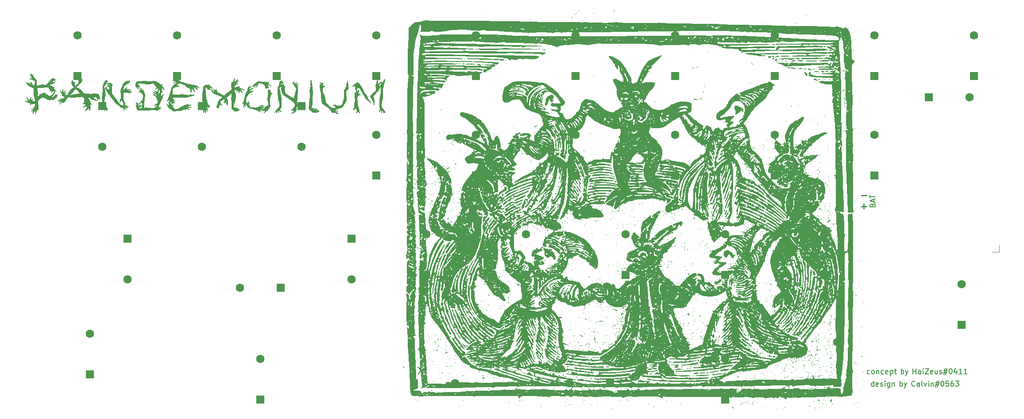
<source format=gbr>
%TF.GenerationSoftware,KiCad,Pcbnew,(7.0.0)*%
%TF.CreationDate,2023-05-17T15:52:51+02:00*%
%TF.ProjectId,Alpha-ISO BLE,416c7068-612d-4495-934f-20424c452e6b,rev?*%
%TF.SameCoordinates,Original*%
%TF.FileFunction,Legend,Top*%
%TF.FilePolarity,Positive*%
%FSLAX46Y46*%
G04 Gerber Fmt 4.6, Leading zero omitted, Abs format (unit mm)*
G04 Created by KiCad (PCBNEW (7.0.0)) date 2023-05-17 15:52:51*
%MOMM*%
%LPD*%
G01*
G04 APERTURE LIST*
%ADD10C,0.250000*%
%ADD11C,0.200000*%
%ADD12C,0.150000*%
%ADD13C,0.120000*%
%ADD14R,1.600000X1.600000*%
%ADD15C,1.600000*%
G04 APERTURE END LIST*
D10*
X194345651Y-62403177D02*
X195298032Y-62403177D01*
D11*
X196472175Y-64318060D02*
X196519794Y-64175203D01*
X196519794Y-64175203D02*
X196567413Y-64127584D01*
X196567413Y-64127584D02*
X196662651Y-64079965D01*
X196662651Y-64079965D02*
X196805508Y-64079965D01*
X196805508Y-64079965D02*
X196900746Y-64127584D01*
X196900746Y-64127584D02*
X196948365Y-64175203D01*
X196948365Y-64175203D02*
X196995984Y-64270441D01*
X196995984Y-64270441D02*
X196995984Y-64651393D01*
X196995984Y-64651393D02*
X195995984Y-64651393D01*
X195995984Y-64651393D02*
X195995984Y-64318060D01*
X195995984Y-64318060D02*
X196043604Y-64222822D01*
X196043604Y-64222822D02*
X196091223Y-64175203D01*
X196091223Y-64175203D02*
X196186461Y-64127584D01*
X196186461Y-64127584D02*
X196281699Y-64127584D01*
X196281699Y-64127584D02*
X196376937Y-64175203D01*
X196376937Y-64175203D02*
X196424556Y-64222822D01*
X196424556Y-64222822D02*
X196472175Y-64318060D01*
X196472175Y-64318060D02*
X196472175Y-64651393D01*
X196710270Y-63699012D02*
X196710270Y-63222822D01*
X196995984Y-63794250D02*
X195995984Y-63460917D01*
X195995984Y-63460917D02*
X196995984Y-63127584D01*
X195995984Y-62937107D02*
X195995984Y-62365679D01*
X196995984Y-62651393D02*
X195995984Y-62651393D01*
D12*
D11*
X196722916Y-99001130D02*
X196722916Y-98001130D01*
X196722916Y-98953511D02*
X196627678Y-99001130D01*
X196627678Y-99001130D02*
X196437202Y-99001130D01*
X196437202Y-99001130D02*
X196341964Y-98953511D01*
X196341964Y-98953511D02*
X196294345Y-98905892D01*
X196294345Y-98905892D02*
X196246726Y-98810654D01*
X196246726Y-98810654D02*
X196246726Y-98524940D01*
X196246726Y-98524940D02*
X196294345Y-98429702D01*
X196294345Y-98429702D02*
X196341964Y-98382083D01*
X196341964Y-98382083D02*
X196437202Y-98334464D01*
X196437202Y-98334464D02*
X196627678Y-98334464D01*
X196627678Y-98334464D02*
X196722916Y-98382083D01*
X197580059Y-98953511D02*
X197484821Y-99001130D01*
X197484821Y-99001130D02*
X197294345Y-99001130D01*
X197294345Y-99001130D02*
X197199107Y-98953511D01*
X197199107Y-98953511D02*
X197151488Y-98858273D01*
X197151488Y-98858273D02*
X197151488Y-98477321D01*
X197151488Y-98477321D02*
X197199107Y-98382083D01*
X197199107Y-98382083D02*
X197294345Y-98334464D01*
X197294345Y-98334464D02*
X197484821Y-98334464D01*
X197484821Y-98334464D02*
X197580059Y-98382083D01*
X197580059Y-98382083D02*
X197627678Y-98477321D01*
X197627678Y-98477321D02*
X197627678Y-98572559D01*
X197627678Y-98572559D02*
X197151488Y-98667797D01*
X198008631Y-98953511D02*
X198103869Y-99001130D01*
X198103869Y-99001130D02*
X198294345Y-99001130D01*
X198294345Y-99001130D02*
X198389583Y-98953511D01*
X198389583Y-98953511D02*
X198437202Y-98858273D01*
X198437202Y-98858273D02*
X198437202Y-98810654D01*
X198437202Y-98810654D02*
X198389583Y-98715416D01*
X198389583Y-98715416D02*
X198294345Y-98667797D01*
X198294345Y-98667797D02*
X198151488Y-98667797D01*
X198151488Y-98667797D02*
X198056250Y-98620178D01*
X198056250Y-98620178D02*
X198008631Y-98524940D01*
X198008631Y-98524940D02*
X198008631Y-98477321D01*
X198008631Y-98477321D02*
X198056250Y-98382083D01*
X198056250Y-98382083D02*
X198151488Y-98334464D01*
X198151488Y-98334464D02*
X198294345Y-98334464D01*
X198294345Y-98334464D02*
X198389583Y-98382083D01*
X198865774Y-99001130D02*
X198865774Y-98334464D01*
X198865774Y-98001130D02*
X198818155Y-98048750D01*
X198818155Y-98048750D02*
X198865774Y-98096369D01*
X198865774Y-98096369D02*
X198913393Y-98048750D01*
X198913393Y-98048750D02*
X198865774Y-98001130D01*
X198865774Y-98001130D02*
X198865774Y-98096369D01*
X199770535Y-98334464D02*
X199770535Y-99143988D01*
X199770535Y-99143988D02*
X199722916Y-99239226D01*
X199722916Y-99239226D02*
X199675297Y-99286845D01*
X199675297Y-99286845D02*
X199580059Y-99334464D01*
X199580059Y-99334464D02*
X199437202Y-99334464D01*
X199437202Y-99334464D02*
X199341964Y-99286845D01*
X199770535Y-98953511D02*
X199675297Y-99001130D01*
X199675297Y-99001130D02*
X199484821Y-99001130D01*
X199484821Y-99001130D02*
X199389583Y-98953511D01*
X199389583Y-98953511D02*
X199341964Y-98905892D01*
X199341964Y-98905892D02*
X199294345Y-98810654D01*
X199294345Y-98810654D02*
X199294345Y-98524940D01*
X199294345Y-98524940D02*
X199341964Y-98429702D01*
X199341964Y-98429702D02*
X199389583Y-98382083D01*
X199389583Y-98382083D02*
X199484821Y-98334464D01*
X199484821Y-98334464D02*
X199675297Y-98334464D01*
X199675297Y-98334464D02*
X199770535Y-98382083D01*
X200246726Y-98334464D02*
X200246726Y-99001130D01*
X200246726Y-98429702D02*
X200294345Y-98382083D01*
X200294345Y-98382083D02*
X200389583Y-98334464D01*
X200389583Y-98334464D02*
X200532440Y-98334464D01*
X200532440Y-98334464D02*
X200627678Y-98382083D01*
X200627678Y-98382083D02*
X200675297Y-98477321D01*
X200675297Y-98477321D02*
X200675297Y-99001130D01*
X201751488Y-99001130D02*
X201751488Y-98001130D01*
X201751488Y-98382083D02*
X201846726Y-98334464D01*
X201846726Y-98334464D02*
X202037202Y-98334464D01*
X202037202Y-98334464D02*
X202132440Y-98382083D01*
X202132440Y-98382083D02*
X202180059Y-98429702D01*
X202180059Y-98429702D02*
X202227678Y-98524940D01*
X202227678Y-98524940D02*
X202227678Y-98810654D01*
X202227678Y-98810654D02*
X202180059Y-98905892D01*
X202180059Y-98905892D02*
X202132440Y-98953511D01*
X202132440Y-98953511D02*
X202037202Y-99001130D01*
X202037202Y-99001130D02*
X201846726Y-99001130D01*
X201846726Y-99001130D02*
X201751488Y-98953511D01*
X202561012Y-98334464D02*
X202799107Y-99001130D01*
X203037202Y-98334464D02*
X202799107Y-99001130D01*
X202799107Y-99001130D02*
X202703869Y-99239226D01*
X202703869Y-99239226D02*
X202656250Y-99286845D01*
X202656250Y-99286845D02*
X202561012Y-99334464D01*
X204589583Y-98905892D02*
X204541964Y-98953511D01*
X204541964Y-98953511D02*
X204399107Y-99001130D01*
X204399107Y-99001130D02*
X204303869Y-99001130D01*
X204303869Y-99001130D02*
X204161012Y-98953511D01*
X204161012Y-98953511D02*
X204065774Y-98858273D01*
X204065774Y-98858273D02*
X204018155Y-98763035D01*
X204018155Y-98763035D02*
X203970536Y-98572559D01*
X203970536Y-98572559D02*
X203970536Y-98429702D01*
X203970536Y-98429702D02*
X204018155Y-98239226D01*
X204018155Y-98239226D02*
X204065774Y-98143988D01*
X204065774Y-98143988D02*
X204161012Y-98048750D01*
X204161012Y-98048750D02*
X204303869Y-98001130D01*
X204303869Y-98001130D02*
X204399107Y-98001130D01*
X204399107Y-98001130D02*
X204541964Y-98048750D01*
X204541964Y-98048750D02*
X204589583Y-98096369D01*
X205446726Y-99001130D02*
X205446726Y-98477321D01*
X205446726Y-98477321D02*
X205399107Y-98382083D01*
X205399107Y-98382083D02*
X205303869Y-98334464D01*
X205303869Y-98334464D02*
X205113393Y-98334464D01*
X205113393Y-98334464D02*
X205018155Y-98382083D01*
X205446726Y-98953511D02*
X205351488Y-99001130D01*
X205351488Y-99001130D02*
X205113393Y-99001130D01*
X205113393Y-99001130D02*
X205018155Y-98953511D01*
X205018155Y-98953511D02*
X204970536Y-98858273D01*
X204970536Y-98858273D02*
X204970536Y-98763035D01*
X204970536Y-98763035D02*
X205018155Y-98667797D01*
X205018155Y-98667797D02*
X205113393Y-98620178D01*
X205113393Y-98620178D02*
X205351488Y-98620178D01*
X205351488Y-98620178D02*
X205446726Y-98572559D01*
X206065774Y-99001130D02*
X205970536Y-98953511D01*
X205970536Y-98953511D02*
X205922917Y-98858273D01*
X205922917Y-98858273D02*
X205922917Y-98001130D01*
X206351489Y-98334464D02*
X206589584Y-99001130D01*
X206589584Y-99001130D02*
X206827679Y-98334464D01*
X207208632Y-99001130D02*
X207208632Y-98334464D01*
X207208632Y-98001130D02*
X207161013Y-98048750D01*
X207161013Y-98048750D02*
X207208632Y-98096369D01*
X207208632Y-98096369D02*
X207256251Y-98048750D01*
X207256251Y-98048750D02*
X207208632Y-98001130D01*
X207208632Y-98001130D02*
X207208632Y-98096369D01*
X207684822Y-98334464D02*
X207684822Y-99001130D01*
X207684822Y-98429702D02*
X207732441Y-98382083D01*
X207732441Y-98382083D02*
X207827679Y-98334464D01*
X207827679Y-98334464D02*
X207970536Y-98334464D01*
X207970536Y-98334464D02*
X208065774Y-98382083D01*
X208065774Y-98382083D02*
X208113393Y-98477321D01*
X208113393Y-98477321D02*
X208113393Y-99001130D01*
X208541965Y-98334464D02*
X209256250Y-98334464D01*
X208827679Y-97905892D02*
X208541965Y-99191607D01*
X209161012Y-98763035D02*
X208446727Y-98763035D01*
X208875298Y-99191607D02*
X209161012Y-97905892D01*
X209780060Y-98001130D02*
X209875298Y-98001130D01*
X209875298Y-98001130D02*
X209970536Y-98048750D01*
X209970536Y-98048750D02*
X210018155Y-98096369D01*
X210018155Y-98096369D02*
X210065774Y-98191607D01*
X210065774Y-98191607D02*
X210113393Y-98382083D01*
X210113393Y-98382083D02*
X210113393Y-98620178D01*
X210113393Y-98620178D02*
X210065774Y-98810654D01*
X210065774Y-98810654D02*
X210018155Y-98905892D01*
X210018155Y-98905892D02*
X209970536Y-98953511D01*
X209970536Y-98953511D02*
X209875298Y-99001130D01*
X209875298Y-99001130D02*
X209780060Y-99001130D01*
X209780060Y-99001130D02*
X209684822Y-98953511D01*
X209684822Y-98953511D02*
X209637203Y-98905892D01*
X209637203Y-98905892D02*
X209589584Y-98810654D01*
X209589584Y-98810654D02*
X209541965Y-98620178D01*
X209541965Y-98620178D02*
X209541965Y-98382083D01*
X209541965Y-98382083D02*
X209589584Y-98191607D01*
X209589584Y-98191607D02*
X209637203Y-98096369D01*
X209637203Y-98096369D02*
X209684822Y-98048750D01*
X209684822Y-98048750D02*
X209780060Y-98001130D01*
X211018155Y-98001130D02*
X210541965Y-98001130D01*
X210541965Y-98001130D02*
X210494346Y-98477321D01*
X210494346Y-98477321D02*
X210541965Y-98429702D01*
X210541965Y-98429702D02*
X210637203Y-98382083D01*
X210637203Y-98382083D02*
X210875298Y-98382083D01*
X210875298Y-98382083D02*
X210970536Y-98429702D01*
X210970536Y-98429702D02*
X211018155Y-98477321D01*
X211018155Y-98477321D02*
X211065774Y-98572559D01*
X211065774Y-98572559D02*
X211065774Y-98810654D01*
X211065774Y-98810654D02*
X211018155Y-98905892D01*
X211018155Y-98905892D02*
X210970536Y-98953511D01*
X210970536Y-98953511D02*
X210875298Y-99001130D01*
X210875298Y-99001130D02*
X210637203Y-99001130D01*
X210637203Y-99001130D02*
X210541965Y-98953511D01*
X210541965Y-98953511D02*
X210494346Y-98905892D01*
X211922917Y-98001130D02*
X211732441Y-98001130D01*
X211732441Y-98001130D02*
X211637203Y-98048750D01*
X211637203Y-98048750D02*
X211589584Y-98096369D01*
X211589584Y-98096369D02*
X211494346Y-98239226D01*
X211494346Y-98239226D02*
X211446727Y-98429702D01*
X211446727Y-98429702D02*
X211446727Y-98810654D01*
X211446727Y-98810654D02*
X211494346Y-98905892D01*
X211494346Y-98905892D02*
X211541965Y-98953511D01*
X211541965Y-98953511D02*
X211637203Y-99001130D01*
X211637203Y-99001130D02*
X211827679Y-99001130D01*
X211827679Y-99001130D02*
X211922917Y-98953511D01*
X211922917Y-98953511D02*
X211970536Y-98905892D01*
X211970536Y-98905892D02*
X212018155Y-98810654D01*
X212018155Y-98810654D02*
X212018155Y-98572559D01*
X212018155Y-98572559D02*
X211970536Y-98477321D01*
X211970536Y-98477321D02*
X211922917Y-98429702D01*
X211922917Y-98429702D02*
X211827679Y-98382083D01*
X211827679Y-98382083D02*
X211637203Y-98382083D01*
X211637203Y-98382083D02*
X211541965Y-98429702D01*
X211541965Y-98429702D02*
X211494346Y-98477321D01*
X211494346Y-98477321D02*
X211446727Y-98572559D01*
X212351489Y-98001130D02*
X212970536Y-98001130D01*
X212970536Y-98001130D02*
X212637203Y-98382083D01*
X212637203Y-98382083D02*
X212780060Y-98382083D01*
X212780060Y-98382083D02*
X212875298Y-98429702D01*
X212875298Y-98429702D02*
X212922917Y-98477321D01*
X212922917Y-98477321D02*
X212970536Y-98572559D01*
X212970536Y-98572559D02*
X212970536Y-98810654D01*
X212970536Y-98810654D02*
X212922917Y-98905892D01*
X212922917Y-98905892D02*
X212875298Y-98953511D01*
X212875298Y-98953511D02*
X212780060Y-99001130D01*
X212780060Y-99001130D02*
X212494346Y-99001130D01*
X212494346Y-99001130D02*
X212399108Y-98953511D01*
X212399108Y-98953511D02*
X212351489Y-98905892D01*
X195929166Y-96572261D02*
X195833928Y-96619880D01*
X195833928Y-96619880D02*
X195643452Y-96619880D01*
X195643452Y-96619880D02*
X195548214Y-96572261D01*
X195548214Y-96572261D02*
X195500595Y-96524642D01*
X195500595Y-96524642D02*
X195452976Y-96429404D01*
X195452976Y-96429404D02*
X195452976Y-96143690D01*
X195452976Y-96143690D02*
X195500595Y-96048452D01*
X195500595Y-96048452D02*
X195548214Y-96000833D01*
X195548214Y-96000833D02*
X195643452Y-95953214D01*
X195643452Y-95953214D02*
X195833928Y-95953214D01*
X195833928Y-95953214D02*
X195929166Y-96000833D01*
X196500595Y-96619880D02*
X196405357Y-96572261D01*
X196405357Y-96572261D02*
X196357738Y-96524642D01*
X196357738Y-96524642D02*
X196310119Y-96429404D01*
X196310119Y-96429404D02*
X196310119Y-96143690D01*
X196310119Y-96143690D02*
X196357738Y-96048452D01*
X196357738Y-96048452D02*
X196405357Y-96000833D01*
X196405357Y-96000833D02*
X196500595Y-95953214D01*
X196500595Y-95953214D02*
X196643452Y-95953214D01*
X196643452Y-95953214D02*
X196738690Y-96000833D01*
X196738690Y-96000833D02*
X196786309Y-96048452D01*
X196786309Y-96048452D02*
X196833928Y-96143690D01*
X196833928Y-96143690D02*
X196833928Y-96429404D01*
X196833928Y-96429404D02*
X196786309Y-96524642D01*
X196786309Y-96524642D02*
X196738690Y-96572261D01*
X196738690Y-96572261D02*
X196643452Y-96619880D01*
X196643452Y-96619880D02*
X196500595Y-96619880D01*
X197262500Y-95953214D02*
X197262500Y-96619880D01*
X197262500Y-96048452D02*
X197310119Y-96000833D01*
X197310119Y-96000833D02*
X197405357Y-95953214D01*
X197405357Y-95953214D02*
X197548214Y-95953214D01*
X197548214Y-95953214D02*
X197643452Y-96000833D01*
X197643452Y-96000833D02*
X197691071Y-96096071D01*
X197691071Y-96096071D02*
X197691071Y-96619880D01*
X198595833Y-96572261D02*
X198500595Y-96619880D01*
X198500595Y-96619880D02*
X198310119Y-96619880D01*
X198310119Y-96619880D02*
X198214881Y-96572261D01*
X198214881Y-96572261D02*
X198167262Y-96524642D01*
X198167262Y-96524642D02*
X198119643Y-96429404D01*
X198119643Y-96429404D02*
X198119643Y-96143690D01*
X198119643Y-96143690D02*
X198167262Y-96048452D01*
X198167262Y-96048452D02*
X198214881Y-96000833D01*
X198214881Y-96000833D02*
X198310119Y-95953214D01*
X198310119Y-95953214D02*
X198500595Y-95953214D01*
X198500595Y-95953214D02*
X198595833Y-96000833D01*
X199405357Y-96572261D02*
X199310119Y-96619880D01*
X199310119Y-96619880D02*
X199119643Y-96619880D01*
X199119643Y-96619880D02*
X199024405Y-96572261D01*
X199024405Y-96572261D02*
X198976786Y-96477023D01*
X198976786Y-96477023D02*
X198976786Y-96096071D01*
X198976786Y-96096071D02*
X199024405Y-96000833D01*
X199024405Y-96000833D02*
X199119643Y-95953214D01*
X199119643Y-95953214D02*
X199310119Y-95953214D01*
X199310119Y-95953214D02*
X199405357Y-96000833D01*
X199405357Y-96000833D02*
X199452976Y-96096071D01*
X199452976Y-96096071D02*
X199452976Y-96191309D01*
X199452976Y-96191309D02*
X198976786Y-96286547D01*
X199881548Y-95953214D02*
X199881548Y-96953214D01*
X199881548Y-96000833D02*
X199976786Y-95953214D01*
X199976786Y-95953214D02*
X200167262Y-95953214D01*
X200167262Y-95953214D02*
X200262500Y-96000833D01*
X200262500Y-96000833D02*
X200310119Y-96048452D01*
X200310119Y-96048452D02*
X200357738Y-96143690D01*
X200357738Y-96143690D02*
X200357738Y-96429404D01*
X200357738Y-96429404D02*
X200310119Y-96524642D01*
X200310119Y-96524642D02*
X200262500Y-96572261D01*
X200262500Y-96572261D02*
X200167262Y-96619880D01*
X200167262Y-96619880D02*
X199976786Y-96619880D01*
X199976786Y-96619880D02*
X199881548Y-96572261D01*
X200643453Y-95953214D02*
X201024405Y-95953214D01*
X200786310Y-95619880D02*
X200786310Y-96477023D01*
X200786310Y-96477023D02*
X200833929Y-96572261D01*
X200833929Y-96572261D02*
X200929167Y-96619880D01*
X200929167Y-96619880D02*
X201024405Y-96619880D01*
X201957739Y-96619880D02*
X201957739Y-95619880D01*
X201957739Y-96000833D02*
X202052977Y-95953214D01*
X202052977Y-95953214D02*
X202243453Y-95953214D01*
X202243453Y-95953214D02*
X202338691Y-96000833D01*
X202338691Y-96000833D02*
X202386310Y-96048452D01*
X202386310Y-96048452D02*
X202433929Y-96143690D01*
X202433929Y-96143690D02*
X202433929Y-96429404D01*
X202433929Y-96429404D02*
X202386310Y-96524642D01*
X202386310Y-96524642D02*
X202338691Y-96572261D01*
X202338691Y-96572261D02*
X202243453Y-96619880D01*
X202243453Y-96619880D02*
X202052977Y-96619880D01*
X202052977Y-96619880D02*
X201957739Y-96572261D01*
X202767263Y-95953214D02*
X203005358Y-96619880D01*
X203243453Y-95953214D02*
X203005358Y-96619880D01*
X203005358Y-96619880D02*
X202910120Y-96857976D01*
X202910120Y-96857976D02*
X202862501Y-96905595D01*
X202862501Y-96905595D02*
X202767263Y-96953214D01*
X204224406Y-96619880D02*
X204224406Y-95619880D01*
X204224406Y-96096071D02*
X204795834Y-96096071D01*
X204795834Y-96619880D02*
X204795834Y-95619880D01*
X205700596Y-96619880D02*
X205700596Y-96096071D01*
X205700596Y-96096071D02*
X205652977Y-96000833D01*
X205652977Y-96000833D02*
X205557739Y-95953214D01*
X205557739Y-95953214D02*
X205367263Y-95953214D01*
X205367263Y-95953214D02*
X205272025Y-96000833D01*
X205700596Y-96572261D02*
X205605358Y-96619880D01*
X205605358Y-96619880D02*
X205367263Y-96619880D01*
X205367263Y-96619880D02*
X205272025Y-96572261D01*
X205272025Y-96572261D02*
X205224406Y-96477023D01*
X205224406Y-96477023D02*
X205224406Y-96381785D01*
X205224406Y-96381785D02*
X205272025Y-96286547D01*
X205272025Y-96286547D02*
X205367263Y-96238928D01*
X205367263Y-96238928D02*
X205605358Y-96238928D01*
X205605358Y-96238928D02*
X205700596Y-96191309D01*
X206176787Y-96619880D02*
X206176787Y-95953214D01*
X206176787Y-95619880D02*
X206129168Y-95667500D01*
X206129168Y-95667500D02*
X206176787Y-95715119D01*
X206176787Y-95715119D02*
X206224406Y-95667500D01*
X206224406Y-95667500D02*
X206176787Y-95619880D01*
X206176787Y-95619880D02*
X206176787Y-95715119D01*
X206557739Y-95619880D02*
X207224405Y-95619880D01*
X207224405Y-95619880D02*
X206557739Y-96619880D01*
X206557739Y-96619880D02*
X207224405Y-96619880D01*
X207986310Y-96572261D02*
X207891072Y-96619880D01*
X207891072Y-96619880D02*
X207700596Y-96619880D01*
X207700596Y-96619880D02*
X207605358Y-96572261D01*
X207605358Y-96572261D02*
X207557739Y-96477023D01*
X207557739Y-96477023D02*
X207557739Y-96096071D01*
X207557739Y-96096071D02*
X207605358Y-96000833D01*
X207605358Y-96000833D02*
X207700596Y-95953214D01*
X207700596Y-95953214D02*
X207891072Y-95953214D01*
X207891072Y-95953214D02*
X207986310Y-96000833D01*
X207986310Y-96000833D02*
X208033929Y-96096071D01*
X208033929Y-96096071D02*
X208033929Y-96191309D01*
X208033929Y-96191309D02*
X207557739Y-96286547D01*
X208891072Y-95953214D02*
X208891072Y-96619880D01*
X208462501Y-95953214D02*
X208462501Y-96477023D01*
X208462501Y-96477023D02*
X208510120Y-96572261D01*
X208510120Y-96572261D02*
X208605358Y-96619880D01*
X208605358Y-96619880D02*
X208748215Y-96619880D01*
X208748215Y-96619880D02*
X208843453Y-96572261D01*
X208843453Y-96572261D02*
X208891072Y-96524642D01*
X209319644Y-96572261D02*
X209414882Y-96619880D01*
X209414882Y-96619880D02*
X209605358Y-96619880D01*
X209605358Y-96619880D02*
X209700596Y-96572261D01*
X209700596Y-96572261D02*
X209748215Y-96477023D01*
X209748215Y-96477023D02*
X209748215Y-96429404D01*
X209748215Y-96429404D02*
X209700596Y-96334166D01*
X209700596Y-96334166D02*
X209605358Y-96286547D01*
X209605358Y-96286547D02*
X209462501Y-96286547D01*
X209462501Y-96286547D02*
X209367263Y-96238928D01*
X209367263Y-96238928D02*
X209319644Y-96143690D01*
X209319644Y-96143690D02*
X209319644Y-96096071D01*
X209319644Y-96096071D02*
X209367263Y-96000833D01*
X209367263Y-96000833D02*
X209462501Y-95953214D01*
X209462501Y-95953214D02*
X209605358Y-95953214D01*
X209605358Y-95953214D02*
X209700596Y-96000833D01*
X210129168Y-95953214D02*
X210843453Y-95953214D01*
X210414882Y-95524642D02*
X210129168Y-96810357D01*
X210748215Y-96381785D02*
X210033930Y-96381785D01*
X210462501Y-96810357D02*
X210748215Y-95524642D01*
X211367263Y-95619880D02*
X211462501Y-95619880D01*
X211462501Y-95619880D02*
X211557739Y-95667500D01*
X211557739Y-95667500D02*
X211605358Y-95715119D01*
X211605358Y-95715119D02*
X211652977Y-95810357D01*
X211652977Y-95810357D02*
X211700596Y-96000833D01*
X211700596Y-96000833D02*
X211700596Y-96238928D01*
X211700596Y-96238928D02*
X211652977Y-96429404D01*
X211652977Y-96429404D02*
X211605358Y-96524642D01*
X211605358Y-96524642D02*
X211557739Y-96572261D01*
X211557739Y-96572261D02*
X211462501Y-96619880D01*
X211462501Y-96619880D02*
X211367263Y-96619880D01*
X211367263Y-96619880D02*
X211272025Y-96572261D01*
X211272025Y-96572261D02*
X211224406Y-96524642D01*
X211224406Y-96524642D02*
X211176787Y-96429404D01*
X211176787Y-96429404D02*
X211129168Y-96238928D01*
X211129168Y-96238928D02*
X211129168Y-96000833D01*
X211129168Y-96000833D02*
X211176787Y-95810357D01*
X211176787Y-95810357D02*
X211224406Y-95715119D01*
X211224406Y-95715119D02*
X211272025Y-95667500D01*
X211272025Y-95667500D02*
X211367263Y-95619880D01*
X212557739Y-95953214D02*
X212557739Y-96619880D01*
X212319644Y-95572261D02*
X212081549Y-96286547D01*
X212081549Y-96286547D02*
X212700596Y-96286547D01*
X213605358Y-96619880D02*
X213033930Y-96619880D01*
X213319644Y-96619880D02*
X213319644Y-95619880D01*
X213319644Y-95619880D02*
X213224406Y-95762738D01*
X213224406Y-95762738D02*
X213129168Y-95857976D01*
X213129168Y-95857976D02*
X213033930Y-95905595D01*
X214557739Y-96619880D02*
X213986311Y-96619880D01*
X214272025Y-96619880D02*
X214272025Y-95619880D01*
X214272025Y-95619880D02*
X214176787Y-95762738D01*
X214176787Y-95762738D02*
X214081549Y-95857976D01*
X214081549Y-95857976D02*
X213986311Y-95905595D01*
D10*
X194363252Y-64532895D02*
X195315633Y-64532895D01*
X194839442Y-65009086D02*
X194839442Y-64056705D01*
%TO.C,G\u002A\u002A\u002A*%
G36*
X105932406Y-100502038D02*
G01*
X105876459Y-100557985D01*
X105820512Y-100502038D01*
X105876459Y-100446091D01*
X105932406Y-100502038D01*
G37*
G36*
X106044300Y-63353139D02*
G01*
X105988353Y-63409086D01*
X105932406Y-63353139D01*
X105988353Y-63297192D01*
X106044300Y-63353139D01*
G37*
G36*
X106156195Y-63129351D02*
G01*
X106100248Y-63185298D01*
X106044300Y-63129351D01*
X106100248Y-63073403D01*
X106156195Y-63129351D01*
G37*
G36*
X106939455Y-93900276D02*
G01*
X106883507Y-93956223D01*
X106827560Y-93900276D01*
X106883507Y-93844329D01*
X106939455Y-93900276D01*
G37*
G36*
X107051349Y-94571641D02*
G01*
X106995402Y-94627588D01*
X106939455Y-94571641D01*
X106995402Y-94515694D01*
X107051349Y-94571641D01*
G37*
G36*
X107275137Y-96473844D02*
G01*
X107219190Y-96529791D01*
X107163243Y-96473844D01*
X107219190Y-96417897D01*
X107275137Y-96473844D01*
G37*
G36*
X107498926Y-55744329D02*
G01*
X107442979Y-55800276D01*
X107387032Y-55744329D01*
X107442979Y-55688381D01*
X107498926Y-55744329D01*
G37*
G36*
X108394080Y-76220981D02*
G01*
X108338133Y-76276928D01*
X108282186Y-76220981D01*
X108338133Y-76165033D01*
X108394080Y-76220981D01*
G37*
G36*
X108841657Y-57087060D02*
G01*
X108785710Y-57143007D01*
X108729763Y-57087060D01*
X108785710Y-57031113D01*
X108841657Y-57087060D01*
G37*
G36*
X108841657Y-61786619D02*
G01*
X108785710Y-61842566D01*
X108729763Y-61786619D01*
X108785710Y-61730672D01*
X108841657Y-61786619D01*
G37*
G36*
X108953552Y-39295870D02*
G01*
X108897604Y-39351818D01*
X108841657Y-39295870D01*
X108897604Y-39239923D01*
X108953552Y-39295870D01*
G37*
G36*
X108953552Y-61339042D02*
G01*
X108897604Y-61394989D01*
X108841657Y-61339042D01*
X108897604Y-61283095D01*
X108953552Y-61339042D01*
G37*
G36*
X109065446Y-50597192D02*
G01*
X109009499Y-50653139D01*
X108953552Y-50597192D01*
X109009499Y-50541245D01*
X109065446Y-50597192D01*
G37*
G36*
X109065446Y-57198954D02*
G01*
X109009499Y-57254901D01*
X108953552Y-57198954D01*
X109009499Y-57143007D01*
X109065446Y-57198954D01*
G37*
G36*
X109065446Y-62793668D02*
G01*
X109009499Y-62849615D01*
X108953552Y-62793668D01*
X109009499Y-62737721D01*
X109065446Y-62793668D01*
G37*
G36*
X109065446Y-101509086D02*
G01*
X109009499Y-101565033D01*
X108953552Y-101509086D01*
X109009499Y-101453139D01*
X109065446Y-101509086D01*
G37*
G36*
X109177340Y-61115254D02*
G01*
X109121393Y-61171201D01*
X109065446Y-61115254D01*
X109121393Y-61059307D01*
X109177340Y-61115254D01*
G37*
G36*
X109289234Y-60555782D02*
G01*
X109233287Y-60611729D01*
X109177340Y-60555782D01*
X109233287Y-60499835D01*
X109289234Y-60555782D01*
G37*
G36*
X109289234Y-62905562D02*
G01*
X109233287Y-62961509D01*
X109177340Y-62905562D01*
X109233287Y-62849615D01*
X109289234Y-62905562D01*
G37*
G36*
X109289234Y-68052699D02*
G01*
X109233287Y-68108646D01*
X109177340Y-68052699D01*
X109233287Y-67996751D01*
X109289234Y-68052699D01*
G37*
G36*
X109289234Y-69843007D02*
G01*
X109233287Y-69898954D01*
X109177340Y-69843007D01*
X109233287Y-69787060D01*
X109289234Y-69843007D01*
G37*
G36*
X109289234Y-78011289D02*
G01*
X109233287Y-78067236D01*
X109177340Y-78011289D01*
X109233287Y-77955342D01*
X109289234Y-78011289D01*
G37*
G36*
X109289234Y-85508205D02*
G01*
X109233287Y-85564152D01*
X109177340Y-85508205D01*
X109233287Y-85452258D01*
X109289234Y-85508205D01*
G37*
G36*
X109401129Y-64695870D02*
G01*
X109345181Y-64751818D01*
X109289234Y-64695870D01*
X109345181Y-64639923D01*
X109401129Y-64695870D01*
G37*
G36*
X109401129Y-65702919D02*
G01*
X109345181Y-65758866D01*
X109289234Y-65702919D01*
X109345181Y-65646972D01*
X109401129Y-65702919D01*
G37*
G36*
X109401129Y-66821862D02*
G01*
X109345181Y-66877809D01*
X109289234Y-66821862D01*
X109345181Y-66765914D01*
X109401129Y-66821862D01*
G37*
G36*
X109401129Y-70626267D02*
G01*
X109345181Y-70682214D01*
X109289234Y-70626267D01*
X109345181Y-70570320D01*
X109401129Y-70626267D01*
G37*
G36*
X109401129Y-74430672D02*
G01*
X109345181Y-74486619D01*
X109289234Y-74430672D01*
X109345181Y-74374725D01*
X109401129Y-74430672D01*
G37*
G36*
X109401129Y-85172522D02*
G01*
X109345181Y-85228470D01*
X109289234Y-85172522D01*
X109345181Y-85116575D01*
X109401129Y-85172522D01*
G37*
G36*
X109401129Y-94347853D02*
G01*
X109345181Y-94403800D01*
X109289234Y-94347853D01*
X109345181Y-94291906D01*
X109401129Y-94347853D01*
G37*
G36*
X109513023Y-84165474D02*
G01*
X109457076Y-84221421D01*
X109401129Y-84165474D01*
X109457076Y-84109527D01*
X109513023Y-84165474D01*
G37*
G36*
X109513023Y-101732875D02*
G01*
X109457076Y-101788822D01*
X109401129Y-101732875D01*
X109457076Y-101676928D01*
X109513023Y-101732875D01*
G37*
G36*
X109624917Y-69731113D02*
G01*
X109568970Y-69787060D01*
X109513023Y-69731113D01*
X109568970Y-69675166D01*
X109624917Y-69731113D01*
G37*
G36*
X109624917Y-96361950D02*
G01*
X109568970Y-96417897D01*
X109513023Y-96361950D01*
X109568970Y-96306003D01*
X109624917Y-96361950D01*
G37*
G36*
X109736811Y-73199835D02*
G01*
X109680864Y-73255782D01*
X109624917Y-73199835D01*
X109680864Y-73143888D01*
X109736811Y-73199835D01*
G37*
G36*
X109736811Y-93228910D02*
G01*
X109680864Y-93284857D01*
X109624917Y-93228910D01*
X109680864Y-93172963D01*
X109736811Y-93228910D01*
G37*
G36*
X109848706Y-93900276D02*
G01*
X109792759Y-93956223D01*
X109736811Y-93900276D01*
X109792759Y-93844329D01*
X109848706Y-93900276D01*
G37*
G36*
X111079543Y-87746091D02*
G01*
X111023596Y-87802038D01*
X110967648Y-87746091D01*
X111023596Y-87690144D01*
X111079543Y-87746091D01*
G37*
G36*
X111079543Y-89536399D02*
G01*
X111023596Y-89592346D01*
X110967648Y-89536399D01*
X111023596Y-89480452D01*
X111079543Y-89536399D01*
G37*
G36*
X111191437Y-62122302D02*
G01*
X111135490Y-62178249D01*
X111079543Y-62122302D01*
X111135490Y-62066355D01*
X111191437Y-62122302D01*
G37*
G36*
X111191437Y-65367236D02*
G01*
X111135490Y-65423183D01*
X111079543Y-65367236D01*
X111135490Y-65311289D01*
X111191437Y-65367236D01*
G37*
G36*
X111191437Y-65591025D02*
G01*
X111135490Y-65646972D01*
X111079543Y-65591025D01*
X111135490Y-65535077D01*
X111191437Y-65591025D01*
G37*
G36*
X111191437Y-88081773D02*
G01*
X111135490Y-88137721D01*
X111079543Y-88081773D01*
X111135490Y-88025826D01*
X111191437Y-88081773D01*
G37*
G36*
X111303331Y-63688822D02*
G01*
X111247384Y-63744769D01*
X111191437Y-63688822D01*
X111247384Y-63632875D01*
X111303331Y-63688822D01*
G37*
G36*
X111303331Y-67157544D02*
G01*
X111247384Y-67213492D01*
X111191437Y-67157544D01*
X111247384Y-67101597D01*
X111303331Y-67157544D01*
G37*
G36*
X111303331Y-85508205D02*
G01*
X111247384Y-85564152D01*
X111191437Y-85508205D01*
X111247384Y-85452258D01*
X111303331Y-85508205D01*
G37*
G36*
X111303331Y-89424505D02*
G01*
X111247384Y-89480452D01*
X111191437Y-89424505D01*
X111247384Y-89368558D01*
X111303331Y-89424505D01*
G37*
G36*
X111415226Y-62234196D02*
G01*
X111359278Y-62290144D01*
X111303331Y-62234196D01*
X111359278Y-62178249D01*
X111415226Y-62234196D01*
G37*
G36*
X111415226Y-66821862D02*
G01*
X111359278Y-66877809D01*
X111303331Y-66821862D01*
X111359278Y-66765914D01*
X111415226Y-66821862D01*
G37*
G36*
X111415226Y-70738161D02*
G01*
X111359278Y-70794108D01*
X111303331Y-70738161D01*
X111359278Y-70682214D01*
X111415226Y-70738161D01*
G37*
G36*
X111415226Y-75213932D02*
G01*
X111359278Y-75269879D01*
X111303331Y-75213932D01*
X111359278Y-75157985D01*
X111415226Y-75213932D01*
G37*
G36*
X111415226Y-89200716D02*
G01*
X111359278Y-89256663D01*
X111303331Y-89200716D01*
X111359278Y-89144769D01*
X111415226Y-89200716D01*
G37*
G36*
X111415226Y-94347853D02*
G01*
X111359278Y-94403800D01*
X111303331Y-94347853D01*
X111359278Y-94291906D01*
X111415226Y-94347853D01*
G37*
G36*
X111527120Y-65814813D02*
G01*
X111471173Y-65870760D01*
X111415226Y-65814813D01*
X111471173Y-65758866D01*
X111527120Y-65814813D01*
G37*
G36*
X111527120Y-68052699D02*
G01*
X111471173Y-68108646D01*
X111415226Y-68052699D01*
X111471173Y-67996751D01*
X111527120Y-68052699D01*
G37*
G36*
X111527120Y-68947853D02*
G01*
X111471173Y-69003800D01*
X111415226Y-68947853D01*
X111471173Y-68891906D01*
X111527120Y-68947853D01*
G37*
G36*
X111527120Y-90319659D02*
G01*
X111471173Y-90375606D01*
X111415226Y-90319659D01*
X111471173Y-90263712D01*
X111527120Y-90319659D01*
G37*
G36*
X111527120Y-91886179D02*
G01*
X111471173Y-91942126D01*
X111415226Y-91886179D01*
X111471173Y-91830232D01*
X111527120Y-91886179D01*
G37*
G36*
X111527120Y-102851818D02*
G01*
X111471173Y-102907765D01*
X111415226Y-102851818D01*
X111471173Y-102795870D01*
X111527120Y-102851818D01*
G37*
G36*
X111639014Y-63129351D02*
G01*
X111583067Y-63185298D01*
X111527120Y-63129351D01*
X111583067Y-63073403D01*
X111639014Y-63129351D01*
G37*
G36*
X111750908Y-59772522D02*
G01*
X111694961Y-59828470D01*
X111639014Y-59772522D01*
X111694961Y-59716575D01*
X111750908Y-59772522D01*
G37*
G36*
X111750908Y-63688822D02*
G01*
X111694961Y-63744769D01*
X111639014Y-63688822D01*
X111694961Y-63632875D01*
X111750908Y-63688822D01*
G37*
G36*
X111750908Y-93676487D02*
G01*
X111694961Y-93732434D01*
X111639014Y-93676487D01*
X111694961Y-93620540D01*
X111750908Y-93676487D01*
G37*
G36*
X111862803Y-58541685D02*
G01*
X111806855Y-58597633D01*
X111750908Y-58541685D01*
X111806855Y-58485738D01*
X111862803Y-58541685D01*
G37*
G36*
X111862803Y-58877368D02*
G01*
X111806855Y-58933315D01*
X111750908Y-58877368D01*
X111806855Y-58821421D01*
X111862803Y-58877368D01*
G37*
G36*
X111862803Y-63129351D02*
G01*
X111806855Y-63185298D01*
X111750908Y-63129351D01*
X111806855Y-63073403D01*
X111862803Y-63129351D01*
G37*
G36*
X111862803Y-64695870D02*
G01*
X111806855Y-64751818D01*
X111750908Y-64695870D01*
X111806855Y-64639923D01*
X111862803Y-64695870D01*
G37*
G36*
X111974697Y-64136399D02*
G01*
X111918750Y-64192346D01*
X111862803Y-64136399D01*
X111918750Y-64080452D01*
X111974697Y-64136399D01*
G37*
G36*
X112086591Y-64807765D02*
G01*
X112030644Y-64863712D01*
X111974697Y-64807765D01*
X112030644Y-64751818D01*
X112086591Y-64807765D01*
G37*
G36*
X112198485Y-50597192D02*
G01*
X112142538Y-50653139D01*
X112086591Y-50597192D01*
X112142538Y-50541245D01*
X112198485Y-50597192D01*
G37*
G36*
X112198485Y-61227148D02*
G01*
X112142538Y-61283095D01*
X112086591Y-61227148D01*
X112142538Y-61171201D01*
X112198485Y-61227148D01*
G37*
G36*
X112310380Y-57870320D02*
G01*
X112254433Y-57926267D01*
X112198485Y-57870320D01*
X112254433Y-57814373D01*
X112310380Y-57870320D01*
G37*
G36*
X112310380Y-60108205D02*
G01*
X112254433Y-60164152D01*
X112198485Y-60108205D01*
X112254433Y-60052258D01*
X112310380Y-60108205D01*
G37*
G36*
X112310380Y-91886179D02*
G01*
X112254433Y-91942126D01*
X112198485Y-91886179D01*
X112254433Y-91830232D01*
X112310380Y-91886179D01*
G37*
G36*
X112422274Y-64248293D02*
G01*
X112366327Y-64304240D01*
X112310380Y-64248293D01*
X112366327Y-64192346D01*
X112422274Y-64248293D01*
G37*
G36*
X112422274Y-86515254D02*
G01*
X112366327Y-86571201D01*
X112310380Y-86515254D01*
X112366327Y-86459307D01*
X112422274Y-86515254D01*
G37*
G36*
X112422274Y-91438602D02*
G01*
X112366327Y-91494549D01*
X112310380Y-91438602D01*
X112366327Y-91382655D01*
X112422274Y-91438602D01*
G37*
G36*
X112534168Y-62010408D02*
G01*
X112478221Y-62066355D01*
X112422274Y-62010408D01*
X112478221Y-61954461D01*
X112534168Y-62010408D01*
G37*
G36*
X112534168Y-63353139D02*
G01*
X112478221Y-63409086D01*
X112422274Y-63353139D01*
X112478221Y-63297192D01*
X112534168Y-63353139D01*
G37*
G36*
X112534168Y-94907324D02*
G01*
X112478221Y-94963271D01*
X112422274Y-94907324D01*
X112478221Y-94851377D01*
X112534168Y-94907324D01*
G37*
G36*
X112646063Y-69843007D02*
G01*
X112590115Y-69898954D01*
X112534168Y-69843007D01*
X112590115Y-69787060D01*
X112646063Y-69843007D01*
G37*
G36*
X112646063Y-91998073D02*
G01*
X112590115Y-92054020D01*
X112534168Y-91998073D01*
X112590115Y-91942126D01*
X112646063Y-91998073D01*
G37*
G36*
X112646063Y-98040364D02*
G01*
X112590115Y-98096311D01*
X112534168Y-98040364D01*
X112590115Y-97984417D01*
X112646063Y-98040364D01*
G37*
G36*
X112869851Y-61562831D02*
G01*
X112813904Y-61618778D01*
X112757957Y-61562831D01*
X112813904Y-61506884D01*
X112869851Y-61562831D01*
G37*
G36*
X112981745Y-59996311D02*
G01*
X112925798Y-60052258D01*
X112869851Y-59996311D01*
X112925798Y-59940364D01*
X112981745Y-59996311D01*
G37*
G36*
X112981745Y-60443888D02*
G01*
X112925798Y-60499835D01*
X112869851Y-60443888D01*
X112925798Y-60387941D01*
X112981745Y-60443888D01*
G37*
G36*
X112981745Y-89200716D02*
G01*
X112925798Y-89256663D01*
X112869851Y-89200716D01*
X112925798Y-89144769D01*
X112981745Y-89200716D01*
G37*
G36*
X113093640Y-58765474D02*
G01*
X113037692Y-58821421D01*
X112981745Y-58765474D01*
X113037692Y-58709527D01*
X113093640Y-58765474D01*
G37*
G36*
X113093640Y-60220099D02*
G01*
X113037692Y-60276047D01*
X112981745Y-60220099D01*
X113037692Y-60164152D01*
X113093640Y-60220099D01*
G37*
G36*
X113205534Y-59548734D02*
G01*
X113149587Y-59604681D01*
X113093640Y-59548734D01*
X113149587Y-59492787D01*
X113205534Y-59548734D01*
G37*
G36*
X113205534Y-59884417D02*
G01*
X113149587Y-59940364D01*
X113093640Y-59884417D01*
X113149587Y-59828470D01*
X113205534Y-59884417D01*
G37*
G36*
X113205534Y-91102919D02*
G01*
X113149587Y-91158866D01*
X113093640Y-91102919D01*
X113149587Y-91046972D01*
X113205534Y-91102919D01*
G37*
G36*
X113205534Y-101285298D02*
G01*
X113149587Y-101341245D01*
X113093640Y-101285298D01*
X113149587Y-101229351D01*
X113205534Y-101285298D01*
G37*
G36*
X113205534Y-103075606D02*
G01*
X113149587Y-103131553D01*
X113093640Y-103075606D01*
X113149587Y-103019659D01*
X113205534Y-103075606D01*
G37*
G36*
X113317428Y-51492346D02*
G01*
X113261481Y-51548293D01*
X113205534Y-51492346D01*
X113261481Y-51436399D01*
X113317428Y-51492346D01*
G37*
G36*
X113317428Y-95690584D02*
G01*
X113261481Y-95746531D01*
X113205534Y-95690584D01*
X113261481Y-95634637D01*
X113317428Y-95690584D01*
G37*
G36*
X113429322Y-59660628D02*
G01*
X113373375Y-59716575D01*
X113317428Y-59660628D01*
X113373375Y-59604681D01*
X113429322Y-59660628D01*
G37*
G36*
X113429322Y-66262390D02*
G01*
X113373375Y-66318337D01*
X113317428Y-66262390D01*
X113373375Y-66206443D01*
X113429322Y-66262390D01*
G37*
G36*
X113541217Y-52275606D02*
G01*
X113485270Y-52331553D01*
X113429322Y-52275606D01*
X113485270Y-52219659D01*
X113541217Y-52275606D01*
G37*
G36*
X113541217Y-54177809D02*
G01*
X113485270Y-54233756D01*
X113429322Y-54177809D01*
X113485270Y-54121862D01*
X113541217Y-54177809D01*
G37*
G36*
X113541217Y-65143448D02*
G01*
X113485270Y-65199395D01*
X113429322Y-65143448D01*
X113485270Y-65087500D01*
X113541217Y-65143448D01*
G37*
G36*
X113541217Y-95802478D02*
G01*
X113485270Y-95858425D01*
X113429322Y-95802478D01*
X113485270Y-95746531D01*
X113541217Y-95802478D01*
G37*
G36*
X113876900Y-89648293D02*
G01*
X113820952Y-89704240D01*
X113765005Y-89648293D01*
X113820952Y-89592346D01*
X113876900Y-89648293D01*
G37*
G36*
X113876900Y-97480892D02*
G01*
X113820952Y-97536840D01*
X113765005Y-97480892D01*
X113820952Y-97424945D01*
X113876900Y-97480892D01*
G37*
G36*
X113988794Y-46009527D02*
G01*
X113932847Y-46065474D01*
X113876900Y-46009527D01*
X113932847Y-45953580D01*
X113988794Y-46009527D01*
G37*
G36*
X114100688Y-68612170D02*
G01*
X114044741Y-68668117D01*
X113988794Y-68612170D01*
X114044741Y-68556223D01*
X114100688Y-68612170D01*
G37*
G36*
X114100688Y-89536399D02*
G01*
X114044741Y-89592346D01*
X113988794Y-89536399D01*
X114044741Y-89480452D01*
X114100688Y-89536399D01*
G37*
G36*
X114212582Y-55744329D02*
G01*
X114156635Y-55800276D01*
X114100688Y-55744329D01*
X114156635Y-55688381D01*
X114212582Y-55744329D01*
G37*
G36*
X114212582Y-56303800D02*
G01*
X114156635Y-56359747D01*
X114100688Y-56303800D01*
X114156635Y-56247853D01*
X114212582Y-56303800D01*
G37*
G36*
X114212582Y-89983976D02*
G01*
X114156635Y-90039923D01*
X114100688Y-89983976D01*
X114156635Y-89928029D01*
X114212582Y-89983976D01*
G37*
G36*
X114212582Y-91662390D02*
G01*
X114156635Y-91718337D01*
X114100688Y-91662390D01*
X114156635Y-91606443D01*
X114212582Y-91662390D01*
G37*
G36*
X114436371Y-56415694D02*
G01*
X114380424Y-56471641D01*
X114324477Y-56415694D01*
X114380424Y-56359747D01*
X114436371Y-56415694D01*
G37*
G36*
X114548265Y-50261509D02*
G01*
X114492318Y-50317456D01*
X114436371Y-50261509D01*
X114492318Y-50205562D01*
X114548265Y-50261509D01*
G37*
G36*
X114660159Y-51828029D02*
G01*
X114604212Y-51883976D01*
X114548265Y-51828029D01*
X114604212Y-51772082D01*
X114660159Y-51828029D01*
G37*
G36*
X114660159Y-89983976D02*
G01*
X114604212Y-90039923D01*
X114548265Y-89983976D01*
X114604212Y-89928029D01*
X114660159Y-89983976D01*
G37*
G36*
X114772054Y-54065914D02*
G01*
X114716107Y-54121862D01*
X114660159Y-54065914D01*
X114716107Y-54009967D01*
X114772054Y-54065914D01*
G37*
G36*
X114772054Y-99718778D02*
G01*
X114716107Y-99774725D01*
X114660159Y-99718778D01*
X114716107Y-99662831D01*
X114772054Y-99718778D01*
G37*
G36*
X114772054Y-101285298D02*
G01*
X114716107Y-101341245D01*
X114660159Y-101285298D01*
X114716107Y-101229351D01*
X114772054Y-101285298D01*
G37*
G36*
X114883948Y-71633315D02*
G01*
X114828001Y-71689262D01*
X114772054Y-71633315D01*
X114828001Y-71577368D01*
X114883948Y-71633315D01*
G37*
G36*
X114995842Y-51939923D02*
G01*
X114939895Y-51995870D01*
X114883948Y-51939923D01*
X114939895Y-51883976D01*
X114995842Y-51939923D01*
G37*
G36*
X114995842Y-52387500D02*
G01*
X114939895Y-52443448D01*
X114883948Y-52387500D01*
X114939895Y-52331553D01*
X114995842Y-52387500D01*
G37*
G36*
X115107737Y-97368998D02*
G01*
X115051789Y-97424945D01*
X114995842Y-97368998D01*
X115051789Y-97313051D01*
X115107737Y-97368998D01*
G37*
G36*
X115219631Y-65591025D02*
G01*
X115163684Y-65646972D01*
X115107737Y-65591025D01*
X115163684Y-65535077D01*
X115219631Y-65591025D01*
G37*
G36*
X115331525Y-56191906D02*
G01*
X115275578Y-56247853D01*
X115219631Y-56191906D01*
X115275578Y-56135959D01*
X115331525Y-56191906D01*
G37*
G36*
X115331525Y-93340804D02*
G01*
X115275578Y-93396751D01*
X115219631Y-93340804D01*
X115275578Y-93284857D01*
X115331525Y-93340804D01*
G37*
G36*
X115443419Y-50373403D02*
G01*
X115387472Y-50429351D01*
X115331525Y-50373403D01*
X115387472Y-50317456D01*
X115443419Y-50373403D01*
G37*
G36*
X115443419Y-66038602D02*
G01*
X115387472Y-66094549D01*
X115331525Y-66038602D01*
X115387472Y-65982655D01*
X115443419Y-66038602D01*
G37*
G36*
X115443419Y-94235959D02*
G01*
X115387472Y-94291906D01*
X115331525Y-94235959D01*
X115387472Y-94180011D01*
X115443419Y-94235959D01*
G37*
G36*
X115555314Y-65591025D02*
G01*
X115499366Y-65646972D01*
X115443419Y-65591025D01*
X115499366Y-65535077D01*
X115555314Y-65591025D01*
G37*
G36*
X115555314Y-93676487D02*
G01*
X115499366Y-93732434D01*
X115443419Y-93676487D01*
X115499366Y-93620540D01*
X115555314Y-93676487D01*
G37*
G36*
X115667208Y-50485298D02*
G01*
X115611261Y-50541245D01*
X115555314Y-50485298D01*
X115611261Y-50429351D01*
X115667208Y-50485298D01*
G37*
G36*
X115667208Y-56863271D02*
G01*
X115611261Y-56919218D01*
X115555314Y-56863271D01*
X115611261Y-56807324D01*
X115667208Y-56863271D01*
G37*
G36*
X115667208Y-94571641D02*
G01*
X115611261Y-94627588D01*
X115555314Y-94571641D01*
X115611261Y-94515694D01*
X115667208Y-94571641D01*
G37*
G36*
X115667208Y-99494989D02*
G01*
X115611261Y-99550936D01*
X115555314Y-99494989D01*
X115611261Y-99439042D01*
X115667208Y-99494989D01*
G37*
G36*
X115667208Y-101620981D02*
G01*
X115611261Y-101676928D01*
X115555314Y-101620981D01*
X115611261Y-101565033D01*
X115667208Y-101620981D01*
G37*
G36*
X115779102Y-67381333D02*
G01*
X115723155Y-67437280D01*
X115667208Y-67381333D01*
X115723155Y-67325386D01*
X115779102Y-67381333D01*
G37*
G36*
X115779102Y-95243007D02*
G01*
X115723155Y-95298954D01*
X115667208Y-95243007D01*
X115723155Y-95187060D01*
X115779102Y-95243007D01*
G37*
G36*
X115890996Y-89760188D02*
G01*
X115835049Y-89816135D01*
X115779102Y-89760188D01*
X115835049Y-89704240D01*
X115890996Y-89760188D01*
G37*
G36*
X116002891Y-67157544D02*
G01*
X115946944Y-67213492D01*
X115890996Y-67157544D01*
X115946944Y-67101597D01*
X116002891Y-67157544D01*
G37*
G36*
X116114785Y-52275606D02*
G01*
X116058838Y-52331553D01*
X116002891Y-52275606D01*
X116058838Y-52219659D01*
X116114785Y-52275606D01*
G37*
G36*
X116114785Y-95131113D02*
G01*
X116058838Y-95187060D01*
X116002891Y-95131113D01*
X116058838Y-95075166D01*
X116114785Y-95131113D01*
G37*
G36*
X116338574Y-55744329D02*
G01*
X116282626Y-55800276D01*
X116226679Y-55744329D01*
X116282626Y-55688381D01*
X116338574Y-55744329D01*
G37*
G36*
X116338574Y-61450936D02*
G01*
X116282626Y-61506884D01*
X116226679Y-61450936D01*
X116282626Y-61394989D01*
X116338574Y-61450936D01*
G37*
G36*
X116338574Y-61786619D02*
G01*
X116282626Y-61842566D01*
X116226679Y-61786619D01*
X116282626Y-61730672D01*
X116338574Y-61786619D01*
G37*
G36*
X116338574Y-97257104D02*
G01*
X116282626Y-97313051D01*
X116226679Y-97257104D01*
X116282626Y-97201157D01*
X116338574Y-97257104D01*
G37*
G36*
X116450468Y-62010408D02*
G01*
X116394521Y-62066355D01*
X116338574Y-62010408D01*
X116394521Y-61954461D01*
X116450468Y-62010408D01*
G37*
G36*
X116450468Y-63129351D02*
G01*
X116394521Y-63185298D01*
X116338574Y-63129351D01*
X116394521Y-63073403D01*
X116450468Y-63129351D01*
G37*
G36*
X116450468Y-63800716D02*
G01*
X116394521Y-63856663D01*
X116338574Y-63800716D01*
X116394521Y-63744769D01*
X116450468Y-63800716D01*
G37*
G36*
X116450468Y-64360188D02*
G01*
X116394521Y-64416135D01*
X116338574Y-64360188D01*
X116394521Y-64304240D01*
X116450468Y-64360188D01*
G37*
G36*
X116450468Y-92893227D02*
G01*
X116394521Y-92949174D01*
X116338574Y-92893227D01*
X116394521Y-92837280D01*
X116450468Y-92893227D01*
G37*
G36*
X116562362Y-56975166D02*
G01*
X116506415Y-57031113D01*
X116450468Y-56975166D01*
X116506415Y-56919218D01*
X116562362Y-56975166D01*
G37*
G36*
X116562362Y-57198954D02*
G01*
X116506415Y-57254901D01*
X116450468Y-57198954D01*
X116506415Y-57143007D01*
X116562362Y-57198954D01*
G37*
G36*
X116562362Y-66933756D02*
G01*
X116506415Y-66989703D01*
X116450468Y-66933756D01*
X116506415Y-66877809D01*
X116562362Y-66933756D01*
G37*
G36*
X116562362Y-93788381D02*
G01*
X116506415Y-93844329D01*
X116450468Y-93788381D01*
X116506415Y-93732434D01*
X116562362Y-93788381D01*
G37*
G36*
X116674256Y-47799835D02*
G01*
X116618309Y-47855782D01*
X116562362Y-47799835D01*
X116618309Y-47743888D01*
X116674256Y-47799835D01*
G37*
G36*
X116674256Y-56639483D02*
G01*
X116618309Y-56695430D01*
X116562362Y-56639483D01*
X116618309Y-56583536D01*
X116674256Y-56639483D01*
G37*
G36*
X116674256Y-66598073D02*
G01*
X116618309Y-66654020D01*
X116562362Y-66598073D01*
X116618309Y-66542126D01*
X116674256Y-66598073D01*
G37*
G36*
X116786151Y-61898514D02*
G01*
X116730203Y-61954461D01*
X116674256Y-61898514D01*
X116730203Y-61842566D01*
X116786151Y-61898514D01*
G37*
G36*
X116786151Y-93117016D02*
G01*
X116730203Y-93172963D01*
X116674256Y-93117016D01*
X116730203Y-93061069D01*
X116786151Y-93117016D01*
G37*
G36*
X116786151Y-94459747D02*
G01*
X116730203Y-94515694D01*
X116674256Y-94459747D01*
X116730203Y-94403800D01*
X116786151Y-94459747D01*
G37*
G36*
X116786151Y-97816575D02*
G01*
X116730203Y-97872522D01*
X116674256Y-97816575D01*
X116730203Y-97760628D01*
X116786151Y-97816575D01*
G37*
G36*
X116898045Y-92893227D02*
G01*
X116842098Y-92949174D01*
X116786151Y-92893227D01*
X116842098Y-92837280D01*
X116898045Y-92893227D01*
G37*
G36*
X117009939Y-96809527D02*
G01*
X116953992Y-96865474D01*
X116898045Y-96809527D01*
X116953992Y-96753580D01*
X117009939Y-96809527D01*
G37*
G36*
X117121833Y-63800716D02*
G01*
X117065886Y-63856663D01*
X117009939Y-63800716D01*
X117065886Y-63744769D01*
X117121833Y-63800716D01*
G37*
G36*
X117121833Y-66150496D02*
G01*
X117065886Y-66206443D01*
X117009939Y-66150496D01*
X117065886Y-66094549D01*
X117121833Y-66150496D01*
G37*
G36*
X117233728Y-62122302D02*
G01*
X117177781Y-62178249D01*
X117121833Y-62122302D01*
X117177781Y-62066355D01*
X117233728Y-62122302D01*
G37*
G36*
X117233728Y-64919659D02*
G01*
X117177781Y-64975606D01*
X117121833Y-64919659D01*
X117177781Y-64863712D01*
X117233728Y-64919659D01*
G37*
G36*
X117233728Y-65702919D02*
G01*
X117177781Y-65758866D01*
X117121833Y-65702919D01*
X117177781Y-65646972D01*
X117233728Y-65702919D01*
G37*
G36*
X117233728Y-93900276D02*
G01*
X117177781Y-93956223D01*
X117121833Y-93900276D01*
X117177781Y-93844329D01*
X117233728Y-93900276D01*
G37*
G36*
X117345622Y-63912610D02*
G01*
X117289675Y-63968558D01*
X117233728Y-63912610D01*
X117289675Y-63856663D01*
X117345622Y-63912610D01*
G37*
G36*
X117345622Y-65255342D02*
G01*
X117289675Y-65311289D01*
X117233728Y-65255342D01*
X117289675Y-65199395D01*
X117345622Y-65255342D01*
G37*
G36*
X117457516Y-66150496D02*
G01*
X117401569Y-66206443D01*
X117345622Y-66150496D01*
X117401569Y-66094549D01*
X117457516Y-66150496D01*
G37*
G36*
X117569411Y-63800716D02*
G01*
X117513463Y-63856663D01*
X117457516Y-63800716D01*
X117513463Y-63744769D01*
X117569411Y-63800716D01*
G37*
G36*
X117569411Y-101173403D02*
G01*
X117513463Y-101229351D01*
X117457516Y-101173403D01*
X117513463Y-101117456D01*
X117569411Y-101173403D01*
G37*
G36*
X117569411Y-102851818D02*
G01*
X117513463Y-102907765D01*
X117457516Y-102851818D01*
X117513463Y-102795870D01*
X117569411Y-102851818D01*
G37*
G36*
X117681305Y-54289703D02*
G01*
X117625358Y-54345650D01*
X117569411Y-54289703D01*
X117625358Y-54233756D01*
X117681305Y-54289703D01*
G37*
G36*
X117681305Y-61898514D02*
G01*
X117625358Y-61954461D01*
X117569411Y-61898514D01*
X117625358Y-61842566D01*
X117681305Y-61898514D01*
G37*
G36*
X117681305Y-63576928D02*
G01*
X117625358Y-63632875D01*
X117569411Y-63576928D01*
X117625358Y-63520981D01*
X117681305Y-63576928D01*
G37*
G36*
X117681305Y-97257104D02*
G01*
X117625358Y-97313051D01*
X117569411Y-97257104D01*
X117625358Y-97201157D01*
X117681305Y-97257104D01*
G37*
G36*
X118016988Y-96697633D02*
G01*
X117961041Y-96753580D01*
X117905093Y-96697633D01*
X117961041Y-96641685D01*
X118016988Y-96697633D01*
G37*
G36*
X118240776Y-99494989D02*
G01*
X118184829Y-99550936D01*
X118128882Y-99494989D01*
X118184829Y-99439042D01*
X118240776Y-99494989D01*
G37*
G36*
X118240776Y-102292346D02*
G01*
X118184829Y-102348293D01*
X118128882Y-102292346D01*
X118184829Y-102236399D01*
X118240776Y-102292346D01*
G37*
G36*
X118464565Y-74878249D02*
G01*
X118408618Y-74934196D01*
X118352670Y-74878249D01*
X118408618Y-74822302D01*
X118464565Y-74878249D01*
G37*
G36*
X118464565Y-94907324D02*
G01*
X118408618Y-94963271D01*
X118352670Y-94907324D01*
X118408618Y-94851377D01*
X118464565Y-94907324D01*
G37*
G36*
X118464565Y-99494989D02*
G01*
X118408618Y-99550936D01*
X118352670Y-99494989D01*
X118408618Y-99439042D01*
X118464565Y-99494989D01*
G37*
G36*
X118688353Y-38512610D02*
G01*
X118632406Y-38568558D01*
X118576459Y-38512610D01*
X118632406Y-38456663D01*
X118688353Y-38512610D01*
G37*
G36*
X118688353Y-95131113D02*
G01*
X118632406Y-95187060D01*
X118576459Y-95131113D01*
X118632406Y-95075166D01*
X118688353Y-95131113D01*
G37*
G36*
X118912142Y-95690584D02*
G01*
X118856195Y-95746531D01*
X118800248Y-95690584D01*
X118856195Y-95634637D01*
X118912142Y-95690584D01*
G37*
G36*
X119024036Y-99494989D02*
G01*
X118968089Y-99550936D01*
X118912142Y-99494989D01*
X118968089Y-99439042D01*
X119024036Y-99494989D01*
G37*
G36*
X119135930Y-98040364D02*
G01*
X119079983Y-98096311D01*
X119024036Y-98040364D01*
X119079983Y-97984417D01*
X119135930Y-98040364D01*
G37*
G36*
X119471613Y-95466796D02*
G01*
X119415666Y-95522743D01*
X119359719Y-95466796D01*
X119415666Y-95410848D01*
X119471613Y-95466796D01*
G37*
G36*
X119919190Y-74878249D02*
G01*
X119863243Y-74934196D01*
X119807296Y-74878249D01*
X119863243Y-74822302D01*
X119919190Y-74878249D01*
G37*
G36*
X120031085Y-31127588D02*
G01*
X119975137Y-31183536D01*
X119919190Y-31127588D01*
X119975137Y-31071641D01*
X120031085Y-31127588D01*
G37*
G36*
X120031085Y-43771641D02*
G01*
X119975137Y-43827588D01*
X119919190Y-43771641D01*
X119975137Y-43715694D01*
X120031085Y-43771641D01*
G37*
G36*
X120142979Y-50485298D02*
G01*
X120087032Y-50541245D01*
X120031085Y-50485298D01*
X120087032Y-50429351D01*
X120142979Y-50485298D01*
G37*
G36*
X120366767Y-98040364D02*
G01*
X120310820Y-98096311D01*
X120254873Y-98040364D01*
X120310820Y-97984417D01*
X120366767Y-98040364D01*
G37*
G36*
X120590556Y-50597192D02*
G01*
X120534609Y-50653139D01*
X120478662Y-50597192D01*
X120534609Y-50541245D01*
X120590556Y-50597192D01*
G37*
G36*
X120702450Y-81368117D02*
G01*
X120646503Y-81424064D01*
X120590556Y-81368117D01*
X120646503Y-81312170D01*
X120702450Y-81368117D01*
G37*
G36*
X120702450Y-82039483D02*
G01*
X120646503Y-82095430D01*
X120590556Y-82039483D01*
X120646503Y-81983536D01*
X120702450Y-82039483D01*
G37*
G36*
X120814344Y-99606884D02*
G01*
X120758397Y-99662831D01*
X120702450Y-99606884D01*
X120758397Y-99550936D01*
X120814344Y-99606884D01*
G37*
G36*
X120926239Y-50597192D02*
G01*
X120870292Y-50653139D01*
X120814344Y-50597192D01*
X120870292Y-50541245D01*
X120926239Y-50597192D01*
G37*
G36*
X120926239Y-79018337D02*
G01*
X120870292Y-79074285D01*
X120814344Y-79018337D01*
X120870292Y-78962390D01*
X120926239Y-79018337D01*
G37*
G36*
X120926239Y-79577809D02*
G01*
X120870292Y-79633756D01*
X120814344Y-79577809D01*
X120870292Y-79521862D01*
X120926239Y-79577809D01*
G37*
G36*
X121038133Y-93788381D02*
G01*
X120982186Y-93844329D01*
X120926239Y-93788381D01*
X120982186Y-93732434D01*
X121038133Y-93788381D01*
G37*
G36*
X121261922Y-79018337D02*
G01*
X121205974Y-79074285D01*
X121150027Y-79018337D01*
X121205974Y-78962390D01*
X121261922Y-79018337D01*
G37*
G36*
X121373816Y-89200716D02*
G01*
X121317869Y-89256663D01*
X121261922Y-89200716D01*
X121317869Y-89144769D01*
X121373816Y-89200716D01*
G37*
G36*
X121373816Y-96250055D02*
G01*
X121317869Y-96306003D01*
X121261922Y-96250055D01*
X121317869Y-96194108D01*
X121373816Y-96250055D01*
G37*
G36*
X121485710Y-99383095D02*
G01*
X121429763Y-99439042D01*
X121373816Y-99383095D01*
X121429763Y-99327148D01*
X121485710Y-99383095D01*
G37*
G36*
X121709499Y-51939923D02*
G01*
X121653552Y-51995870D01*
X121597604Y-51939923D01*
X121653552Y-51883976D01*
X121709499Y-51939923D01*
G37*
G36*
X121933287Y-84053580D02*
G01*
X121877340Y-84109527D01*
X121821393Y-84053580D01*
X121877340Y-83997633D01*
X121933287Y-84053580D01*
G37*
G36*
X122045181Y-84724945D02*
G01*
X121989234Y-84780892D01*
X121933287Y-84724945D01*
X121989234Y-84668998D01*
X122045181Y-84724945D01*
G37*
G36*
X122045181Y-99383095D02*
G01*
X121989234Y-99439042D01*
X121933287Y-99383095D01*
X121989234Y-99327148D01*
X122045181Y-99383095D01*
G37*
G36*
X122268970Y-82598954D02*
G01*
X122213023Y-82654901D01*
X122157076Y-82598954D01*
X122213023Y-82543007D01*
X122268970Y-82598954D01*
G37*
G36*
X122268970Y-84277368D02*
G01*
X122213023Y-84333315D01*
X122157076Y-84277368D01*
X122213023Y-84221421D01*
X122268970Y-84277368D01*
G37*
G36*
X122604653Y-27658866D02*
G01*
X122548706Y-27714813D01*
X122492759Y-27658866D01*
X122548706Y-27602919D01*
X122604653Y-27658866D01*
G37*
G36*
X122604653Y-85172522D02*
G01*
X122548706Y-85228470D01*
X122492759Y-85172522D01*
X122548706Y-85116575D01*
X122604653Y-85172522D01*
G37*
G36*
X123052230Y-83382214D02*
G01*
X122996283Y-83438161D01*
X122940336Y-83382214D01*
X122996283Y-83326267D01*
X123052230Y-83382214D01*
G37*
G36*
X123052230Y-84836840D02*
G01*
X122996283Y-84892787D01*
X122940336Y-84836840D01*
X122996283Y-84780892D01*
X123052230Y-84836840D01*
G37*
G36*
X123164124Y-101173403D02*
G01*
X123108177Y-101229351D01*
X123052230Y-101173403D01*
X123108177Y-101117456D01*
X123164124Y-101173403D01*
G37*
G36*
X123276018Y-80920540D02*
G01*
X123220071Y-80976487D01*
X123164124Y-80920540D01*
X123220071Y-80864593D01*
X123276018Y-80920540D01*
G37*
G36*
X123276018Y-87857985D02*
G01*
X123220071Y-87913932D01*
X123164124Y-87857985D01*
X123220071Y-87802038D01*
X123276018Y-87857985D01*
G37*
G36*
X123387913Y-38736399D02*
G01*
X123331966Y-38792346D01*
X123276018Y-38736399D01*
X123331966Y-38680452D01*
X123387913Y-38736399D01*
G37*
G36*
X123387913Y-81256223D02*
G01*
X123331966Y-81312170D01*
X123276018Y-81256223D01*
X123331966Y-81200276D01*
X123387913Y-81256223D01*
G37*
G36*
X123499807Y-85396311D02*
G01*
X123443860Y-85452258D01*
X123387913Y-85396311D01*
X123443860Y-85340364D01*
X123499807Y-85396311D01*
G37*
G36*
X123499807Y-97368998D02*
G01*
X123443860Y-97424945D01*
X123387913Y-97368998D01*
X123443860Y-97313051D01*
X123499807Y-97368998D01*
G37*
G36*
X123611701Y-85731994D02*
G01*
X123555754Y-85787941D01*
X123499807Y-85731994D01*
X123555754Y-85676047D01*
X123611701Y-85731994D01*
G37*
G36*
X123947384Y-82263271D02*
G01*
X123891437Y-82319218D01*
X123835490Y-82263271D01*
X123891437Y-82207324D01*
X123947384Y-82263271D01*
G37*
G36*
X124171173Y-31239483D02*
G01*
X124115226Y-31295430D01*
X124059278Y-31239483D01*
X124115226Y-31183536D01*
X124171173Y-31239483D01*
G37*
G36*
X124171173Y-50597192D02*
G01*
X124115226Y-50653139D01*
X124059278Y-50597192D01*
X124115226Y-50541245D01*
X124171173Y-50597192D01*
G37*
G36*
X124283067Y-50932875D02*
G01*
X124227120Y-50988822D01*
X124171173Y-50932875D01*
X124227120Y-50876928D01*
X124283067Y-50932875D01*
G37*
G36*
X124394961Y-82039483D02*
G01*
X124339014Y-82095430D01*
X124283067Y-82039483D01*
X124339014Y-81983536D01*
X124394961Y-82039483D01*
G37*
G36*
X124394961Y-97480892D02*
G01*
X124339014Y-97536840D01*
X124283067Y-97480892D01*
X124339014Y-97424945D01*
X124394961Y-97480892D01*
G37*
G36*
X124618750Y-98152258D02*
G01*
X124562803Y-98208205D01*
X124506855Y-98152258D01*
X124562803Y-98096311D01*
X124618750Y-98152258D01*
G37*
G36*
X124730644Y-77116135D02*
G01*
X124674697Y-77172082D01*
X124618750Y-77116135D01*
X124674697Y-77060188D01*
X124730644Y-77116135D01*
G37*
G36*
X124842538Y-82039483D02*
G01*
X124786591Y-82095430D01*
X124730644Y-82039483D01*
X124786591Y-81983536D01*
X124842538Y-82039483D01*
G37*
G36*
X124954433Y-75661509D02*
G01*
X124898485Y-75717456D01*
X124842538Y-75661509D01*
X124898485Y-75605562D01*
X124954433Y-75661509D01*
G37*
G36*
X124954433Y-84053580D02*
G01*
X124898485Y-84109527D01*
X124842538Y-84053580D01*
X124898485Y-83997633D01*
X124954433Y-84053580D01*
G37*
G36*
X125066327Y-99383095D02*
G01*
X125010380Y-99439042D01*
X124954433Y-99383095D01*
X125010380Y-99327148D01*
X125066327Y-99383095D01*
G37*
G36*
X125178221Y-71521421D02*
G01*
X125122274Y-71577368D01*
X125066327Y-71521421D01*
X125122274Y-71465474D01*
X125178221Y-71521421D01*
G37*
G36*
X125178221Y-95690584D02*
G01*
X125122274Y-95746531D01*
X125066327Y-95690584D01*
X125122274Y-95634637D01*
X125178221Y-95690584D01*
G37*
G36*
X125402010Y-43771641D02*
G01*
X125346063Y-43827588D01*
X125290115Y-43771641D01*
X125346063Y-43715694D01*
X125402010Y-43771641D01*
G37*
G36*
X125402010Y-48471201D02*
G01*
X125346063Y-48527148D01*
X125290115Y-48471201D01*
X125346063Y-48415254D01*
X125402010Y-48471201D01*
G37*
G36*
X125513904Y-50037721D02*
G01*
X125457957Y-50093668D01*
X125402010Y-50037721D01*
X125457957Y-49981773D01*
X125513904Y-50037721D01*
G37*
G36*
X125513904Y-60779571D02*
G01*
X125457957Y-60835518D01*
X125402010Y-60779571D01*
X125457957Y-60723624D01*
X125513904Y-60779571D01*
G37*
G36*
X125513904Y-83606003D02*
G01*
X125457957Y-83661950D01*
X125402010Y-83606003D01*
X125457957Y-83550055D01*
X125513904Y-83606003D01*
G37*
G36*
X125625798Y-50485298D02*
G01*
X125569851Y-50541245D01*
X125513904Y-50485298D01*
X125569851Y-50429351D01*
X125625798Y-50485298D01*
G37*
G36*
X125961481Y-98040364D02*
G01*
X125905534Y-98096311D01*
X125849587Y-98040364D01*
X125905534Y-97984417D01*
X125961481Y-98040364D01*
G37*
G36*
X126185270Y-81480011D02*
G01*
X126129322Y-81535959D01*
X126073375Y-81480011D01*
X126129322Y-81424064D01*
X126185270Y-81480011D01*
G37*
G36*
X126185270Y-83829791D02*
G01*
X126129322Y-83885738D01*
X126073375Y-83829791D01*
X126129322Y-83773844D01*
X126185270Y-83829791D01*
G37*
G36*
X126185270Y-86515254D02*
G01*
X126129322Y-86571201D01*
X126073375Y-86515254D01*
X126129322Y-86459307D01*
X126185270Y-86515254D01*
G37*
G36*
X126297164Y-37281773D02*
G01*
X126241217Y-37337721D01*
X126185270Y-37281773D01*
X126241217Y-37225826D01*
X126297164Y-37281773D01*
G37*
G36*
X126409058Y-102628029D02*
G01*
X126353111Y-102683976D01*
X126297164Y-102628029D01*
X126353111Y-102572082D01*
X126409058Y-102628029D01*
G37*
G36*
X126520952Y-83046531D02*
G01*
X126465005Y-83102478D01*
X126409058Y-83046531D01*
X126465005Y-82990584D01*
X126520952Y-83046531D01*
G37*
G36*
X126632847Y-102292346D02*
G01*
X126576900Y-102348293D01*
X126520952Y-102292346D01*
X126576900Y-102236399D01*
X126632847Y-102292346D01*
G37*
G36*
X126856635Y-71857104D02*
G01*
X126800688Y-71913051D01*
X126744741Y-71857104D01*
X126800688Y-71801157D01*
X126856635Y-71857104D01*
G37*
G36*
X126968529Y-78794549D02*
G01*
X126912582Y-78850496D01*
X126856635Y-78794549D01*
X126912582Y-78738602D01*
X126968529Y-78794549D01*
G37*
G36*
X126968529Y-101061509D02*
G01*
X126912582Y-101117456D01*
X126856635Y-101061509D01*
X126912582Y-101005562D01*
X126968529Y-101061509D01*
G37*
G36*
X127080424Y-73087941D02*
G01*
X127024477Y-73143888D01*
X126968529Y-73087941D01*
X127024477Y-73031994D01*
X127080424Y-73087941D01*
G37*
G36*
X127192318Y-51939923D02*
G01*
X127136371Y-51995870D01*
X127080424Y-51939923D01*
X127136371Y-51883976D01*
X127192318Y-51939923D01*
G37*
G36*
X127192318Y-81703800D02*
G01*
X127136371Y-81759747D01*
X127080424Y-81703800D01*
X127136371Y-81647853D01*
X127192318Y-81703800D01*
G37*
G36*
X127416107Y-92333756D02*
G01*
X127360159Y-92389703D01*
X127304212Y-92333756D01*
X127360159Y-92277809D01*
X127416107Y-92333756D01*
G37*
G36*
X127528001Y-50820981D02*
G01*
X127472054Y-50876928D01*
X127416107Y-50820981D01*
X127472054Y-50765033D01*
X127528001Y-50820981D01*
G37*
G36*
X127751789Y-49142566D02*
G01*
X127695842Y-49198514D01*
X127639895Y-49142566D01*
X127695842Y-49086619D01*
X127751789Y-49142566D01*
G37*
G36*
X127751789Y-91326707D02*
G01*
X127695842Y-91382655D01*
X127639895Y-91326707D01*
X127695842Y-91270760D01*
X127751789Y-91326707D01*
G37*
G36*
X127863684Y-50820981D02*
G01*
X127807737Y-50876928D01*
X127751789Y-50820981D01*
X127807737Y-50765033D01*
X127863684Y-50820981D01*
G37*
G36*
X127863684Y-102292346D02*
G01*
X127807737Y-102348293D01*
X127751789Y-102292346D01*
X127807737Y-102236399D01*
X127863684Y-102292346D01*
G37*
G36*
X127975578Y-79689703D02*
G01*
X127919631Y-79745650D01*
X127863684Y-79689703D01*
X127919631Y-79633756D01*
X127975578Y-79689703D01*
G37*
G36*
X128087472Y-62457985D02*
G01*
X128031525Y-62513932D01*
X127975578Y-62457985D01*
X128031525Y-62402038D01*
X128087472Y-62457985D01*
G37*
G36*
X128087472Y-79242126D02*
G01*
X128031525Y-79298073D01*
X127975578Y-79242126D01*
X128031525Y-79186179D01*
X128087472Y-79242126D01*
G37*
G36*
X128199366Y-89872082D02*
G01*
X128143419Y-89928029D01*
X128087472Y-89872082D01*
X128143419Y-89816135D01*
X128199366Y-89872082D01*
G37*
G36*
X128311261Y-90767236D02*
G01*
X128255314Y-90823183D01*
X128199366Y-90767236D01*
X128255314Y-90711289D01*
X128311261Y-90767236D01*
G37*
G36*
X128423155Y-89760188D02*
G01*
X128367208Y-89816135D01*
X128311261Y-89760188D01*
X128367208Y-89704240D01*
X128423155Y-89760188D01*
G37*
G36*
X128870732Y-102516135D02*
G01*
X128814785Y-102572082D01*
X128758838Y-102516135D01*
X128814785Y-102460188D01*
X128870732Y-102516135D01*
G37*
G36*
X128982626Y-68947853D02*
G01*
X128926679Y-69003800D01*
X128870732Y-68947853D01*
X128926679Y-68891906D01*
X128982626Y-68947853D01*
G37*
G36*
X128982626Y-101844769D02*
G01*
X128926679Y-101900716D01*
X128870732Y-101844769D01*
X128926679Y-101788822D01*
X128982626Y-101844769D01*
G37*
G36*
X129094521Y-72192787D02*
G01*
X129038574Y-72248734D01*
X128982626Y-72192787D01*
X129038574Y-72136840D01*
X129094521Y-72192787D01*
G37*
G36*
X129094521Y-96361950D02*
G01*
X129038574Y-96417897D01*
X128982626Y-96361950D01*
X129038574Y-96306003D01*
X129094521Y-96361950D01*
G37*
G36*
X129206415Y-68947853D02*
G01*
X129150468Y-69003800D01*
X129094521Y-68947853D01*
X129150468Y-68891906D01*
X129206415Y-68947853D01*
G37*
G36*
X129206415Y-69619218D02*
G01*
X129150468Y-69675166D01*
X129094521Y-69619218D01*
X129150468Y-69563271D01*
X129206415Y-69619218D01*
G37*
G36*
X129318309Y-71857104D02*
G01*
X129262362Y-71913051D01*
X129206415Y-71857104D01*
X129262362Y-71801157D01*
X129318309Y-71857104D01*
G37*
G36*
X129318309Y-72864152D02*
G01*
X129262362Y-72920099D01*
X129206415Y-72864152D01*
X129262362Y-72808205D01*
X129318309Y-72864152D01*
G37*
G36*
X129430203Y-66150496D02*
G01*
X129374256Y-66206443D01*
X129318309Y-66150496D01*
X129374256Y-66094549D01*
X129430203Y-66150496D01*
G37*
G36*
X129653992Y-68612170D02*
G01*
X129598045Y-68668117D01*
X129542098Y-68612170D01*
X129598045Y-68556223D01*
X129653992Y-68612170D01*
G37*
G36*
X129653992Y-96026267D02*
G01*
X129598045Y-96082214D01*
X129542098Y-96026267D01*
X129598045Y-95970320D01*
X129653992Y-96026267D01*
G37*
G36*
X129765886Y-51268558D02*
G01*
X129709939Y-51324505D01*
X129653992Y-51268558D01*
X129709939Y-51212610D01*
X129765886Y-51268558D01*
G37*
G36*
X129765886Y-102963712D02*
G01*
X129709939Y-103019659D01*
X129653992Y-102963712D01*
X129709939Y-102907765D01*
X129765886Y-102963712D01*
G37*
G36*
X129877781Y-68500276D02*
G01*
X129821833Y-68556223D01*
X129765886Y-68500276D01*
X129821833Y-68444329D01*
X129877781Y-68500276D01*
G37*
G36*
X129877781Y-97257104D02*
G01*
X129821833Y-97313051D01*
X129765886Y-97257104D01*
X129821833Y-97201157D01*
X129877781Y-97257104D01*
G37*
G36*
X129989675Y-42428910D02*
G01*
X129933728Y-42484857D01*
X129877781Y-42428910D01*
X129933728Y-42372963D01*
X129989675Y-42428910D01*
G37*
G36*
X130213463Y-56639483D02*
G01*
X130157516Y-56695430D01*
X130101569Y-56639483D01*
X130157516Y-56583536D01*
X130213463Y-56639483D01*
G37*
G36*
X130325358Y-62905562D02*
G01*
X130269411Y-62961509D01*
X130213463Y-62905562D01*
X130269411Y-62849615D01*
X130325358Y-62905562D01*
G37*
G36*
X130325358Y-72528470D02*
G01*
X130269411Y-72584417D01*
X130213463Y-72528470D01*
X130269411Y-72472522D01*
X130325358Y-72528470D01*
G37*
G36*
X130437252Y-65031553D02*
G01*
X130381305Y-65087500D01*
X130325358Y-65031553D01*
X130381305Y-64975606D01*
X130437252Y-65031553D01*
G37*
G36*
X130661041Y-69619218D02*
G01*
X130605093Y-69675166D01*
X130549146Y-69619218D01*
X130605093Y-69563271D01*
X130661041Y-69619218D01*
G37*
G36*
X130884829Y-69395430D02*
G01*
X130828882Y-69451377D01*
X130772935Y-69395430D01*
X130828882Y-69339483D01*
X130884829Y-69395430D01*
G37*
G36*
X130884829Y-71745210D02*
G01*
X130828882Y-71801157D01*
X130772935Y-71745210D01*
X130828882Y-71689262D01*
X130884829Y-71745210D01*
G37*
G36*
X130996723Y-67940804D02*
G01*
X130940776Y-67996751D01*
X130884829Y-67940804D01*
X130940776Y-67884857D01*
X130996723Y-67940804D01*
G37*
G36*
X131108618Y-28665914D02*
G01*
X131052670Y-28721862D01*
X130996723Y-28665914D01*
X131052670Y-28609967D01*
X131108618Y-28665914D01*
G37*
G36*
X131779983Y-94571641D02*
G01*
X131724036Y-94627588D01*
X131668089Y-94571641D01*
X131724036Y-94515694D01*
X131779983Y-94571641D01*
G37*
G36*
X131891878Y-92557544D02*
G01*
X131835930Y-92613492D01*
X131779983Y-92557544D01*
X131835930Y-92501597D01*
X131891878Y-92557544D01*
G37*
G36*
X132115666Y-48023624D02*
G01*
X132059719Y-48079571D01*
X132003772Y-48023624D01*
X132059719Y-47967677D01*
X132115666Y-48023624D01*
G37*
G36*
X132115666Y-89536399D02*
G01*
X132059719Y-89592346D01*
X132003772Y-89536399D01*
X132059719Y-89480452D01*
X132115666Y-89536399D01*
G37*
G36*
X132115666Y-94347853D02*
G01*
X132059719Y-94403800D01*
X132003772Y-94347853D01*
X132059719Y-94291906D01*
X132115666Y-94347853D01*
G37*
G36*
X132563243Y-55856223D02*
G01*
X132507296Y-55912170D01*
X132451349Y-55856223D01*
X132507296Y-55800276D01*
X132563243Y-55856223D01*
G37*
G36*
X132563243Y-69619218D02*
G01*
X132507296Y-69675166D01*
X132451349Y-69619218D01*
X132507296Y-69563271D01*
X132563243Y-69619218D01*
G37*
G36*
X132563243Y-82263271D02*
G01*
X132507296Y-82319218D01*
X132451349Y-82263271D01*
X132507296Y-82207324D01*
X132563243Y-82263271D01*
G37*
G36*
X132675137Y-64024505D02*
G01*
X132619190Y-64080452D01*
X132563243Y-64024505D01*
X132619190Y-63968558D01*
X132675137Y-64024505D01*
G37*
G36*
X132675137Y-82822743D02*
G01*
X132619190Y-82878690D01*
X132563243Y-82822743D01*
X132619190Y-82766796D01*
X132675137Y-82822743D01*
G37*
G36*
X132787032Y-63353139D02*
G01*
X132731085Y-63409086D01*
X132675137Y-63353139D01*
X132731085Y-63297192D01*
X132787032Y-63353139D01*
G37*
G36*
X132898926Y-62905562D02*
G01*
X132842979Y-62961509D01*
X132787032Y-62905562D01*
X132842979Y-62849615D01*
X132898926Y-62905562D01*
G37*
G36*
X133010820Y-68835959D02*
G01*
X132954873Y-68891906D01*
X132898926Y-68835959D01*
X132954873Y-68780011D01*
X133010820Y-68835959D01*
G37*
G36*
X133010820Y-76109086D02*
G01*
X132954873Y-76165033D01*
X132898926Y-76109086D01*
X132954873Y-76053139D01*
X133010820Y-76109086D01*
G37*
G36*
X133010820Y-102404240D02*
G01*
X132954873Y-102460188D01*
X132898926Y-102404240D01*
X132954873Y-102348293D01*
X133010820Y-102404240D01*
G37*
G36*
X133010820Y-102739923D02*
G01*
X132954873Y-102795870D01*
X132898926Y-102739923D01*
X132954873Y-102683976D01*
X133010820Y-102739923D01*
G37*
G36*
X133122715Y-41981333D02*
G01*
X133066767Y-42037280D01*
X133010820Y-41981333D01*
X133066767Y-41925386D01*
X133122715Y-41981333D01*
G37*
G36*
X133122715Y-56080011D02*
G01*
X133066767Y-56135959D01*
X133010820Y-56080011D01*
X133066767Y-56024064D01*
X133122715Y-56080011D01*
G37*
G36*
X133122715Y-73759307D02*
G01*
X133066767Y-73815254D01*
X133010820Y-73759307D01*
X133066767Y-73703359D01*
X133122715Y-73759307D01*
G37*
G36*
X133122715Y-99159307D02*
G01*
X133066767Y-99215254D01*
X133010820Y-99159307D01*
X133066767Y-99103359D01*
X133122715Y-99159307D01*
G37*
G36*
X133122715Y-103075606D02*
G01*
X133066767Y-103131553D01*
X133010820Y-103075606D01*
X133066767Y-103019659D01*
X133122715Y-103075606D01*
G37*
G36*
X133234609Y-76444769D02*
G01*
X133178662Y-76500716D01*
X133122715Y-76444769D01*
X133178662Y-76388822D01*
X133234609Y-76444769D01*
G37*
G36*
X133346503Y-61674725D02*
G01*
X133290556Y-61730672D01*
X133234609Y-61674725D01*
X133290556Y-61618778D01*
X133346503Y-61674725D01*
G37*
G36*
X133346503Y-71073844D02*
G01*
X133290556Y-71129791D01*
X133234609Y-71073844D01*
X133290556Y-71017897D01*
X133346503Y-71073844D01*
G37*
G36*
X133346503Y-72640364D02*
G01*
X133290556Y-72696311D01*
X133234609Y-72640364D01*
X133290556Y-72584417D01*
X133346503Y-72640364D01*
G37*
G36*
X133458397Y-64248293D02*
G01*
X133402450Y-64304240D01*
X133346503Y-64248293D01*
X133402450Y-64192346D01*
X133458397Y-64248293D01*
G37*
G36*
X133458397Y-69171641D02*
G01*
X133402450Y-69227588D01*
X133346503Y-69171641D01*
X133402450Y-69115694D01*
X133458397Y-69171641D01*
G37*
G36*
X133458397Y-73423624D02*
G01*
X133402450Y-73479571D01*
X133346503Y-73423624D01*
X133402450Y-73367677D01*
X133458397Y-73423624D01*
G37*
G36*
X133570292Y-78235077D02*
G01*
X133514344Y-78291025D01*
X133458397Y-78235077D01*
X133514344Y-78179130D01*
X133570292Y-78235077D01*
G37*
G36*
X133682186Y-37841245D02*
G01*
X133626239Y-37897192D01*
X133570292Y-37841245D01*
X133626239Y-37785298D01*
X133682186Y-37841245D01*
G37*
G36*
X133682186Y-97145210D02*
G01*
X133626239Y-97201157D01*
X133570292Y-97145210D01*
X133626239Y-97089262D01*
X133682186Y-97145210D01*
G37*
G36*
X133794080Y-65591025D02*
G01*
X133738133Y-65646972D01*
X133682186Y-65591025D01*
X133738133Y-65535077D01*
X133794080Y-65591025D01*
G37*
G36*
X133905974Y-65255342D02*
G01*
X133850027Y-65311289D01*
X133794080Y-65255342D01*
X133850027Y-65199395D01*
X133905974Y-65255342D01*
G37*
G36*
X133905974Y-74430672D02*
G01*
X133850027Y-74486619D01*
X133794080Y-74430672D01*
X133850027Y-74374725D01*
X133905974Y-74430672D01*
G37*
G36*
X133905974Y-76556663D02*
G01*
X133850027Y-76612610D01*
X133794080Y-76556663D01*
X133850027Y-76500716D01*
X133905974Y-76556663D01*
G37*
G36*
X134017869Y-58541685D02*
G01*
X133961922Y-58597633D01*
X133905974Y-58541685D01*
X133961922Y-58485738D01*
X134017869Y-58541685D01*
G37*
G36*
X134129763Y-69059747D02*
G01*
X134073816Y-69115694D01*
X134017869Y-69059747D01*
X134073816Y-69003800D01*
X134129763Y-69059747D01*
G37*
G36*
X134241657Y-64919659D02*
G01*
X134185710Y-64975606D01*
X134129763Y-64919659D01*
X134185710Y-64863712D01*
X134241657Y-64919659D01*
G37*
G36*
X134353552Y-62346091D02*
G01*
X134297604Y-62402038D01*
X134241657Y-62346091D01*
X134297604Y-62290144D01*
X134353552Y-62346091D01*
G37*
G36*
X134353552Y-99271201D02*
G01*
X134297604Y-99327148D01*
X134241657Y-99271201D01*
X134297604Y-99215254D01*
X134353552Y-99271201D01*
G37*
G36*
X134465446Y-34036840D02*
G01*
X134409499Y-34092787D01*
X134353552Y-34036840D01*
X134409499Y-33980892D01*
X134465446Y-34036840D01*
G37*
G36*
X134577340Y-69731113D02*
G01*
X134521393Y-69787060D01*
X134465446Y-69731113D01*
X134521393Y-69675166D01*
X134577340Y-69731113D01*
G37*
G36*
X134689234Y-99383095D02*
G01*
X134633287Y-99439042D01*
X134577340Y-99383095D01*
X134633287Y-99327148D01*
X134689234Y-99383095D01*
G37*
G36*
X134801129Y-63576928D02*
G01*
X134745181Y-63632875D01*
X134689234Y-63576928D01*
X134745181Y-63520981D01*
X134801129Y-63576928D01*
G37*
G36*
X134801129Y-103075606D02*
G01*
X134745181Y-103131553D01*
X134689234Y-103075606D01*
X134745181Y-103019659D01*
X134801129Y-103075606D01*
G37*
G36*
X134913023Y-75773403D02*
G01*
X134857076Y-75829351D01*
X134801129Y-75773403D01*
X134857076Y-75717456D01*
X134913023Y-75773403D01*
G37*
G36*
X135360600Y-97592787D02*
G01*
X135304653Y-97648734D01*
X135248706Y-97592787D01*
X135304653Y-97536840D01*
X135360600Y-97592787D01*
G37*
G36*
X135472494Y-62569879D02*
G01*
X135416547Y-62625826D01*
X135360600Y-62569879D01*
X135416547Y-62513932D01*
X135472494Y-62569879D01*
G37*
G36*
X135472494Y-102739923D02*
G01*
X135416547Y-102795870D01*
X135360600Y-102739923D01*
X135416547Y-102683976D01*
X135472494Y-102739923D01*
G37*
G36*
X135584389Y-65702919D02*
G01*
X135528441Y-65758866D01*
X135472494Y-65702919D01*
X135528441Y-65646972D01*
X135584389Y-65702919D01*
G37*
G36*
X135920071Y-82934637D02*
G01*
X135864124Y-82990584D01*
X135808177Y-82934637D01*
X135864124Y-82878690D01*
X135920071Y-82934637D01*
G37*
G36*
X136031966Y-76220981D02*
G01*
X135976018Y-76276928D01*
X135920071Y-76220981D01*
X135976018Y-76165033D01*
X136031966Y-76220981D01*
G37*
G36*
X136143860Y-61674725D02*
G01*
X136087913Y-61730672D01*
X136031966Y-61674725D01*
X136087913Y-61618778D01*
X136143860Y-61674725D01*
G37*
G36*
X136143860Y-73423624D02*
G01*
X136087913Y-73479571D01*
X136031966Y-73423624D01*
X136087913Y-73367677D01*
X136143860Y-73423624D01*
G37*
G36*
X136255754Y-88753139D02*
G01*
X136199807Y-88809086D01*
X136143860Y-88753139D01*
X136199807Y-88697192D01*
X136255754Y-88753139D01*
G37*
G36*
X136367648Y-61115254D02*
G01*
X136311701Y-61171201D01*
X136255754Y-61115254D01*
X136311701Y-61059307D01*
X136367648Y-61115254D01*
G37*
G36*
X136479543Y-84501157D02*
G01*
X136423596Y-84557104D01*
X136367648Y-84501157D01*
X136423596Y-84445210D01*
X136479543Y-84501157D01*
G37*
G36*
X136591437Y-66709967D02*
G01*
X136535490Y-66765914D01*
X136479543Y-66709967D01*
X136535490Y-66654020D01*
X136591437Y-66709967D01*
G37*
G36*
X136927120Y-70514373D02*
G01*
X136871173Y-70570320D01*
X136815226Y-70514373D01*
X136871173Y-70458425D01*
X136927120Y-70514373D01*
G37*
G36*
X137039014Y-52275606D02*
G01*
X136983067Y-52331553D01*
X136927120Y-52275606D01*
X136983067Y-52219659D01*
X137039014Y-52275606D01*
G37*
G36*
X137150908Y-67269439D02*
G01*
X137094961Y-67325386D01*
X137039014Y-67269439D01*
X137094961Y-67213492D01*
X137150908Y-67269439D01*
G37*
G36*
X137262803Y-86179571D02*
G01*
X137206855Y-86235518D01*
X137150908Y-86179571D01*
X137206855Y-86123624D01*
X137262803Y-86179571D01*
G37*
G36*
X137598485Y-86962831D02*
G01*
X137542538Y-87018778D01*
X137486591Y-86962831D01*
X137542538Y-86906884D01*
X137598485Y-86962831D01*
G37*
G36*
X137710380Y-67381333D02*
G01*
X137654433Y-67437280D01*
X137598485Y-67381333D01*
X137654433Y-67325386D01*
X137710380Y-67381333D01*
G37*
G36*
X137822274Y-66821862D02*
G01*
X137766327Y-66877809D01*
X137710380Y-66821862D01*
X137766327Y-66765914D01*
X137822274Y-66821862D01*
G37*
G36*
X137822274Y-85955782D02*
G01*
X137766327Y-86011729D01*
X137710380Y-85955782D01*
X137766327Y-85899835D01*
X137822274Y-85955782D01*
G37*
G36*
X137822274Y-89424505D02*
G01*
X137766327Y-89480452D01*
X137710380Y-89424505D01*
X137766327Y-89368558D01*
X137822274Y-89424505D01*
G37*
G36*
X137822274Y-102739923D02*
G01*
X137766327Y-102795870D01*
X137710380Y-102739923D01*
X137766327Y-102683976D01*
X137822274Y-102739923D01*
G37*
G36*
X137934168Y-89088822D02*
G01*
X137878221Y-89144769D01*
X137822274Y-89088822D01*
X137878221Y-89032875D01*
X137934168Y-89088822D01*
G37*
G36*
X138046063Y-60108205D02*
G01*
X137990115Y-60164152D01*
X137934168Y-60108205D01*
X137990115Y-60052258D01*
X138046063Y-60108205D01*
G37*
G36*
X138046063Y-99271201D02*
G01*
X137990115Y-99327148D01*
X137934168Y-99271201D01*
X137990115Y-99215254D01*
X138046063Y-99271201D01*
G37*
G36*
X138157957Y-54737280D02*
G01*
X138102010Y-54793227D01*
X138046063Y-54737280D01*
X138102010Y-54681333D01*
X138157957Y-54737280D01*
G37*
G36*
X138157957Y-89312610D02*
G01*
X138102010Y-89368558D01*
X138046063Y-89312610D01*
X138102010Y-89256663D01*
X138157957Y-89312610D01*
G37*
G36*
X138269851Y-89536399D02*
G01*
X138213904Y-89592346D01*
X138157957Y-89536399D01*
X138213904Y-89480452D01*
X138269851Y-89536399D01*
G37*
G36*
X138269851Y-90767236D02*
G01*
X138213904Y-90823183D01*
X138157957Y-90767236D01*
X138213904Y-90711289D01*
X138269851Y-90767236D01*
G37*
G36*
X138269851Y-101509086D02*
G01*
X138213904Y-101565033D01*
X138157957Y-101509086D01*
X138213904Y-101453139D01*
X138269851Y-101509086D01*
G37*
G36*
X138381745Y-75549615D02*
G01*
X138325798Y-75605562D01*
X138269851Y-75549615D01*
X138325798Y-75493668D01*
X138381745Y-75549615D01*
G37*
G36*
X138381745Y-102516135D02*
G01*
X138325798Y-102572082D01*
X138269851Y-102516135D01*
X138325798Y-102460188D01*
X138381745Y-102516135D01*
G37*
G36*
X138717428Y-76556663D02*
G01*
X138661481Y-76612610D01*
X138605534Y-76556663D01*
X138661481Y-76500716D01*
X138717428Y-76556663D01*
G37*
G36*
X138717428Y-78346972D02*
G01*
X138661481Y-78402919D01*
X138605534Y-78346972D01*
X138661481Y-78291025D01*
X138717428Y-78346972D01*
G37*
G36*
X138717428Y-88193668D02*
G01*
X138661481Y-88249615D01*
X138605534Y-88193668D01*
X138661481Y-88137721D01*
X138717428Y-88193668D01*
G37*
G36*
X138941217Y-90319659D02*
G01*
X138885270Y-90375606D01*
X138829322Y-90319659D01*
X138885270Y-90263712D01*
X138941217Y-90319659D01*
G37*
G36*
X138941217Y-94571641D02*
G01*
X138885270Y-94627588D01*
X138829322Y-94571641D01*
X138885270Y-94515694D01*
X138941217Y-94571641D01*
G37*
G36*
X139053111Y-76668558D02*
G01*
X138997164Y-76724505D01*
X138941217Y-76668558D01*
X138997164Y-76612610D01*
X139053111Y-76668558D01*
G37*
G36*
X139053111Y-91438602D02*
G01*
X138997164Y-91494549D01*
X138941217Y-91438602D01*
X138997164Y-91382655D01*
X139053111Y-91438602D01*
G37*
G36*
X139276900Y-66933756D02*
G01*
X139220952Y-66989703D01*
X139165005Y-66933756D01*
X139220952Y-66877809D01*
X139276900Y-66933756D01*
G37*
G36*
X139276900Y-67269439D02*
G01*
X139220952Y-67325386D01*
X139165005Y-67269439D01*
X139220952Y-67213492D01*
X139276900Y-67269439D01*
G37*
G36*
X139276900Y-89536399D02*
G01*
X139220952Y-89592346D01*
X139165005Y-89536399D01*
X139220952Y-89480452D01*
X139276900Y-89536399D01*
G37*
G36*
X139388794Y-46904681D02*
G01*
X139332847Y-46960628D01*
X139276900Y-46904681D01*
X139332847Y-46848734D01*
X139388794Y-46904681D01*
G37*
G36*
X139388794Y-51380452D02*
G01*
X139332847Y-51436399D01*
X139276900Y-51380452D01*
X139332847Y-51324505D01*
X139388794Y-51380452D01*
G37*
G36*
X139388794Y-75885298D02*
G01*
X139332847Y-75941245D01*
X139276900Y-75885298D01*
X139332847Y-75829351D01*
X139388794Y-75885298D01*
G37*
G36*
X139388794Y-90319659D02*
G01*
X139332847Y-90375606D01*
X139276900Y-90319659D01*
X139332847Y-90263712D01*
X139388794Y-90319659D01*
G37*
G36*
X139612582Y-91214813D02*
G01*
X139556635Y-91270760D01*
X139500688Y-91214813D01*
X139556635Y-91158866D01*
X139612582Y-91214813D01*
G37*
G36*
X139724477Y-62346091D02*
G01*
X139668529Y-62402038D01*
X139612582Y-62346091D01*
X139668529Y-62290144D01*
X139724477Y-62346091D01*
G37*
G36*
X139724477Y-76444769D02*
G01*
X139668529Y-76500716D01*
X139612582Y-76444769D01*
X139668529Y-76388822D01*
X139724477Y-76444769D01*
G37*
G36*
X139724477Y-99606884D02*
G01*
X139668529Y-99662831D01*
X139612582Y-99606884D01*
X139668529Y-99550936D01*
X139724477Y-99606884D01*
G37*
G36*
X139948265Y-80808646D02*
G01*
X139892318Y-80864593D01*
X139836371Y-80808646D01*
X139892318Y-80752699D01*
X139948265Y-80808646D01*
G37*
G36*
X139948265Y-94124064D02*
G01*
X139892318Y-94180011D01*
X139836371Y-94124064D01*
X139892318Y-94068117D01*
X139948265Y-94124064D01*
G37*
G36*
X139948265Y-98040364D02*
G01*
X139892318Y-98096311D01*
X139836371Y-98040364D01*
X139892318Y-97984417D01*
X139948265Y-98040364D01*
G37*
G36*
X139948265Y-101956663D02*
G01*
X139892318Y-102012610D01*
X139836371Y-101956663D01*
X139892318Y-101900716D01*
X139948265Y-101956663D01*
G37*
G36*
X140172054Y-68164593D02*
G01*
X140116107Y-68220540D01*
X140060159Y-68164593D01*
X140116107Y-68108646D01*
X140172054Y-68164593D01*
G37*
G36*
X140172054Y-80808646D02*
G01*
X140116107Y-80864593D01*
X140060159Y-80808646D01*
X140116107Y-80752699D01*
X140172054Y-80808646D01*
G37*
G36*
X140283948Y-53842126D02*
G01*
X140228001Y-53898073D01*
X140172054Y-53842126D01*
X140228001Y-53786179D01*
X140283948Y-53842126D01*
G37*
G36*
X140283948Y-91662390D02*
G01*
X140228001Y-91718337D01*
X140172054Y-91662390D01*
X140228001Y-91606443D01*
X140283948Y-91662390D01*
G37*
G36*
X140283948Y-101956663D02*
G01*
X140228001Y-102012610D01*
X140172054Y-101956663D01*
X140228001Y-101900716D01*
X140283948Y-101956663D01*
G37*
G36*
X140507737Y-85843888D02*
G01*
X140451789Y-85899835D01*
X140395842Y-85843888D01*
X140451789Y-85787941D01*
X140507737Y-85843888D01*
G37*
G36*
X140507737Y-91214813D02*
G01*
X140451789Y-91270760D01*
X140395842Y-91214813D01*
X140451789Y-91158866D01*
X140507737Y-91214813D01*
G37*
G36*
X140619631Y-58206003D02*
G01*
X140563684Y-58261950D01*
X140507737Y-58206003D01*
X140563684Y-58150055D01*
X140619631Y-58206003D01*
G37*
G36*
X140843419Y-53954020D02*
G01*
X140787472Y-54009967D01*
X140731525Y-53954020D01*
X140787472Y-53898073D01*
X140843419Y-53954020D01*
G37*
G36*
X141067208Y-58877368D02*
G01*
X141011261Y-58933315D01*
X140955314Y-58877368D01*
X141011261Y-58821421D01*
X141067208Y-58877368D01*
G37*
G36*
X141067208Y-64472082D02*
G01*
X141011261Y-64528029D01*
X140955314Y-64472082D01*
X141011261Y-64416135D01*
X141067208Y-64472082D01*
G37*
G36*
X141067208Y-75325826D02*
G01*
X141011261Y-75381773D01*
X140955314Y-75325826D01*
X141011261Y-75269879D01*
X141067208Y-75325826D01*
G37*
G36*
X141067208Y-88529351D02*
G01*
X141011261Y-88585298D01*
X140955314Y-88529351D01*
X141011261Y-88473403D01*
X141067208Y-88529351D01*
G37*
G36*
X141067208Y-90991025D02*
G01*
X141011261Y-91046972D01*
X140955314Y-90991025D01*
X141011261Y-90935077D01*
X141067208Y-90991025D01*
G37*
G36*
X141179102Y-50820981D02*
G01*
X141123155Y-50876928D01*
X141067208Y-50820981D01*
X141123155Y-50765033D01*
X141179102Y-50820981D01*
G37*
G36*
X141179102Y-67045650D02*
G01*
X141123155Y-67101597D01*
X141067208Y-67045650D01*
X141123155Y-66989703D01*
X141179102Y-67045650D01*
G37*
G36*
X141179102Y-84948734D02*
G01*
X141123155Y-85004681D01*
X141067208Y-84948734D01*
X141123155Y-84892787D01*
X141179102Y-84948734D01*
G37*
G36*
X141402891Y-102404240D02*
G01*
X141346944Y-102460188D01*
X141290996Y-102404240D01*
X141346944Y-102348293D01*
X141402891Y-102404240D01*
G37*
G36*
X141514785Y-73983095D02*
G01*
X141458838Y-74039042D01*
X141402891Y-73983095D01*
X141458838Y-73927148D01*
X141514785Y-73983095D01*
G37*
G36*
X141514785Y-88976928D02*
G01*
X141458838Y-89032875D01*
X141402891Y-88976928D01*
X141458838Y-88920981D01*
X141514785Y-88976928D01*
G37*
G36*
X141626679Y-67157544D02*
G01*
X141570732Y-67213492D01*
X141514785Y-67157544D01*
X141570732Y-67101597D01*
X141626679Y-67157544D01*
G37*
G36*
X141626679Y-90991025D02*
G01*
X141570732Y-91046972D01*
X141514785Y-90991025D01*
X141570732Y-90935077D01*
X141626679Y-90991025D01*
G37*
G36*
X141738574Y-51939923D02*
G01*
X141682626Y-51995870D01*
X141626679Y-51939923D01*
X141682626Y-51883976D01*
X141738574Y-51939923D01*
G37*
G36*
X141962362Y-85284417D02*
G01*
X141906415Y-85340364D01*
X141850468Y-85284417D01*
X141906415Y-85228470D01*
X141962362Y-85284417D01*
G37*
G36*
X141962362Y-90095870D02*
G01*
X141906415Y-90151818D01*
X141850468Y-90095870D01*
X141906415Y-90039923D01*
X141962362Y-90095870D01*
G37*
G36*
X141962362Y-90431553D02*
G01*
X141906415Y-90487500D01*
X141850468Y-90431553D01*
X141906415Y-90375606D01*
X141962362Y-90431553D01*
G37*
G36*
X141962362Y-94347853D02*
G01*
X141906415Y-94403800D01*
X141850468Y-94347853D01*
X141906415Y-94291906D01*
X141962362Y-94347853D01*
G37*
G36*
X141962362Y-97480892D02*
G01*
X141906415Y-97536840D01*
X141850468Y-97480892D01*
X141906415Y-97424945D01*
X141962362Y-97480892D01*
G37*
G36*
X142074256Y-67157544D02*
G01*
X142018309Y-67213492D01*
X141962362Y-67157544D01*
X142018309Y-67101597D01*
X142074256Y-67157544D01*
G37*
G36*
X142074256Y-70961950D02*
G01*
X142018309Y-71017897D01*
X141962362Y-70961950D01*
X142018309Y-70906003D01*
X142074256Y-70961950D01*
G37*
G36*
X142074256Y-91998073D02*
G01*
X142018309Y-92054020D01*
X141962362Y-91998073D01*
X142018309Y-91942126D01*
X142074256Y-91998073D01*
G37*
G36*
X142186151Y-90655342D02*
G01*
X142130203Y-90711289D01*
X142074256Y-90655342D01*
X142130203Y-90599395D01*
X142186151Y-90655342D01*
G37*
G36*
X142186151Y-101173403D02*
G01*
X142130203Y-101229351D01*
X142074256Y-101173403D01*
X142130203Y-101117456D01*
X142186151Y-101173403D01*
G37*
G36*
X142298045Y-85843888D02*
G01*
X142242098Y-85899835D01*
X142186151Y-85843888D01*
X142242098Y-85787941D01*
X142298045Y-85843888D01*
G37*
G36*
X142298045Y-89088822D02*
G01*
X142242098Y-89144769D01*
X142186151Y-89088822D01*
X142242098Y-89032875D01*
X142298045Y-89088822D01*
G37*
G36*
X142298045Y-89760188D02*
G01*
X142242098Y-89816135D01*
X142186151Y-89760188D01*
X142242098Y-89704240D01*
X142298045Y-89760188D01*
G37*
G36*
X142298045Y-89983976D02*
G01*
X142242098Y-90039923D01*
X142186151Y-89983976D01*
X142242098Y-89928029D01*
X142298045Y-89983976D01*
G37*
G36*
X142409939Y-84724945D02*
G01*
X142353992Y-84780892D01*
X142298045Y-84724945D01*
X142353992Y-84668998D01*
X142409939Y-84724945D01*
G37*
G36*
X142409939Y-86403359D02*
G01*
X142353992Y-86459307D01*
X142298045Y-86403359D01*
X142353992Y-86347412D01*
X142409939Y-86403359D01*
G37*
G36*
X142409939Y-91214813D02*
G01*
X142353992Y-91270760D01*
X142298045Y-91214813D01*
X142353992Y-91158866D01*
X142409939Y-91214813D01*
G37*
G36*
X142521833Y-50597192D02*
G01*
X142465886Y-50653139D01*
X142409939Y-50597192D01*
X142465886Y-50541245D01*
X142521833Y-50597192D01*
G37*
G36*
X142521833Y-83829791D02*
G01*
X142465886Y-83885738D01*
X142409939Y-83829791D01*
X142465886Y-83773844D01*
X142521833Y-83829791D01*
G37*
G36*
X142633728Y-66933756D02*
G01*
X142577781Y-66989703D01*
X142521833Y-66933756D01*
X142577781Y-66877809D01*
X142633728Y-66933756D01*
G37*
G36*
X142633728Y-91774285D02*
G01*
X142577781Y-91830232D01*
X142521833Y-91774285D01*
X142577781Y-91718337D01*
X142633728Y-91774285D01*
G37*
G36*
X142633728Y-93452699D02*
G01*
X142577781Y-93508646D01*
X142521833Y-93452699D01*
X142577781Y-93396751D01*
X142633728Y-93452699D01*
G37*
G36*
X142633728Y-94347853D02*
G01*
X142577781Y-94403800D01*
X142521833Y-94347853D01*
X142577781Y-94291906D01*
X142633728Y-94347853D01*
G37*
G36*
X142745622Y-88529351D02*
G01*
X142689675Y-88585298D01*
X142633728Y-88529351D01*
X142689675Y-88473403D01*
X142745622Y-88529351D01*
G37*
G36*
X142745622Y-89536399D02*
G01*
X142689675Y-89592346D01*
X142633728Y-89536399D01*
X142689675Y-89480452D01*
X142745622Y-89536399D01*
G37*
G36*
X142857516Y-69731113D02*
G01*
X142801569Y-69787060D01*
X142745622Y-69731113D01*
X142801569Y-69675166D01*
X142857516Y-69731113D01*
G37*
G36*
X142857516Y-91774285D02*
G01*
X142801569Y-91830232D01*
X142745622Y-91774285D01*
X142801569Y-91718337D01*
X142857516Y-91774285D01*
G37*
G36*
X142857516Y-102516135D02*
G01*
X142801569Y-102572082D01*
X142745622Y-102516135D01*
X142801569Y-102460188D01*
X142857516Y-102516135D01*
G37*
G36*
X143081305Y-66933756D02*
G01*
X143025358Y-66989703D01*
X142969411Y-66933756D01*
X143025358Y-66877809D01*
X143081305Y-66933756D01*
G37*
G36*
X143081305Y-70514373D02*
G01*
X143025358Y-70570320D01*
X142969411Y-70514373D01*
X143025358Y-70458425D01*
X143081305Y-70514373D01*
G37*
G36*
X143081305Y-95019218D02*
G01*
X143025358Y-95075166D01*
X142969411Y-95019218D01*
X143025358Y-94963271D01*
X143081305Y-95019218D01*
G37*
G36*
X143081305Y-97704681D02*
G01*
X143025358Y-97760628D01*
X142969411Y-97704681D01*
X143025358Y-97648734D01*
X143081305Y-97704681D01*
G37*
G36*
X143193199Y-64248293D02*
G01*
X143137252Y-64304240D01*
X143081305Y-64248293D01*
X143137252Y-64192346D01*
X143193199Y-64248293D01*
G37*
G36*
X143193199Y-64695870D02*
G01*
X143137252Y-64751818D01*
X143081305Y-64695870D01*
X143137252Y-64639923D01*
X143193199Y-64695870D01*
G37*
G36*
X143193199Y-88081773D02*
G01*
X143137252Y-88137721D01*
X143081305Y-88081773D01*
X143137252Y-88025826D01*
X143193199Y-88081773D01*
G37*
G36*
X143193199Y-89424505D02*
G01*
X143137252Y-89480452D01*
X143081305Y-89424505D01*
X143137252Y-89368558D01*
X143193199Y-89424505D01*
G37*
G36*
X143193199Y-92109967D02*
G01*
X143137252Y-92165914D01*
X143081305Y-92109967D01*
X143137252Y-92054020D01*
X143193199Y-92109967D01*
G37*
G36*
X143305093Y-27546972D02*
G01*
X143249146Y-27602919D01*
X143193199Y-27546972D01*
X143249146Y-27491025D01*
X143305093Y-27546972D01*
G37*
G36*
X143305093Y-39407765D02*
G01*
X143249146Y-39463712D01*
X143193199Y-39407765D01*
X143249146Y-39351818D01*
X143305093Y-39407765D01*
G37*
G36*
X143305093Y-86627148D02*
G01*
X143249146Y-86683095D01*
X143193199Y-86627148D01*
X143249146Y-86571201D01*
X143305093Y-86627148D01*
G37*
G36*
X143305093Y-96697633D02*
G01*
X143249146Y-96753580D01*
X143193199Y-96697633D01*
X143249146Y-96641685D01*
X143305093Y-96697633D01*
G37*
G36*
X143416988Y-33589262D02*
G01*
X143361041Y-33645210D01*
X143305093Y-33589262D01*
X143361041Y-33533315D01*
X143416988Y-33589262D01*
G37*
G36*
X143416988Y-88305562D02*
G01*
X143361041Y-88361509D01*
X143305093Y-88305562D01*
X143361041Y-88249615D01*
X143416988Y-88305562D01*
G37*
G36*
X143416988Y-91102919D02*
G01*
X143361041Y-91158866D01*
X143305093Y-91102919D01*
X143361041Y-91046972D01*
X143416988Y-91102919D01*
G37*
G36*
X143528882Y-66933756D02*
G01*
X143472935Y-66989703D01*
X143416988Y-66933756D01*
X143472935Y-66877809D01*
X143528882Y-66933756D01*
G37*
G36*
X143528882Y-78570760D02*
G01*
X143472935Y-78626707D01*
X143416988Y-78570760D01*
X143472935Y-78514813D01*
X143528882Y-78570760D01*
G37*
G36*
X143528882Y-83158425D02*
G01*
X143472935Y-83214373D01*
X143416988Y-83158425D01*
X143472935Y-83102478D01*
X143528882Y-83158425D01*
G37*
G36*
X143528882Y-94347853D02*
G01*
X143472935Y-94403800D01*
X143416988Y-94347853D01*
X143472935Y-94291906D01*
X143528882Y-94347853D01*
G37*
G36*
X143640776Y-33701157D02*
G01*
X143584829Y-33757104D01*
X143528882Y-33701157D01*
X143584829Y-33645210D01*
X143640776Y-33701157D01*
G37*
G36*
X143640776Y-86739042D02*
G01*
X143584829Y-86794989D01*
X143528882Y-86739042D01*
X143584829Y-86683095D01*
X143640776Y-86739042D01*
G37*
G36*
X143640776Y-96250055D02*
G01*
X143584829Y-96306003D01*
X143528882Y-96250055D01*
X143584829Y-96194108D01*
X143640776Y-96250055D01*
G37*
G36*
X143752670Y-78906443D02*
G01*
X143696723Y-78962390D01*
X143640776Y-78906443D01*
X143696723Y-78850496D01*
X143752670Y-78906443D01*
G37*
G36*
X143752670Y-96697633D02*
G01*
X143696723Y-96753580D01*
X143640776Y-96697633D01*
X143696723Y-96641685D01*
X143752670Y-96697633D01*
G37*
G36*
X143864565Y-85843888D02*
G01*
X143808618Y-85899835D01*
X143752670Y-85843888D01*
X143808618Y-85787941D01*
X143864565Y-85843888D01*
G37*
G36*
X143864565Y-86739042D02*
G01*
X143808618Y-86794989D01*
X143752670Y-86739042D01*
X143808618Y-86683095D01*
X143864565Y-86739042D01*
G37*
G36*
X143864565Y-88976928D02*
G01*
X143808618Y-89032875D01*
X143752670Y-88976928D01*
X143808618Y-88920981D01*
X143864565Y-88976928D01*
G37*
G36*
X143864565Y-102068558D02*
G01*
X143808618Y-102124505D01*
X143752670Y-102068558D01*
X143808618Y-102012610D01*
X143864565Y-102068558D01*
G37*
G36*
X143976459Y-66709967D02*
G01*
X143920512Y-66765914D01*
X143864565Y-66709967D01*
X143920512Y-66654020D01*
X143976459Y-66709967D01*
G37*
G36*
X143976459Y-67269439D02*
G01*
X143920512Y-67325386D01*
X143864565Y-67269439D01*
X143920512Y-67213492D01*
X143976459Y-67269439D01*
G37*
G36*
X143976459Y-83606003D02*
G01*
X143920512Y-83661950D01*
X143864565Y-83606003D01*
X143920512Y-83550055D01*
X143976459Y-83606003D01*
G37*
G36*
X143976459Y-88529351D02*
G01*
X143920512Y-88585298D01*
X143864565Y-88529351D01*
X143920512Y-88473403D01*
X143976459Y-88529351D01*
G37*
G36*
X143976459Y-90655342D02*
G01*
X143920512Y-90711289D01*
X143864565Y-90655342D01*
X143920512Y-90599395D01*
X143976459Y-90655342D01*
G37*
G36*
X144088353Y-78346972D02*
G01*
X144032406Y-78402919D01*
X143976459Y-78346972D01*
X144032406Y-78291025D01*
X144088353Y-78346972D01*
G37*
G36*
X144088353Y-83158425D02*
G01*
X144032406Y-83214373D01*
X143976459Y-83158425D01*
X144032406Y-83102478D01*
X144088353Y-83158425D01*
G37*
G36*
X144200248Y-50709086D02*
G01*
X144144300Y-50765033D01*
X144088353Y-50709086D01*
X144144300Y-50653139D01*
X144200248Y-50709086D01*
G37*
G36*
X144200248Y-67045650D02*
G01*
X144144300Y-67101597D01*
X144088353Y-67045650D01*
X144144300Y-66989703D01*
X144200248Y-67045650D01*
G37*
G36*
X144200248Y-77116135D02*
G01*
X144144300Y-77172082D01*
X144088353Y-77116135D01*
X144144300Y-77060188D01*
X144200248Y-77116135D01*
G37*
G36*
X144200248Y-79018337D02*
G01*
X144144300Y-79074285D01*
X144088353Y-79018337D01*
X144144300Y-78962390D01*
X144200248Y-79018337D01*
G37*
G36*
X144200248Y-92333756D02*
G01*
X144144300Y-92389703D01*
X144088353Y-92333756D01*
X144144300Y-92277809D01*
X144200248Y-92333756D01*
G37*
G36*
X144424036Y-75885298D02*
G01*
X144368089Y-75941245D01*
X144312142Y-75885298D01*
X144368089Y-75829351D01*
X144424036Y-75885298D01*
G37*
G36*
X144424036Y-88976928D02*
G01*
X144368089Y-89032875D01*
X144312142Y-88976928D01*
X144368089Y-88920981D01*
X144424036Y-88976928D01*
G37*
G36*
X144535930Y-64695870D02*
G01*
X144479983Y-64751818D01*
X144424036Y-64695870D01*
X144479983Y-64639923D01*
X144535930Y-64695870D01*
G37*
G36*
X144535930Y-67828910D02*
G01*
X144479983Y-67884857D01*
X144424036Y-67828910D01*
X144479983Y-67772963D01*
X144535930Y-67828910D01*
G37*
G36*
X144647825Y-83270320D02*
G01*
X144591878Y-83326267D01*
X144535930Y-83270320D01*
X144591878Y-83214373D01*
X144647825Y-83270320D01*
G37*
G36*
X144647825Y-83941685D02*
G01*
X144591878Y-83997633D01*
X144535930Y-83941685D01*
X144591878Y-83885738D01*
X144647825Y-83941685D01*
G37*
G36*
X144871613Y-54401597D02*
G01*
X144815666Y-54457544D01*
X144759719Y-54401597D01*
X144815666Y-54345650D01*
X144871613Y-54401597D01*
G37*
G36*
X144871613Y-79130232D02*
G01*
X144815666Y-79186179D01*
X144759719Y-79130232D01*
X144815666Y-79074285D01*
X144871613Y-79130232D01*
G37*
G36*
X144871613Y-89760188D02*
G01*
X144815666Y-89816135D01*
X144759719Y-89760188D01*
X144815666Y-89704240D01*
X144871613Y-89760188D01*
G37*
G36*
X144871613Y-102739923D02*
G01*
X144815666Y-102795870D01*
X144759719Y-102739923D01*
X144815666Y-102683976D01*
X144871613Y-102739923D01*
G37*
G36*
X144983507Y-78570760D02*
G01*
X144927560Y-78626707D01*
X144871613Y-78570760D01*
X144927560Y-78514813D01*
X144983507Y-78570760D01*
G37*
G36*
X144983507Y-83829791D02*
G01*
X144927560Y-83885738D01*
X144871613Y-83829791D01*
X144927560Y-83773844D01*
X144983507Y-83829791D01*
G37*
G36*
X144983507Y-87969879D02*
G01*
X144927560Y-88025826D01*
X144871613Y-87969879D01*
X144927560Y-87913932D01*
X144983507Y-87969879D01*
G37*
G36*
X144983507Y-90431553D02*
G01*
X144927560Y-90487500D01*
X144871613Y-90431553D01*
X144927560Y-90375606D01*
X144983507Y-90431553D01*
G37*
G36*
X144983507Y-90655342D02*
G01*
X144927560Y-90711289D01*
X144871613Y-90655342D01*
X144927560Y-90599395D01*
X144983507Y-90655342D01*
G37*
G36*
X145095402Y-72752258D02*
G01*
X145039455Y-72808205D01*
X144983507Y-72752258D01*
X145039455Y-72696311D01*
X145095402Y-72752258D01*
G37*
G36*
X145095402Y-86850936D02*
G01*
X145039455Y-86906884D01*
X144983507Y-86850936D01*
X145039455Y-86794989D01*
X145095402Y-86850936D01*
G37*
G36*
X145095402Y-89760188D02*
G01*
X145039455Y-89816135D01*
X144983507Y-89760188D01*
X145039455Y-89704240D01*
X145095402Y-89760188D01*
G37*
G36*
X145095402Y-91438602D02*
G01*
X145039455Y-91494549D01*
X144983507Y-91438602D01*
X145039455Y-91382655D01*
X145095402Y-91438602D01*
G37*
G36*
X145095402Y-91774285D02*
G01*
X145039455Y-91830232D01*
X144983507Y-91774285D01*
X145039455Y-91718337D01*
X145095402Y-91774285D01*
G37*
G36*
X145095402Y-96697633D02*
G01*
X145039455Y-96753580D01*
X144983507Y-96697633D01*
X145039455Y-96641685D01*
X145095402Y-96697633D01*
G37*
G36*
X145207296Y-90879130D02*
G01*
X145151349Y-90935077D01*
X145095402Y-90879130D01*
X145151349Y-90823183D01*
X145207296Y-90879130D01*
G37*
G36*
X145207296Y-95019218D02*
G01*
X145151349Y-95075166D01*
X145095402Y-95019218D01*
X145151349Y-94963271D01*
X145207296Y-95019218D01*
G37*
G36*
X145319190Y-89200716D02*
G01*
X145263243Y-89256663D01*
X145207296Y-89200716D01*
X145263243Y-89144769D01*
X145319190Y-89200716D01*
G37*
G36*
X145319190Y-91102919D02*
G01*
X145263243Y-91158866D01*
X145207296Y-91102919D01*
X145263243Y-91046972D01*
X145319190Y-91102919D01*
G37*
G36*
X145431085Y-70850055D02*
G01*
X145375137Y-70906003D01*
X145319190Y-70850055D01*
X145375137Y-70794108D01*
X145431085Y-70850055D01*
G37*
G36*
X145431085Y-91662390D02*
G01*
X145375137Y-91718337D01*
X145319190Y-91662390D01*
X145375137Y-91606443D01*
X145431085Y-91662390D01*
G37*
G36*
X145542979Y-69059747D02*
G01*
X145487032Y-69115694D01*
X145431085Y-69059747D01*
X145487032Y-69003800D01*
X145542979Y-69059747D01*
G37*
G36*
X145542979Y-90319659D02*
G01*
X145487032Y-90375606D01*
X145431085Y-90319659D01*
X145487032Y-90263712D01*
X145542979Y-90319659D01*
G37*
G36*
X145542979Y-90655342D02*
G01*
X145487032Y-90711289D01*
X145431085Y-90655342D01*
X145487032Y-90599395D01*
X145542979Y-90655342D01*
G37*
G36*
X145542979Y-91326707D02*
G01*
X145487032Y-91382655D01*
X145431085Y-91326707D01*
X145487032Y-91270760D01*
X145542979Y-91326707D01*
G37*
G36*
X145654873Y-70066796D02*
G01*
X145598926Y-70122743D01*
X145542979Y-70066796D01*
X145598926Y-70010848D01*
X145654873Y-70066796D01*
G37*
G36*
X145654873Y-75437721D02*
G01*
X145598926Y-75493668D01*
X145542979Y-75437721D01*
X145598926Y-75381773D01*
X145654873Y-75437721D01*
G37*
G36*
X145654873Y-83717897D02*
G01*
X145598926Y-83773844D01*
X145542979Y-83717897D01*
X145598926Y-83661950D01*
X145654873Y-83717897D01*
G37*
G36*
X145654873Y-85731994D02*
G01*
X145598926Y-85787941D01*
X145542979Y-85731994D01*
X145598926Y-85676047D01*
X145654873Y-85731994D01*
G37*
G36*
X145766767Y-37617456D02*
G01*
X145710820Y-37673403D01*
X145654873Y-37617456D01*
X145710820Y-37561509D01*
X145766767Y-37617456D01*
G37*
G36*
X145766767Y-89200716D02*
G01*
X145710820Y-89256663D01*
X145654873Y-89200716D01*
X145710820Y-89144769D01*
X145766767Y-89200716D01*
G37*
G36*
X145766767Y-91774285D02*
G01*
X145710820Y-91830232D01*
X145654873Y-91774285D01*
X145710820Y-91718337D01*
X145766767Y-91774285D01*
G37*
G36*
X145878662Y-83941685D02*
G01*
X145822715Y-83997633D01*
X145766767Y-83941685D01*
X145822715Y-83885738D01*
X145878662Y-83941685D01*
G37*
G36*
X145878662Y-85843888D02*
G01*
X145822715Y-85899835D01*
X145766767Y-85843888D01*
X145822715Y-85787941D01*
X145878662Y-85843888D01*
G37*
G36*
X145878662Y-99606884D02*
G01*
X145822715Y-99662831D01*
X145766767Y-99606884D01*
X145822715Y-99550936D01*
X145878662Y-99606884D01*
G37*
G36*
X145990556Y-75773403D02*
G01*
X145934609Y-75829351D01*
X145878662Y-75773403D01*
X145934609Y-75717456D01*
X145990556Y-75773403D01*
G37*
G36*
X145990556Y-90879130D02*
G01*
X145934609Y-90935077D01*
X145878662Y-90879130D01*
X145934609Y-90823183D01*
X145990556Y-90879130D01*
G37*
G36*
X146102450Y-37617456D02*
G01*
X146046503Y-37673403D01*
X145990556Y-37617456D01*
X146046503Y-37561509D01*
X146102450Y-37617456D01*
G37*
G36*
X146102450Y-83606003D02*
G01*
X146046503Y-83661950D01*
X145990556Y-83606003D01*
X146046503Y-83550055D01*
X146102450Y-83606003D01*
G37*
G36*
X146214344Y-78123183D02*
G01*
X146158397Y-78179130D01*
X146102450Y-78123183D01*
X146158397Y-78067236D01*
X146214344Y-78123183D01*
G37*
G36*
X146214344Y-84053580D02*
G01*
X146158397Y-84109527D01*
X146102450Y-84053580D01*
X146158397Y-83997633D01*
X146214344Y-84053580D01*
G37*
G36*
X146214344Y-89536399D02*
G01*
X146158397Y-89592346D01*
X146102450Y-89536399D01*
X146158397Y-89480452D01*
X146214344Y-89536399D01*
G37*
G36*
X146326239Y-69843007D02*
G01*
X146270292Y-69898954D01*
X146214344Y-69843007D01*
X146270292Y-69787060D01*
X146326239Y-69843007D01*
G37*
G36*
X146326239Y-78458866D02*
G01*
X146270292Y-78514813D01*
X146214344Y-78458866D01*
X146270292Y-78402919D01*
X146326239Y-78458866D01*
G37*
G36*
X146326239Y-84501157D02*
G01*
X146270292Y-84557104D01*
X146214344Y-84501157D01*
X146270292Y-84445210D01*
X146326239Y-84501157D01*
G37*
G36*
X146326239Y-95354901D02*
G01*
X146270292Y-95410848D01*
X146214344Y-95354901D01*
X146270292Y-95298954D01*
X146326239Y-95354901D01*
G37*
G36*
X146438133Y-67045650D02*
G01*
X146382186Y-67101597D01*
X146326239Y-67045650D01*
X146382186Y-66989703D01*
X146438133Y-67045650D01*
G37*
G36*
X146550027Y-65926707D02*
G01*
X146494080Y-65982655D01*
X146438133Y-65926707D01*
X146494080Y-65870760D01*
X146550027Y-65926707D01*
G37*
G36*
X146550027Y-84948734D02*
G01*
X146494080Y-85004681D01*
X146438133Y-84948734D01*
X146494080Y-84892787D01*
X146550027Y-84948734D01*
G37*
G36*
X146550027Y-85172522D02*
G01*
X146494080Y-85228470D01*
X146438133Y-85172522D01*
X146494080Y-85116575D01*
X146550027Y-85172522D01*
G37*
G36*
X146661922Y-78570760D02*
G01*
X146605974Y-78626707D01*
X146550027Y-78570760D01*
X146605974Y-78514813D01*
X146661922Y-78570760D01*
G37*
G36*
X146661922Y-95354901D02*
G01*
X146605974Y-95410848D01*
X146550027Y-95354901D01*
X146605974Y-95298954D01*
X146661922Y-95354901D01*
G37*
G36*
X146773816Y-65255342D02*
G01*
X146717869Y-65311289D01*
X146661922Y-65255342D01*
X146717869Y-65199395D01*
X146773816Y-65255342D01*
G37*
G36*
X146773816Y-78235077D02*
G01*
X146717869Y-78291025D01*
X146661922Y-78235077D01*
X146717869Y-78179130D01*
X146773816Y-78235077D01*
G37*
G36*
X146773816Y-84277368D02*
G01*
X146717869Y-84333315D01*
X146661922Y-84277368D01*
X146717869Y-84221421D01*
X146773816Y-84277368D01*
G37*
G36*
X146773816Y-84836840D02*
G01*
X146717869Y-84892787D01*
X146661922Y-84836840D01*
X146717869Y-84780892D01*
X146773816Y-84836840D01*
G37*
G36*
X146773816Y-87522302D02*
G01*
X146717869Y-87578249D01*
X146661922Y-87522302D01*
X146717869Y-87466355D01*
X146773816Y-87522302D01*
G37*
G36*
X146773816Y-103187500D02*
G01*
X146717869Y-103243448D01*
X146661922Y-103187500D01*
X146717869Y-103131553D01*
X146773816Y-103187500D01*
G37*
G36*
X146885710Y-41533756D02*
G01*
X146829763Y-41589703D01*
X146773816Y-41533756D01*
X146829763Y-41477809D01*
X146885710Y-41533756D01*
G37*
G36*
X146885710Y-75549615D02*
G01*
X146829763Y-75605562D01*
X146773816Y-75549615D01*
X146829763Y-75493668D01*
X146885710Y-75549615D01*
G37*
G36*
X146885710Y-86962831D02*
G01*
X146829763Y-87018778D01*
X146773816Y-86962831D01*
X146829763Y-86906884D01*
X146885710Y-86962831D01*
G37*
G36*
X146885710Y-87746091D02*
G01*
X146829763Y-87802038D01*
X146773816Y-87746091D01*
X146829763Y-87690144D01*
X146885710Y-87746091D01*
G37*
G36*
X146997604Y-42652699D02*
G01*
X146941657Y-42708646D01*
X146885710Y-42652699D01*
X146941657Y-42596751D01*
X146997604Y-42652699D01*
G37*
G36*
X146997604Y-66709967D02*
G01*
X146941657Y-66765914D01*
X146885710Y-66709967D01*
X146941657Y-66654020D01*
X146997604Y-66709967D01*
G37*
G36*
X146997604Y-88193668D02*
G01*
X146941657Y-88249615D01*
X146885710Y-88193668D01*
X146941657Y-88137721D01*
X146997604Y-88193668D01*
G37*
G36*
X147109499Y-75885298D02*
G01*
X147053552Y-75941245D01*
X146997604Y-75885298D01*
X147053552Y-75829351D01*
X147109499Y-75885298D01*
G37*
G36*
X147109499Y-76556663D02*
G01*
X147053552Y-76612610D01*
X146997604Y-76556663D01*
X147053552Y-76500716D01*
X147109499Y-76556663D01*
G37*
G36*
X147221393Y-66821862D02*
G01*
X147165446Y-66877809D01*
X147109499Y-66821862D01*
X147165446Y-66765914D01*
X147221393Y-66821862D01*
G37*
G36*
X147221393Y-89872082D02*
G01*
X147165446Y-89928029D01*
X147109499Y-89872082D01*
X147165446Y-89816135D01*
X147221393Y-89872082D01*
G37*
G36*
X147333287Y-77339923D02*
G01*
X147277340Y-77395870D01*
X147221393Y-77339923D01*
X147277340Y-77283976D01*
X147333287Y-77339923D01*
G37*
G36*
X147333287Y-87857985D02*
G01*
X147277340Y-87913932D01*
X147221393Y-87857985D01*
X147277340Y-87802038D01*
X147333287Y-87857985D01*
G37*
G36*
X147333287Y-88417456D02*
G01*
X147277340Y-88473403D01*
X147221393Y-88417456D01*
X147277340Y-88361509D01*
X147333287Y-88417456D01*
G37*
G36*
X147333287Y-99383095D02*
G01*
X147277340Y-99439042D01*
X147221393Y-99383095D01*
X147277340Y-99327148D01*
X147333287Y-99383095D01*
G37*
G36*
X147445181Y-75885298D02*
G01*
X147389234Y-75941245D01*
X147333287Y-75885298D01*
X147389234Y-75829351D01*
X147445181Y-75885298D01*
G37*
G36*
X147445181Y-85955782D02*
G01*
X147389234Y-86011729D01*
X147333287Y-85955782D01*
X147389234Y-85899835D01*
X147445181Y-85955782D01*
G37*
G36*
X147445181Y-89312610D02*
G01*
X147389234Y-89368558D01*
X147333287Y-89312610D01*
X147389234Y-89256663D01*
X147445181Y-89312610D01*
G37*
G36*
X147557076Y-65814813D02*
G01*
X147501129Y-65870760D01*
X147445181Y-65814813D01*
X147501129Y-65758866D01*
X147557076Y-65814813D01*
G37*
G36*
X147557076Y-71409527D02*
G01*
X147501129Y-71465474D01*
X147445181Y-71409527D01*
X147501129Y-71353580D01*
X147557076Y-71409527D01*
G37*
G36*
X147557076Y-71857104D02*
G01*
X147501129Y-71913051D01*
X147445181Y-71857104D01*
X147501129Y-71801157D01*
X147557076Y-71857104D01*
G37*
G36*
X147557076Y-73087941D02*
G01*
X147501129Y-73143888D01*
X147445181Y-73087941D01*
X147501129Y-73031994D01*
X147557076Y-73087941D01*
G37*
G36*
X147557076Y-75325826D02*
G01*
X147501129Y-75381773D01*
X147445181Y-75325826D01*
X147501129Y-75269879D01*
X147557076Y-75325826D01*
G37*
G36*
X147557076Y-77339923D02*
G01*
X147501129Y-77395870D01*
X147445181Y-77339923D01*
X147501129Y-77283976D01*
X147557076Y-77339923D01*
G37*
G36*
X147668970Y-65591025D02*
G01*
X147613023Y-65646972D01*
X147557076Y-65591025D01*
X147613023Y-65535077D01*
X147668970Y-65591025D01*
G37*
G36*
X147668970Y-75997192D02*
G01*
X147613023Y-76053139D01*
X147557076Y-75997192D01*
X147613023Y-75941245D01*
X147668970Y-75997192D01*
G37*
G36*
X147668970Y-76556663D02*
G01*
X147613023Y-76612610D01*
X147557076Y-76556663D01*
X147613023Y-76500716D01*
X147668970Y-76556663D01*
G37*
G36*
X147780864Y-68724064D02*
G01*
X147724917Y-68780011D01*
X147668970Y-68724064D01*
X147724917Y-68668117D01*
X147780864Y-68724064D01*
G37*
G36*
X147780864Y-70178690D02*
G01*
X147724917Y-70234637D01*
X147668970Y-70178690D01*
X147724917Y-70122743D01*
X147780864Y-70178690D01*
G37*
G36*
X147780864Y-86515254D02*
G01*
X147724917Y-86571201D01*
X147668970Y-86515254D01*
X147724917Y-86459307D01*
X147780864Y-86515254D01*
G37*
G36*
X147780864Y-102628029D02*
G01*
X147724917Y-102683976D01*
X147668970Y-102628029D01*
X147724917Y-102572082D01*
X147780864Y-102628029D01*
G37*
G36*
X147892759Y-37953139D02*
G01*
X147836811Y-38009086D01*
X147780864Y-37953139D01*
X147836811Y-37897192D01*
X147892759Y-37953139D01*
G37*
G36*
X147892759Y-74990144D02*
G01*
X147836811Y-75046091D01*
X147780864Y-74990144D01*
X147836811Y-74934196D01*
X147892759Y-74990144D01*
G37*
G36*
X147892759Y-87298514D02*
G01*
X147836811Y-87354461D01*
X147780864Y-87298514D01*
X147836811Y-87242566D01*
X147892759Y-87298514D01*
G37*
G36*
X147892759Y-101732875D02*
G01*
X147836811Y-101788822D01*
X147780864Y-101732875D01*
X147836811Y-101676928D01*
X147892759Y-101732875D01*
G37*
G36*
X148004653Y-67717016D02*
G01*
X147948706Y-67772963D01*
X147892759Y-67717016D01*
X147948706Y-67661069D01*
X148004653Y-67717016D01*
G37*
G36*
X148004653Y-75997192D02*
G01*
X147948706Y-76053139D01*
X147892759Y-75997192D01*
X147948706Y-75941245D01*
X148004653Y-75997192D01*
G37*
G36*
X148004653Y-85843888D02*
G01*
X147948706Y-85899835D01*
X147892759Y-85843888D01*
X147948706Y-85787941D01*
X148004653Y-85843888D01*
G37*
G36*
X148004653Y-86962831D02*
G01*
X147948706Y-87018778D01*
X147892759Y-86962831D01*
X147948706Y-86906884D01*
X148004653Y-86962831D01*
G37*
G36*
X148116547Y-85172522D02*
G01*
X148060600Y-85228470D01*
X148004653Y-85172522D01*
X148060600Y-85116575D01*
X148116547Y-85172522D01*
G37*
G36*
X148116547Y-88193668D02*
G01*
X148060600Y-88249615D01*
X148004653Y-88193668D01*
X148060600Y-88137721D01*
X148116547Y-88193668D01*
G37*
G36*
X148228441Y-66038602D02*
G01*
X148172494Y-66094549D01*
X148116547Y-66038602D01*
X148172494Y-65982655D01*
X148228441Y-66038602D01*
G37*
G36*
X148228441Y-73087941D02*
G01*
X148172494Y-73143888D01*
X148116547Y-73087941D01*
X148172494Y-73031994D01*
X148228441Y-73087941D01*
G37*
G36*
X148228441Y-75549615D02*
G01*
X148172494Y-75605562D01*
X148116547Y-75549615D01*
X148172494Y-75493668D01*
X148228441Y-75549615D01*
G37*
G36*
X148228441Y-76892346D02*
G01*
X148172494Y-76948293D01*
X148116547Y-76892346D01*
X148172494Y-76836399D01*
X148228441Y-76892346D01*
G37*
G36*
X148228441Y-85620099D02*
G01*
X148172494Y-85676047D01*
X148116547Y-85620099D01*
X148172494Y-85564152D01*
X148228441Y-85620099D01*
G37*
G36*
X148228441Y-87410408D02*
G01*
X148172494Y-87466355D01*
X148116547Y-87410408D01*
X148172494Y-87354461D01*
X148228441Y-87410408D01*
G37*
G36*
X148228441Y-88417456D02*
G01*
X148172494Y-88473403D01*
X148116547Y-88417456D01*
X148172494Y-88361509D01*
X148228441Y-88417456D01*
G37*
G36*
X148228441Y-101732875D02*
G01*
X148172494Y-101788822D01*
X148116547Y-101732875D01*
X148172494Y-101676928D01*
X148228441Y-101732875D01*
G37*
G36*
X148340336Y-27770760D02*
G01*
X148284389Y-27826707D01*
X148228441Y-27770760D01*
X148284389Y-27714813D01*
X148340336Y-27770760D01*
G37*
G36*
X148340336Y-74766355D02*
G01*
X148284389Y-74822302D01*
X148228441Y-74766355D01*
X148284389Y-74710408D01*
X148340336Y-74766355D01*
G37*
G36*
X148340336Y-76556663D02*
G01*
X148284389Y-76612610D01*
X148228441Y-76556663D01*
X148284389Y-76500716D01*
X148340336Y-76556663D01*
G37*
G36*
X148340336Y-77451818D02*
G01*
X148284389Y-77507765D01*
X148228441Y-77451818D01*
X148284389Y-77395870D01*
X148340336Y-77451818D01*
G37*
G36*
X148452230Y-84836840D02*
G01*
X148396283Y-84892787D01*
X148340336Y-84836840D01*
X148396283Y-84780892D01*
X148452230Y-84836840D01*
G37*
G36*
X148452230Y-96585738D02*
G01*
X148396283Y-96641685D01*
X148340336Y-96585738D01*
X148396283Y-96529791D01*
X148452230Y-96585738D01*
G37*
G36*
X148452230Y-99383095D02*
G01*
X148396283Y-99439042D01*
X148340336Y-99383095D01*
X148396283Y-99327148D01*
X148452230Y-99383095D01*
G37*
G36*
X148564124Y-68052699D02*
G01*
X148508177Y-68108646D01*
X148452230Y-68052699D01*
X148508177Y-67996751D01*
X148564124Y-68052699D01*
G37*
G36*
X148676018Y-27546972D02*
G01*
X148620071Y-27602919D01*
X148564124Y-27546972D01*
X148620071Y-27491025D01*
X148676018Y-27546972D01*
G37*
G36*
X148676018Y-36386619D02*
G01*
X148620071Y-36442566D01*
X148564124Y-36386619D01*
X148620071Y-36330672D01*
X148676018Y-36386619D01*
G37*
G36*
X148676018Y-65255342D02*
G01*
X148620071Y-65311289D01*
X148564124Y-65255342D01*
X148620071Y-65199395D01*
X148676018Y-65255342D01*
G37*
G36*
X148676018Y-69954901D02*
G01*
X148620071Y-70010848D01*
X148564124Y-69954901D01*
X148620071Y-69898954D01*
X148676018Y-69954901D01*
G37*
G36*
X148676018Y-77004240D02*
G01*
X148620071Y-77060188D01*
X148564124Y-77004240D01*
X148620071Y-76948293D01*
X148676018Y-77004240D01*
G37*
G36*
X148787913Y-68388381D02*
G01*
X148731966Y-68444329D01*
X148676018Y-68388381D01*
X148731966Y-68332434D01*
X148787913Y-68388381D01*
G37*
G36*
X148787913Y-76780452D02*
G01*
X148731966Y-76836399D01*
X148676018Y-76780452D01*
X148731966Y-76724505D01*
X148787913Y-76780452D01*
G37*
G36*
X148899807Y-67940804D02*
G01*
X148843860Y-67996751D01*
X148787913Y-67940804D01*
X148843860Y-67884857D01*
X148899807Y-67940804D01*
G37*
G36*
X149011701Y-67493227D02*
G01*
X148955754Y-67549174D01*
X148899807Y-67493227D01*
X148955754Y-67437280D01*
X149011701Y-67493227D01*
G37*
G36*
X149011701Y-68724064D02*
G01*
X148955754Y-68780011D01*
X148899807Y-68724064D01*
X148955754Y-68668117D01*
X149011701Y-68724064D01*
G37*
G36*
X149235490Y-64807765D02*
G01*
X149179543Y-64863712D01*
X149123596Y-64807765D01*
X149179543Y-64751818D01*
X149235490Y-64807765D01*
G37*
G36*
X149235490Y-72080892D02*
G01*
X149179543Y-72136840D01*
X149123596Y-72080892D01*
X149179543Y-72024945D01*
X149235490Y-72080892D01*
G37*
G36*
X149235490Y-75549615D02*
G01*
X149179543Y-75605562D01*
X149123596Y-75549615D01*
X149179543Y-75493668D01*
X149235490Y-75549615D01*
G37*
G36*
X149235490Y-99383095D02*
G01*
X149179543Y-99439042D01*
X149123596Y-99383095D01*
X149179543Y-99327148D01*
X149235490Y-99383095D01*
G37*
G36*
X149347384Y-75213932D02*
G01*
X149291437Y-75269879D01*
X149235490Y-75213932D01*
X149291437Y-75157985D01*
X149347384Y-75213932D01*
G37*
G36*
X149459278Y-69059747D02*
G01*
X149403331Y-69115694D01*
X149347384Y-69059747D01*
X149403331Y-69003800D01*
X149459278Y-69059747D01*
G37*
G36*
X149459278Y-77563712D02*
G01*
X149403331Y-77619659D01*
X149347384Y-77563712D01*
X149403331Y-77507765D01*
X149459278Y-77563712D01*
G37*
G36*
X149571173Y-69283536D02*
G01*
X149515226Y-69339483D01*
X149459278Y-69283536D01*
X149515226Y-69227588D01*
X149571173Y-69283536D01*
G37*
G36*
X149571173Y-99383095D02*
G01*
X149515226Y-99439042D01*
X149459278Y-99383095D01*
X149515226Y-99327148D01*
X149571173Y-99383095D01*
G37*
G36*
X149571173Y-101509086D02*
G01*
X149515226Y-101565033D01*
X149459278Y-101509086D01*
X149515226Y-101453139D01*
X149571173Y-101509086D01*
G37*
G36*
X149683067Y-101956663D02*
G01*
X149627120Y-102012610D01*
X149571173Y-101956663D01*
X149627120Y-101900716D01*
X149683067Y-101956663D01*
G37*
G36*
X149794961Y-101173403D02*
G01*
X149739014Y-101229351D01*
X149683067Y-101173403D01*
X149739014Y-101117456D01*
X149794961Y-101173403D01*
G37*
G36*
X149906855Y-101732875D02*
G01*
X149850908Y-101788822D01*
X149794961Y-101732875D01*
X149850908Y-101676928D01*
X149906855Y-101732875D01*
G37*
G36*
X150018750Y-99494989D02*
G01*
X149962803Y-99550936D01*
X149906855Y-99494989D01*
X149962803Y-99439042D01*
X150018750Y-99494989D01*
G37*
G36*
X150018750Y-101173403D02*
G01*
X149962803Y-101229351D01*
X149906855Y-101173403D01*
X149962803Y-101117456D01*
X150018750Y-101173403D01*
G37*
G36*
X150130644Y-68052699D02*
G01*
X150074697Y-68108646D01*
X150018750Y-68052699D01*
X150074697Y-67996751D01*
X150130644Y-68052699D01*
G37*
G36*
X150130644Y-97704681D02*
G01*
X150074697Y-97760628D01*
X150018750Y-97704681D01*
X150074697Y-97648734D01*
X150130644Y-97704681D01*
G37*
G36*
X150242538Y-67605122D02*
G01*
X150186591Y-67661069D01*
X150130644Y-67605122D01*
X150186591Y-67549174D01*
X150242538Y-67605122D01*
G37*
G36*
X150578221Y-65255342D02*
G01*
X150522274Y-65311289D01*
X150466327Y-65255342D01*
X150522274Y-65199395D01*
X150578221Y-65255342D01*
G37*
G36*
X150578221Y-67157544D02*
G01*
X150522274Y-67213492D01*
X150466327Y-67157544D01*
X150522274Y-67101597D01*
X150578221Y-67157544D01*
G37*
G36*
X150802010Y-63800716D02*
G01*
X150746063Y-63856663D01*
X150690115Y-63800716D01*
X150746063Y-63744769D01*
X150802010Y-63800716D01*
G37*
G36*
X150802010Y-64248293D02*
G01*
X150746063Y-64304240D01*
X150690115Y-64248293D01*
X150746063Y-64192346D01*
X150802010Y-64248293D01*
G37*
G36*
X150802010Y-64583976D02*
G01*
X150746063Y-64639923D01*
X150690115Y-64583976D01*
X150746063Y-64528029D01*
X150802010Y-64583976D01*
G37*
G36*
X150913904Y-66598073D02*
G01*
X150857957Y-66654020D01*
X150802010Y-66598073D01*
X150857957Y-66542126D01*
X150913904Y-66598073D01*
G37*
G36*
X150913904Y-67828910D02*
G01*
X150857957Y-67884857D01*
X150802010Y-67828910D01*
X150857957Y-67772963D01*
X150913904Y-67828910D01*
G37*
G36*
X150913904Y-68052699D02*
G01*
X150857957Y-68108646D01*
X150802010Y-68052699D01*
X150857957Y-67996751D01*
X150913904Y-68052699D01*
G37*
G36*
X150913904Y-102628029D02*
G01*
X150857957Y-102683976D01*
X150802010Y-102628029D01*
X150857957Y-102572082D01*
X150913904Y-102628029D01*
G37*
G36*
X151025798Y-64919659D02*
G01*
X150969851Y-64975606D01*
X150913904Y-64919659D01*
X150969851Y-64863712D01*
X151025798Y-64919659D01*
G37*
G36*
X151025798Y-77675606D02*
G01*
X150969851Y-77731553D01*
X150913904Y-77675606D01*
X150969851Y-77619659D01*
X151025798Y-77675606D01*
G37*
G36*
X151025798Y-103187500D02*
G01*
X150969851Y-103243448D01*
X150913904Y-103187500D01*
X150969851Y-103131553D01*
X151025798Y-103187500D01*
G37*
G36*
X151137692Y-90207765D02*
G01*
X151081745Y-90263712D01*
X151025798Y-90207765D01*
X151081745Y-90151818D01*
X151137692Y-90207765D01*
G37*
G36*
X151249587Y-68052699D02*
G01*
X151193640Y-68108646D01*
X151137692Y-68052699D01*
X151193640Y-67996751D01*
X151249587Y-68052699D01*
G37*
G36*
X151361481Y-43547853D02*
G01*
X151305534Y-43603800D01*
X151249587Y-43547853D01*
X151305534Y-43491906D01*
X151361481Y-43547853D01*
G37*
G36*
X151473375Y-66486179D02*
G01*
X151417428Y-66542126D01*
X151361481Y-66486179D01*
X151417428Y-66430232D01*
X151473375Y-66486179D01*
G37*
G36*
X151585270Y-90543448D02*
G01*
X151529322Y-90599395D01*
X151473375Y-90543448D01*
X151529322Y-90487500D01*
X151585270Y-90543448D01*
G37*
G36*
X151920952Y-59884417D02*
G01*
X151865005Y-59940364D01*
X151809058Y-59884417D01*
X151865005Y-59828470D01*
X151920952Y-59884417D01*
G37*
G36*
X151920952Y-71745210D02*
G01*
X151865005Y-71801157D01*
X151809058Y-71745210D01*
X151865005Y-71689262D01*
X151920952Y-71745210D01*
G37*
G36*
X152032847Y-66598073D02*
G01*
X151976900Y-66654020D01*
X151920952Y-66598073D01*
X151976900Y-66542126D01*
X152032847Y-66598073D01*
G37*
G36*
X152032847Y-68835959D02*
G01*
X151976900Y-68891906D01*
X151920952Y-68835959D01*
X151976900Y-68780011D01*
X152032847Y-68835959D01*
G37*
G36*
X152256635Y-28106443D02*
G01*
X152200688Y-28162390D01*
X152144741Y-28106443D01*
X152200688Y-28050496D01*
X152256635Y-28106443D01*
G37*
G36*
X152368529Y-64360188D02*
G01*
X152312582Y-64416135D01*
X152256635Y-64360188D01*
X152312582Y-64304240D01*
X152368529Y-64360188D01*
G37*
G36*
X152480424Y-67269439D02*
G01*
X152424477Y-67325386D01*
X152368529Y-67269439D01*
X152424477Y-67213492D01*
X152480424Y-67269439D01*
G37*
G36*
X152480424Y-99606884D02*
G01*
X152424477Y-99662831D01*
X152368529Y-99606884D01*
X152424477Y-99550936D01*
X152480424Y-99606884D01*
G37*
G36*
X153039895Y-66709967D02*
G01*
X152983948Y-66765914D01*
X152928001Y-66709967D01*
X152983948Y-66654020D01*
X153039895Y-66709967D01*
G37*
G36*
X153599366Y-95019218D02*
G01*
X153543419Y-95075166D01*
X153487472Y-95019218D01*
X153543419Y-94963271D01*
X153599366Y-95019218D01*
G37*
G36*
X153711261Y-95466796D02*
G01*
X153655314Y-95522743D01*
X153599366Y-95466796D01*
X153655314Y-95410848D01*
X153711261Y-95466796D01*
G37*
G36*
X153711261Y-102404240D02*
G01*
X153655314Y-102460188D01*
X153599366Y-102404240D01*
X153655314Y-102348293D01*
X153711261Y-102404240D01*
G37*
G36*
X153935049Y-36050936D02*
G01*
X153879102Y-36106884D01*
X153823155Y-36050936D01*
X153879102Y-35994989D01*
X153935049Y-36050936D01*
G37*
G36*
X153935049Y-65143448D02*
G01*
X153879102Y-65199395D01*
X153823155Y-65143448D01*
X153879102Y-65087500D01*
X153935049Y-65143448D01*
G37*
G36*
X154270732Y-38848293D02*
G01*
X154214785Y-38904240D01*
X154158838Y-38848293D01*
X154214785Y-38792346D01*
X154270732Y-38848293D01*
G37*
G36*
X154382626Y-63688822D02*
G01*
X154326679Y-63744769D01*
X154270732Y-63688822D01*
X154326679Y-63632875D01*
X154382626Y-63688822D01*
G37*
G36*
X154494521Y-64248293D02*
G01*
X154438574Y-64304240D01*
X154382626Y-64248293D01*
X154438574Y-64192346D01*
X154494521Y-64248293D01*
G37*
G36*
X154606415Y-63576928D02*
G01*
X154550468Y-63632875D01*
X154494521Y-63576928D01*
X154550468Y-63520981D01*
X154606415Y-63576928D01*
G37*
G36*
X154606415Y-96361950D02*
G01*
X154550468Y-96417897D01*
X154494521Y-96361950D01*
X154550468Y-96306003D01*
X154606415Y-96361950D01*
G37*
G36*
X154830203Y-68947853D02*
G01*
X154774256Y-69003800D01*
X154718309Y-68947853D01*
X154774256Y-68891906D01*
X154830203Y-68947853D01*
G37*
G36*
X154942098Y-67940804D02*
G01*
X154886151Y-67996751D01*
X154830203Y-67940804D01*
X154886151Y-67884857D01*
X154942098Y-67940804D01*
G37*
G36*
X155165886Y-101173403D02*
G01*
X155109939Y-101229351D01*
X155053992Y-101173403D01*
X155109939Y-101117456D01*
X155165886Y-101173403D01*
G37*
G36*
X155277781Y-38736399D02*
G01*
X155221833Y-38792346D01*
X155165886Y-38736399D01*
X155221833Y-38680452D01*
X155277781Y-38736399D01*
G37*
G36*
X155389675Y-51939923D02*
G01*
X155333728Y-51995870D01*
X155277781Y-51939923D01*
X155333728Y-51883976D01*
X155389675Y-51939923D01*
G37*
G36*
X155389675Y-67381333D02*
G01*
X155333728Y-67437280D01*
X155277781Y-67381333D01*
X155333728Y-67325386D01*
X155389675Y-67381333D01*
G37*
G36*
X155389675Y-67940804D02*
G01*
X155333728Y-67996751D01*
X155277781Y-67940804D01*
X155333728Y-67884857D01*
X155389675Y-67940804D01*
G37*
G36*
X155725358Y-102628029D02*
G01*
X155669411Y-102683976D01*
X155613463Y-102628029D01*
X155669411Y-102572082D01*
X155725358Y-102628029D01*
G37*
G36*
X156396723Y-52051818D02*
G01*
X156340776Y-52107765D01*
X156284829Y-52051818D01*
X156340776Y-51995870D01*
X156396723Y-52051818D01*
G37*
G36*
X156396723Y-64136399D02*
G01*
X156340776Y-64192346D01*
X156284829Y-64136399D01*
X156340776Y-64080452D01*
X156396723Y-64136399D01*
G37*
G36*
X156508618Y-55296751D02*
G01*
X156452670Y-55352699D01*
X156396723Y-55296751D01*
X156452670Y-55240804D01*
X156508618Y-55296751D01*
G37*
G36*
X156508618Y-64695870D02*
G01*
X156452670Y-64751818D01*
X156396723Y-64695870D01*
X156452670Y-64639923D01*
X156508618Y-64695870D01*
G37*
G36*
X156508618Y-65479130D02*
G01*
X156452670Y-65535077D01*
X156396723Y-65479130D01*
X156452670Y-65423183D01*
X156508618Y-65479130D01*
G37*
G36*
X156508618Y-75213932D02*
G01*
X156452670Y-75269879D01*
X156396723Y-75213932D01*
X156452670Y-75157985D01*
X156508618Y-75213932D01*
G37*
G36*
X156508618Y-76780452D02*
G01*
X156452670Y-76836399D01*
X156396723Y-76780452D01*
X156452670Y-76724505D01*
X156508618Y-76780452D01*
G37*
G36*
X156620512Y-68612170D02*
G01*
X156564565Y-68668117D01*
X156508618Y-68612170D01*
X156564565Y-68556223D01*
X156620512Y-68612170D01*
G37*
G36*
X156732406Y-75549615D02*
G01*
X156676459Y-75605562D01*
X156620512Y-75549615D01*
X156676459Y-75493668D01*
X156732406Y-75549615D01*
G37*
G36*
X156844300Y-55408646D02*
G01*
X156788353Y-55464593D01*
X156732406Y-55408646D01*
X156788353Y-55352699D01*
X156844300Y-55408646D01*
G37*
G36*
X156844300Y-64024505D02*
G01*
X156788353Y-64080452D01*
X156732406Y-64024505D01*
X156788353Y-63968558D01*
X156844300Y-64024505D01*
G37*
G36*
X156844300Y-65814813D02*
G01*
X156788353Y-65870760D01*
X156732406Y-65814813D01*
X156788353Y-65758866D01*
X156844300Y-65814813D01*
G37*
G36*
X157068089Y-76220981D02*
G01*
X157012142Y-76276928D01*
X156956195Y-76220981D01*
X157012142Y-76165033D01*
X157068089Y-76220981D01*
G37*
G36*
X157179983Y-65926707D02*
G01*
X157124036Y-65982655D01*
X157068089Y-65926707D01*
X157124036Y-65870760D01*
X157179983Y-65926707D01*
G37*
G36*
X157179983Y-101844769D02*
G01*
X157124036Y-101900716D01*
X157068089Y-101844769D01*
X157124036Y-101788822D01*
X157179983Y-101844769D01*
G37*
G36*
X157291878Y-42540804D02*
G01*
X157235930Y-42596751D01*
X157179983Y-42540804D01*
X157235930Y-42484857D01*
X157291878Y-42540804D01*
G37*
G36*
X157291878Y-76444769D02*
G01*
X157235930Y-76500716D01*
X157179983Y-76444769D01*
X157235930Y-76388822D01*
X157291878Y-76444769D01*
G37*
G36*
X157403772Y-66038602D02*
G01*
X157347825Y-66094549D01*
X157291878Y-66038602D01*
X157347825Y-65982655D01*
X157403772Y-66038602D01*
G37*
G36*
X157515666Y-70178690D02*
G01*
X157459719Y-70234637D01*
X157403772Y-70178690D01*
X157459719Y-70122743D01*
X157515666Y-70178690D01*
G37*
G36*
X157515666Y-75661509D02*
G01*
X157459719Y-75717456D01*
X157403772Y-75661509D01*
X157459719Y-75605562D01*
X157515666Y-75661509D01*
G37*
G36*
X157515666Y-94012170D02*
G01*
X157459719Y-94068117D01*
X157403772Y-94012170D01*
X157459719Y-93956223D01*
X157515666Y-94012170D01*
G37*
G36*
X157963243Y-101844769D02*
G01*
X157907296Y-101900716D01*
X157851349Y-101844769D01*
X157907296Y-101788822D01*
X157963243Y-101844769D01*
G37*
G36*
X158075137Y-27435077D02*
G01*
X158019190Y-27491025D01*
X157963243Y-27435077D01*
X158019190Y-27379130D01*
X158075137Y-27435077D01*
G37*
G36*
X158075137Y-42764593D02*
G01*
X158019190Y-42820540D01*
X157963243Y-42764593D01*
X158019190Y-42708646D01*
X158075137Y-42764593D01*
G37*
G36*
X158075137Y-67717016D02*
G01*
X158019190Y-67772963D01*
X157963243Y-67717016D01*
X158019190Y-67661069D01*
X158075137Y-67717016D01*
G37*
G36*
X158075137Y-95354901D02*
G01*
X158019190Y-95410848D01*
X157963243Y-95354901D01*
X158019190Y-95298954D01*
X158075137Y-95354901D01*
G37*
G36*
X158187032Y-66709967D02*
G01*
X158131085Y-66765914D01*
X158075137Y-66709967D01*
X158131085Y-66654020D01*
X158187032Y-66709967D01*
G37*
G36*
X158187032Y-86515254D02*
G01*
X158131085Y-86571201D01*
X158075137Y-86515254D01*
X158131085Y-86459307D01*
X158187032Y-86515254D01*
G37*
G36*
X158298926Y-70514373D02*
G01*
X158242979Y-70570320D01*
X158187032Y-70514373D01*
X158242979Y-70458425D01*
X158298926Y-70514373D01*
G37*
G36*
X158298926Y-78235077D02*
G01*
X158242979Y-78291025D01*
X158187032Y-78235077D01*
X158242979Y-78179130D01*
X158298926Y-78235077D01*
G37*
G36*
X158410820Y-69954901D02*
G01*
X158354873Y-70010848D01*
X158298926Y-69954901D01*
X158354873Y-69898954D01*
X158410820Y-69954901D01*
G37*
G36*
X158522715Y-65814813D02*
G01*
X158466767Y-65870760D01*
X158410820Y-65814813D01*
X158466767Y-65758866D01*
X158522715Y-65814813D01*
G37*
G36*
X158522715Y-66933756D02*
G01*
X158466767Y-66989703D01*
X158410820Y-66933756D01*
X158466767Y-66877809D01*
X158522715Y-66933756D01*
G37*
G36*
X158634609Y-42428910D02*
G01*
X158578662Y-42484857D01*
X158522715Y-42428910D01*
X158578662Y-42372963D01*
X158634609Y-42428910D01*
G37*
G36*
X158634609Y-51604240D02*
G01*
X158578662Y-51660188D01*
X158522715Y-51604240D01*
X158578662Y-51548293D01*
X158634609Y-51604240D01*
G37*
G36*
X158634609Y-102180452D02*
G01*
X158578662Y-102236399D01*
X158522715Y-102180452D01*
X158578662Y-102124505D01*
X158634609Y-102180452D01*
G37*
G36*
X158746503Y-67269439D02*
G01*
X158690556Y-67325386D01*
X158634609Y-67269439D01*
X158690556Y-67213492D01*
X158746503Y-67269439D01*
G37*
G36*
X158858397Y-79130232D02*
G01*
X158802450Y-79186179D01*
X158746503Y-79130232D01*
X158802450Y-79074285D01*
X158858397Y-79130232D01*
G37*
G36*
X158970292Y-77899395D02*
G01*
X158914344Y-77955342D01*
X158858397Y-77899395D01*
X158914344Y-77843448D01*
X158970292Y-77899395D01*
G37*
G36*
X159194080Y-78346972D02*
G01*
X159138133Y-78402919D01*
X159082186Y-78346972D01*
X159138133Y-78291025D01*
X159194080Y-78346972D01*
G37*
G36*
X159305974Y-78906443D02*
G01*
X159250027Y-78962390D01*
X159194080Y-78906443D01*
X159250027Y-78850496D01*
X159305974Y-78906443D01*
G37*
G36*
X159305974Y-79242126D02*
G01*
X159250027Y-79298073D01*
X159194080Y-79242126D01*
X159250027Y-79186179D01*
X159305974Y-79242126D01*
G37*
G36*
X159417869Y-65591025D02*
G01*
X159361922Y-65646972D01*
X159305974Y-65591025D01*
X159361922Y-65535077D01*
X159417869Y-65591025D01*
G37*
G36*
X159417869Y-69954901D02*
G01*
X159361922Y-70010848D01*
X159305974Y-69954901D01*
X159361922Y-69898954D01*
X159417869Y-69954901D01*
G37*
G36*
X159417869Y-84613051D02*
G01*
X159361922Y-84668998D01*
X159305974Y-84613051D01*
X159361922Y-84557104D01*
X159417869Y-84613051D01*
G37*
G36*
X159529763Y-65255342D02*
G01*
X159473816Y-65311289D01*
X159417869Y-65255342D01*
X159473816Y-65199395D01*
X159529763Y-65255342D01*
G37*
G36*
X159529763Y-78682655D02*
G01*
X159473816Y-78738602D01*
X159417869Y-78682655D01*
X159473816Y-78626707D01*
X159529763Y-78682655D01*
G37*
G36*
X159529763Y-85955782D02*
G01*
X159473816Y-86011729D01*
X159417869Y-85955782D01*
X159473816Y-85899835D01*
X159529763Y-85955782D01*
G37*
G36*
X159641657Y-79130232D02*
G01*
X159585710Y-79186179D01*
X159529763Y-79130232D01*
X159585710Y-79074285D01*
X159641657Y-79130232D01*
G37*
G36*
X159753552Y-65367236D02*
G01*
X159697604Y-65423183D01*
X159641657Y-65367236D01*
X159697604Y-65311289D01*
X159753552Y-65367236D01*
G37*
G36*
X159753552Y-78906443D02*
G01*
X159697604Y-78962390D01*
X159641657Y-78906443D01*
X159697604Y-78850496D01*
X159753552Y-78906443D01*
G37*
G36*
X159753552Y-84501157D02*
G01*
X159697604Y-84557104D01*
X159641657Y-84501157D01*
X159697604Y-84445210D01*
X159753552Y-84501157D01*
G37*
G36*
X159753552Y-86515254D02*
G01*
X159697604Y-86571201D01*
X159641657Y-86515254D01*
X159697604Y-86459307D01*
X159753552Y-86515254D01*
G37*
G36*
X159865446Y-54513492D02*
G01*
X159809499Y-54569439D01*
X159753552Y-54513492D01*
X159809499Y-54457544D01*
X159865446Y-54513492D01*
G37*
G36*
X159865446Y-99271201D02*
G01*
X159809499Y-99327148D01*
X159753552Y-99271201D01*
X159809499Y-99215254D01*
X159865446Y-99271201D01*
G37*
G36*
X159977340Y-72192787D02*
G01*
X159921393Y-72248734D01*
X159865446Y-72192787D01*
X159921393Y-72136840D01*
X159977340Y-72192787D01*
G37*
G36*
X159977340Y-78458866D02*
G01*
X159921393Y-78514813D01*
X159865446Y-78458866D01*
X159921393Y-78402919D01*
X159977340Y-78458866D01*
G37*
G36*
X159977340Y-94124064D02*
G01*
X159921393Y-94180011D01*
X159865446Y-94124064D01*
X159921393Y-94068117D01*
X159977340Y-94124064D01*
G37*
G36*
X160089234Y-72416575D02*
G01*
X160033287Y-72472522D01*
X159977340Y-72416575D01*
X160033287Y-72360628D01*
X160089234Y-72416575D01*
G37*
G36*
X160089234Y-86962831D02*
G01*
X160033287Y-87018778D01*
X159977340Y-86962831D01*
X160033287Y-86906884D01*
X160089234Y-86962831D01*
G37*
G36*
X160201129Y-69507324D02*
G01*
X160145181Y-69563271D01*
X160089234Y-69507324D01*
X160145181Y-69451377D01*
X160201129Y-69507324D01*
G37*
G36*
X160313023Y-78235077D02*
G01*
X160257076Y-78291025D01*
X160201129Y-78235077D01*
X160257076Y-78179130D01*
X160313023Y-78235077D01*
G37*
G36*
X160424917Y-85396311D02*
G01*
X160368970Y-85452258D01*
X160313023Y-85396311D01*
X160368970Y-85340364D01*
X160424917Y-85396311D01*
G37*
G36*
X160648706Y-66821862D02*
G01*
X160592759Y-66877809D01*
X160536811Y-66821862D01*
X160592759Y-66765914D01*
X160648706Y-66821862D01*
G37*
G36*
X160648706Y-72864152D02*
G01*
X160592759Y-72920099D01*
X160536811Y-72864152D01*
X160592759Y-72808205D01*
X160648706Y-72864152D01*
G37*
G36*
X160648706Y-76109086D02*
G01*
X160592759Y-76165033D01*
X160536811Y-76109086D01*
X160592759Y-76053139D01*
X160648706Y-76109086D01*
G37*
G36*
X160760600Y-77339923D02*
G01*
X160704653Y-77395870D01*
X160648706Y-77339923D01*
X160704653Y-77283976D01*
X160760600Y-77339923D01*
G37*
G36*
X160760600Y-85396311D02*
G01*
X160704653Y-85452258D01*
X160648706Y-85396311D01*
X160704653Y-85340364D01*
X160760600Y-85396311D01*
G37*
G36*
X160872494Y-54849174D02*
G01*
X160816547Y-54905122D01*
X160760600Y-54849174D01*
X160816547Y-54793227D01*
X160872494Y-54849174D01*
G37*
G36*
X160872494Y-86627148D02*
G01*
X160816547Y-86683095D01*
X160760600Y-86627148D01*
X160816547Y-86571201D01*
X160872494Y-86627148D01*
G37*
G36*
X160984389Y-76780452D02*
G01*
X160928441Y-76836399D01*
X160872494Y-76780452D01*
X160928441Y-76724505D01*
X160984389Y-76780452D01*
G37*
G36*
X160984389Y-87298514D02*
G01*
X160928441Y-87354461D01*
X160872494Y-87298514D01*
X160928441Y-87242566D01*
X160984389Y-87298514D01*
G37*
G36*
X161096283Y-88976928D02*
G01*
X161040336Y-89032875D01*
X160984389Y-88976928D01*
X161040336Y-88920981D01*
X161096283Y-88976928D01*
G37*
G36*
X161208177Y-47911729D02*
G01*
X161152230Y-47967677D01*
X161096283Y-47911729D01*
X161152230Y-47855782D01*
X161208177Y-47911729D01*
G37*
G36*
X161208177Y-67493227D02*
G01*
X161152230Y-67549174D01*
X161096283Y-67493227D01*
X161152230Y-67437280D01*
X161208177Y-67493227D01*
G37*
G36*
X161208177Y-85620099D02*
G01*
X161152230Y-85676047D01*
X161096283Y-85620099D01*
X161152230Y-85564152D01*
X161208177Y-85620099D01*
G37*
G36*
X161208177Y-87410408D02*
G01*
X161152230Y-87466355D01*
X161096283Y-87410408D01*
X161152230Y-87354461D01*
X161208177Y-87410408D01*
G37*
G36*
X161208177Y-89648293D02*
G01*
X161152230Y-89704240D01*
X161096283Y-89648293D01*
X161152230Y-89592346D01*
X161208177Y-89648293D01*
G37*
G36*
X161320071Y-73759307D02*
G01*
X161264124Y-73815254D01*
X161208177Y-73759307D01*
X161264124Y-73703359D01*
X161320071Y-73759307D01*
G37*
G36*
X161320071Y-89424505D02*
G01*
X161264124Y-89480452D01*
X161208177Y-89424505D01*
X161264124Y-89368558D01*
X161320071Y-89424505D01*
G37*
G36*
X161431966Y-52499395D02*
G01*
X161376018Y-52555342D01*
X161320071Y-52499395D01*
X161376018Y-52443448D01*
X161431966Y-52499395D01*
G37*
G36*
X161431966Y-67381333D02*
G01*
X161376018Y-67437280D01*
X161320071Y-67381333D01*
X161376018Y-67325386D01*
X161431966Y-67381333D01*
G37*
G36*
X161543860Y-48694989D02*
G01*
X161487913Y-48750936D01*
X161431966Y-48694989D01*
X161487913Y-48639042D01*
X161543860Y-48694989D01*
G37*
G36*
X161543860Y-89983976D02*
G01*
X161487913Y-90039923D01*
X161431966Y-89983976D01*
X161487913Y-89928029D01*
X161543860Y-89983976D01*
G37*
G36*
X161655754Y-88976928D02*
G01*
X161599807Y-89032875D01*
X161543860Y-88976928D01*
X161599807Y-88920981D01*
X161655754Y-88976928D01*
G37*
G36*
X161767648Y-88193668D02*
G01*
X161711701Y-88249615D01*
X161655754Y-88193668D01*
X161711701Y-88137721D01*
X161767648Y-88193668D01*
G37*
G36*
X161767648Y-91550496D02*
G01*
X161711701Y-91606443D01*
X161655754Y-91550496D01*
X161711701Y-91494549D01*
X161767648Y-91550496D01*
G37*
G36*
X161879543Y-89200716D02*
G01*
X161823596Y-89256663D01*
X161767648Y-89200716D01*
X161823596Y-89144769D01*
X161879543Y-89200716D01*
G37*
G36*
X161991437Y-89872082D02*
G01*
X161935490Y-89928029D01*
X161879543Y-89872082D01*
X161935490Y-89816135D01*
X161991437Y-89872082D01*
G37*
G36*
X162103331Y-90991025D02*
G01*
X162047384Y-91046972D01*
X161991437Y-90991025D01*
X162047384Y-90935077D01*
X162103331Y-90991025D01*
G37*
G36*
X162215226Y-84724945D02*
G01*
X162159278Y-84780892D01*
X162103331Y-84724945D01*
X162159278Y-84668998D01*
X162215226Y-84724945D01*
G37*
G36*
X162327120Y-84053580D02*
G01*
X162271173Y-84109527D01*
X162215226Y-84053580D01*
X162271173Y-83997633D01*
X162327120Y-84053580D01*
G37*
G36*
X162327120Y-87074725D02*
G01*
X162271173Y-87130672D01*
X162215226Y-87074725D01*
X162271173Y-87018778D01*
X162327120Y-87074725D01*
G37*
G36*
X162327120Y-90879130D02*
G01*
X162271173Y-90935077D01*
X162215226Y-90879130D01*
X162271173Y-90823183D01*
X162327120Y-90879130D01*
G37*
G36*
X162439014Y-86515254D02*
G01*
X162383067Y-86571201D01*
X162327120Y-86515254D01*
X162383067Y-86459307D01*
X162439014Y-86515254D01*
G37*
G36*
X162550908Y-38065033D02*
G01*
X162494961Y-38120981D01*
X162439014Y-38065033D01*
X162494961Y-38009086D01*
X162550908Y-38065033D01*
G37*
G36*
X162550908Y-84613051D02*
G01*
X162494961Y-84668998D01*
X162439014Y-84613051D01*
X162494961Y-84557104D01*
X162550908Y-84613051D01*
G37*
G36*
X162550908Y-85620099D02*
G01*
X162494961Y-85676047D01*
X162439014Y-85620099D01*
X162494961Y-85564152D01*
X162550908Y-85620099D01*
G37*
G36*
X162550908Y-90767236D02*
G01*
X162494961Y-90823183D01*
X162439014Y-90767236D01*
X162494961Y-90711289D01*
X162550908Y-90767236D01*
G37*
G36*
X162550908Y-99159307D02*
G01*
X162494961Y-99215254D01*
X162439014Y-99159307D01*
X162494961Y-99103359D01*
X162550908Y-99159307D01*
G37*
G36*
X162662803Y-35043888D02*
G01*
X162606855Y-35099835D01*
X162550908Y-35043888D01*
X162606855Y-34987941D01*
X162662803Y-35043888D01*
G37*
G36*
X162662803Y-55408646D02*
G01*
X162606855Y-55464593D01*
X162550908Y-55408646D01*
X162606855Y-55352699D01*
X162662803Y-55408646D01*
G37*
G36*
X162662803Y-78123183D02*
G01*
X162606855Y-78179130D01*
X162550908Y-78123183D01*
X162606855Y-78067236D01*
X162662803Y-78123183D01*
G37*
G36*
X162662803Y-82263271D02*
G01*
X162606855Y-82319218D01*
X162550908Y-82263271D01*
X162606855Y-82207324D01*
X162662803Y-82263271D01*
G37*
G36*
X162662803Y-91326707D02*
G01*
X162606855Y-91382655D01*
X162550908Y-91326707D01*
X162606855Y-91270760D01*
X162662803Y-91326707D01*
G37*
G36*
X162886591Y-79242126D02*
G01*
X162830644Y-79298073D01*
X162774697Y-79242126D01*
X162830644Y-79186179D01*
X162886591Y-79242126D01*
G37*
G36*
X162886591Y-81368117D02*
G01*
X162830644Y-81424064D01*
X162774697Y-81368117D01*
X162830644Y-81312170D01*
X162886591Y-81368117D01*
G37*
G36*
X162886591Y-82375166D02*
G01*
X162830644Y-82431113D01*
X162774697Y-82375166D01*
X162830644Y-82319218D01*
X162886591Y-82375166D01*
G37*
G36*
X162886591Y-88865033D02*
G01*
X162830644Y-88920981D01*
X162774697Y-88865033D01*
X162830644Y-88809086D01*
X162886591Y-88865033D01*
G37*
G36*
X162886591Y-90095870D02*
G01*
X162830644Y-90151818D01*
X162774697Y-90095870D01*
X162830644Y-90039923D01*
X162886591Y-90095870D01*
G37*
G36*
X162998485Y-99159307D02*
G01*
X162942538Y-99215254D01*
X162886591Y-99159307D01*
X162942538Y-99103359D01*
X162998485Y-99159307D01*
G37*
G36*
X163110380Y-88081773D02*
G01*
X163054433Y-88137721D01*
X162998485Y-88081773D01*
X163054433Y-88025826D01*
X163110380Y-88081773D01*
G37*
G36*
X163110380Y-90431553D02*
G01*
X163054433Y-90487500D01*
X162998485Y-90431553D01*
X163054433Y-90375606D01*
X163110380Y-90431553D01*
G37*
G36*
X163222274Y-37841245D02*
G01*
X163166327Y-37897192D01*
X163110380Y-37841245D01*
X163166327Y-37785298D01*
X163222274Y-37841245D01*
G37*
G36*
X163222274Y-68724064D02*
G01*
X163166327Y-68780011D01*
X163110380Y-68724064D01*
X163166327Y-68668117D01*
X163222274Y-68724064D01*
G37*
G36*
X163222274Y-81591906D02*
G01*
X163166327Y-81647853D01*
X163110380Y-81591906D01*
X163166327Y-81535959D01*
X163222274Y-81591906D01*
G37*
G36*
X163334168Y-71857104D02*
G01*
X163278221Y-71913051D01*
X163222274Y-71857104D01*
X163278221Y-71801157D01*
X163334168Y-71857104D01*
G37*
G36*
X163334168Y-89872082D02*
G01*
X163278221Y-89928029D01*
X163222274Y-89872082D01*
X163278221Y-89816135D01*
X163334168Y-89872082D01*
G37*
G36*
X163334168Y-90655342D02*
G01*
X163278221Y-90711289D01*
X163222274Y-90655342D01*
X163278221Y-90599395D01*
X163334168Y-90655342D01*
G37*
G36*
X163446063Y-78235077D02*
G01*
X163390115Y-78291025D01*
X163334168Y-78235077D01*
X163390115Y-78179130D01*
X163446063Y-78235077D01*
G37*
G36*
X163557957Y-71521421D02*
G01*
X163502010Y-71577368D01*
X163446063Y-71521421D01*
X163502010Y-71465474D01*
X163557957Y-71521421D01*
G37*
G36*
X163557957Y-86515254D02*
G01*
X163502010Y-86571201D01*
X163446063Y-86515254D01*
X163502010Y-86459307D01*
X163557957Y-86515254D01*
G37*
G36*
X163557957Y-89983976D02*
G01*
X163502010Y-90039923D01*
X163446063Y-89983976D01*
X163502010Y-89928029D01*
X163557957Y-89983976D01*
G37*
G36*
X163669851Y-72080892D02*
G01*
X163613904Y-72136840D01*
X163557957Y-72080892D01*
X163613904Y-72024945D01*
X163669851Y-72080892D01*
G37*
G36*
X163669851Y-87857985D02*
G01*
X163613904Y-87913932D01*
X163557957Y-87857985D01*
X163613904Y-87802038D01*
X163669851Y-87857985D01*
G37*
G36*
X163781745Y-68947853D02*
G01*
X163725798Y-69003800D01*
X163669851Y-68947853D01*
X163725798Y-68891906D01*
X163781745Y-68947853D01*
G37*
G36*
X163781745Y-70961950D02*
G01*
X163725798Y-71017897D01*
X163669851Y-70961950D01*
X163725798Y-70906003D01*
X163781745Y-70961950D01*
G37*
G36*
X163781745Y-88641245D02*
G01*
X163725798Y-88697192D01*
X163669851Y-88641245D01*
X163725798Y-88585298D01*
X163781745Y-88641245D01*
G37*
G36*
X163893640Y-34820099D02*
G01*
X163837692Y-34876047D01*
X163781745Y-34820099D01*
X163837692Y-34764152D01*
X163893640Y-34820099D01*
G37*
G36*
X163893640Y-67605122D02*
G01*
X163837692Y-67661069D01*
X163781745Y-67605122D01*
X163837692Y-67549174D01*
X163893640Y-67605122D01*
G37*
G36*
X164005534Y-73983095D02*
G01*
X163949587Y-74039042D01*
X163893640Y-73983095D01*
X163949587Y-73927148D01*
X164005534Y-73983095D01*
G37*
G36*
X164005534Y-88193668D02*
G01*
X163949587Y-88249615D01*
X163893640Y-88193668D01*
X163949587Y-88137721D01*
X164005534Y-88193668D01*
G37*
G36*
X164117428Y-74766355D02*
G01*
X164061481Y-74822302D01*
X164005534Y-74766355D01*
X164061481Y-74710408D01*
X164117428Y-74766355D01*
G37*
G36*
X164117428Y-85172522D02*
G01*
X164061481Y-85228470D01*
X164005534Y-85172522D01*
X164061481Y-85116575D01*
X164117428Y-85172522D01*
G37*
G36*
X164229322Y-89200716D02*
G01*
X164173375Y-89256663D01*
X164117428Y-89200716D01*
X164173375Y-89144769D01*
X164229322Y-89200716D01*
G37*
G36*
X164341217Y-40974285D02*
G01*
X164285270Y-41030232D01*
X164229322Y-40974285D01*
X164285270Y-40918337D01*
X164341217Y-40974285D01*
G37*
G36*
X164341217Y-41869439D02*
G01*
X164285270Y-41925386D01*
X164229322Y-41869439D01*
X164285270Y-41813492D01*
X164341217Y-41869439D01*
G37*
G36*
X164341217Y-85172522D02*
G01*
X164285270Y-85228470D01*
X164229322Y-85172522D01*
X164285270Y-85116575D01*
X164341217Y-85172522D01*
G37*
G36*
X164453111Y-41645650D02*
G01*
X164397164Y-41701597D01*
X164341217Y-41645650D01*
X164397164Y-41589703D01*
X164453111Y-41645650D01*
G37*
G36*
X164453111Y-72080892D02*
G01*
X164397164Y-72136840D01*
X164341217Y-72080892D01*
X164397164Y-72024945D01*
X164453111Y-72080892D01*
G37*
G36*
X164453111Y-87410408D02*
G01*
X164397164Y-87466355D01*
X164341217Y-87410408D01*
X164397164Y-87354461D01*
X164453111Y-87410408D01*
G37*
G36*
X164565005Y-41198073D02*
G01*
X164509058Y-41254020D01*
X164453111Y-41198073D01*
X164509058Y-41142126D01*
X164565005Y-41198073D01*
G37*
G36*
X164565005Y-99383095D02*
G01*
X164509058Y-99439042D01*
X164453111Y-99383095D01*
X164509058Y-99327148D01*
X164565005Y-99383095D01*
G37*
G36*
X164676900Y-72192787D02*
G01*
X164620952Y-72248734D01*
X164565005Y-72192787D01*
X164620952Y-72136840D01*
X164676900Y-72192787D01*
G37*
G36*
X164676900Y-78906443D02*
G01*
X164620952Y-78962390D01*
X164565005Y-78906443D01*
X164620952Y-78850496D01*
X164676900Y-78906443D01*
G37*
G36*
X164900688Y-68388381D02*
G01*
X164844741Y-68444329D01*
X164788794Y-68388381D01*
X164844741Y-68332434D01*
X164900688Y-68388381D01*
G37*
G36*
X164900688Y-72416575D02*
G01*
X164844741Y-72472522D01*
X164788794Y-72416575D01*
X164844741Y-72360628D01*
X164900688Y-72416575D01*
G37*
G36*
X165124477Y-75325826D02*
G01*
X165068529Y-75381773D01*
X165012582Y-75325826D01*
X165068529Y-75269879D01*
X165124477Y-75325826D01*
G37*
G36*
X165236371Y-65591025D02*
G01*
X165180424Y-65646972D01*
X165124477Y-65591025D01*
X165180424Y-65535077D01*
X165236371Y-65591025D01*
G37*
G36*
X165236371Y-72528470D02*
G01*
X165180424Y-72584417D01*
X165124477Y-72528470D01*
X165180424Y-72472522D01*
X165236371Y-72528470D01*
G37*
G36*
X165348265Y-77228029D02*
G01*
X165292318Y-77283976D01*
X165236371Y-77228029D01*
X165292318Y-77172082D01*
X165348265Y-77228029D01*
G37*
G36*
X165460159Y-65255342D02*
G01*
X165404212Y-65311289D01*
X165348265Y-65255342D01*
X165404212Y-65199395D01*
X165460159Y-65255342D01*
G37*
G36*
X165572054Y-64807765D02*
G01*
X165516107Y-64863712D01*
X165460159Y-64807765D01*
X165516107Y-64751818D01*
X165572054Y-64807765D01*
G37*
G36*
X165683948Y-77116135D02*
G01*
X165628001Y-77172082D01*
X165572054Y-77116135D01*
X165628001Y-77060188D01*
X165683948Y-77116135D01*
G37*
G36*
X166019631Y-82487060D02*
G01*
X165963684Y-82543007D01*
X165907737Y-82487060D01*
X165963684Y-82431113D01*
X166019631Y-82487060D01*
G37*
G36*
X166019631Y-88641245D02*
G01*
X165963684Y-88697192D01*
X165907737Y-88641245D01*
X165963684Y-88585298D01*
X166019631Y-88641245D01*
G37*
G36*
X166243419Y-66933756D02*
G01*
X166187472Y-66989703D01*
X166131525Y-66933756D01*
X166187472Y-66877809D01*
X166243419Y-66933756D01*
G37*
G36*
X166467208Y-80025386D02*
G01*
X166411261Y-80081333D01*
X166355314Y-80025386D01*
X166411261Y-79969439D01*
X166467208Y-80025386D01*
G37*
G36*
X166467208Y-99271201D02*
G01*
X166411261Y-99327148D01*
X166355314Y-99271201D01*
X166411261Y-99215254D01*
X166467208Y-99271201D01*
G37*
G36*
X166579102Y-74654461D02*
G01*
X166523155Y-74710408D01*
X166467208Y-74654461D01*
X166523155Y-74598514D01*
X166579102Y-74654461D01*
G37*
G36*
X166579102Y-82375166D02*
G01*
X166523155Y-82431113D01*
X166467208Y-82375166D01*
X166523155Y-82319218D01*
X166579102Y-82375166D01*
G37*
G36*
X166690996Y-90655342D02*
G01*
X166635049Y-90711289D01*
X166579102Y-90655342D01*
X166635049Y-90599395D01*
X166690996Y-90655342D01*
G37*
G36*
X166802891Y-88529351D02*
G01*
X166746944Y-88585298D01*
X166690996Y-88529351D01*
X166746944Y-88473403D01*
X166802891Y-88529351D01*
G37*
G36*
X166914785Y-71968998D02*
G01*
X166858838Y-72024945D01*
X166802891Y-71968998D01*
X166858838Y-71913051D01*
X166914785Y-71968998D01*
G37*
G36*
X166914785Y-78458866D02*
G01*
X166858838Y-78514813D01*
X166802891Y-78458866D01*
X166858838Y-78402919D01*
X166914785Y-78458866D01*
G37*
G36*
X166914785Y-82710848D02*
G01*
X166858838Y-82766796D01*
X166802891Y-82710848D01*
X166858838Y-82654901D01*
X166914785Y-82710848D01*
G37*
G36*
X167026679Y-89536399D02*
G01*
X166970732Y-89592346D01*
X166914785Y-89536399D01*
X166970732Y-89480452D01*
X167026679Y-89536399D01*
G37*
G36*
X167138574Y-62569879D02*
G01*
X167082626Y-62625826D01*
X167026679Y-62569879D01*
X167082626Y-62513932D01*
X167138574Y-62569879D01*
G37*
G36*
X167138574Y-82822743D02*
G01*
X167082626Y-82878690D01*
X167026679Y-82822743D01*
X167082626Y-82766796D01*
X167138574Y-82822743D01*
G37*
G36*
X167250468Y-78346972D02*
G01*
X167194521Y-78402919D01*
X167138574Y-78346972D01*
X167194521Y-78291025D01*
X167250468Y-78346972D01*
G37*
G36*
X167474256Y-73759307D02*
G01*
X167418309Y-73815254D01*
X167362362Y-73759307D01*
X167418309Y-73703359D01*
X167474256Y-73759307D01*
G37*
G36*
X167586151Y-66821862D02*
G01*
X167530203Y-66877809D01*
X167474256Y-66821862D01*
X167530203Y-66765914D01*
X167586151Y-66821862D01*
G37*
G36*
X167586151Y-88865033D02*
G01*
X167530203Y-88920981D01*
X167474256Y-88865033D01*
X167530203Y-88809086D01*
X167586151Y-88865033D01*
G37*
G36*
X167921833Y-66038602D02*
G01*
X167865886Y-66094549D01*
X167809939Y-66038602D01*
X167865886Y-65982655D01*
X167921833Y-66038602D01*
G37*
G36*
X167921833Y-67381333D02*
G01*
X167865886Y-67437280D01*
X167809939Y-67381333D01*
X167865886Y-67325386D01*
X167921833Y-67381333D01*
G37*
G36*
X168033728Y-32694108D02*
G01*
X167977781Y-32750055D01*
X167921833Y-32694108D01*
X167977781Y-32638161D01*
X168033728Y-32694108D01*
G37*
G36*
X168033728Y-76668558D02*
G01*
X167977781Y-76724505D01*
X167921833Y-76668558D01*
X167977781Y-76612610D01*
X168033728Y-76668558D01*
G37*
G36*
X168033728Y-84836840D02*
G01*
X167977781Y-84892787D01*
X167921833Y-84836840D01*
X167977781Y-84780892D01*
X168033728Y-84836840D01*
G37*
G36*
X168145622Y-48471201D02*
G01*
X168089675Y-48527148D01*
X168033728Y-48471201D01*
X168089675Y-48415254D01*
X168145622Y-48471201D01*
G37*
G36*
X168257516Y-69731113D02*
G01*
X168201569Y-69787060D01*
X168145622Y-69731113D01*
X168201569Y-69675166D01*
X168257516Y-69731113D01*
G37*
G36*
X168257516Y-76556663D02*
G01*
X168201569Y-76612610D01*
X168145622Y-76556663D01*
X168201569Y-76500716D01*
X168257516Y-76556663D01*
G37*
G36*
X168369411Y-70514373D02*
G01*
X168313463Y-70570320D01*
X168257516Y-70514373D01*
X168313463Y-70458425D01*
X168369411Y-70514373D01*
G37*
G36*
X168481305Y-70961950D02*
G01*
X168425358Y-71017897D01*
X168369411Y-70961950D01*
X168425358Y-70906003D01*
X168481305Y-70961950D01*
G37*
G36*
X168593199Y-69059747D02*
G01*
X168537252Y-69115694D01*
X168481305Y-69059747D01*
X168537252Y-69003800D01*
X168593199Y-69059747D01*
G37*
G36*
X169376459Y-74318778D02*
G01*
X169320512Y-74374725D01*
X169264565Y-74318778D01*
X169320512Y-74262831D01*
X169376459Y-74318778D01*
G37*
G36*
X169376459Y-99159307D02*
G01*
X169320512Y-99215254D01*
X169264565Y-99159307D01*
X169320512Y-99103359D01*
X169376459Y-99159307D01*
G37*
G36*
X169488353Y-41869439D02*
G01*
X169432406Y-41925386D01*
X169376459Y-41869439D01*
X169432406Y-41813492D01*
X169488353Y-41869439D01*
G37*
G36*
X169488353Y-74654461D02*
G01*
X169432406Y-74710408D01*
X169376459Y-74654461D01*
X169432406Y-74598514D01*
X169488353Y-74654461D01*
G37*
G36*
X169824036Y-62905562D02*
G01*
X169768089Y-62961509D01*
X169712142Y-62905562D01*
X169768089Y-62849615D01*
X169824036Y-62905562D01*
G37*
G36*
X169824036Y-63576928D02*
G01*
X169768089Y-63632875D01*
X169712142Y-63576928D01*
X169768089Y-63520981D01*
X169824036Y-63576928D01*
G37*
G36*
X170047825Y-37953139D02*
G01*
X169991878Y-38009086D01*
X169935930Y-37953139D01*
X169991878Y-37897192D01*
X170047825Y-37953139D01*
G37*
G36*
X170047825Y-57198954D02*
G01*
X169991878Y-57254901D01*
X169935930Y-57198954D01*
X169991878Y-57143007D01*
X170047825Y-57198954D01*
G37*
G36*
X170047825Y-79465914D02*
G01*
X169991878Y-79521862D01*
X169935930Y-79465914D01*
X169991878Y-79409967D01*
X170047825Y-79465914D01*
G37*
G36*
X170047825Y-80361069D02*
G01*
X169991878Y-80417016D01*
X169935930Y-80361069D01*
X169991878Y-80305122D01*
X170047825Y-80361069D01*
G37*
G36*
X170271613Y-62010408D02*
G01*
X170215666Y-62066355D01*
X170159719Y-62010408D01*
X170215666Y-61954461D01*
X170271613Y-62010408D01*
G37*
G36*
X170271613Y-73311729D02*
G01*
X170215666Y-73367677D01*
X170159719Y-73311729D01*
X170215666Y-73255782D01*
X170271613Y-73311729D01*
G37*
G36*
X170271613Y-96809527D02*
G01*
X170215666Y-96865474D01*
X170159719Y-96809527D01*
X170215666Y-96753580D01*
X170271613Y-96809527D01*
G37*
G36*
X170271613Y-99383095D02*
G01*
X170215666Y-99439042D01*
X170159719Y-99383095D01*
X170215666Y-99327148D01*
X170271613Y-99383095D01*
G37*
G36*
X170495402Y-54513492D02*
G01*
X170439455Y-54569439D01*
X170383507Y-54513492D01*
X170439455Y-54457544D01*
X170495402Y-54513492D01*
G37*
G36*
X170495402Y-66374285D02*
G01*
X170439455Y-66430232D01*
X170383507Y-66374285D01*
X170439455Y-66318337D01*
X170495402Y-66374285D01*
G37*
G36*
X170495402Y-74430672D02*
G01*
X170439455Y-74486619D01*
X170383507Y-74430672D01*
X170439455Y-74374725D01*
X170495402Y-74430672D01*
G37*
G36*
X170942979Y-96921421D02*
G01*
X170887032Y-96977368D01*
X170831085Y-96921421D01*
X170887032Y-96865474D01*
X170942979Y-96921421D01*
G37*
G36*
X171054873Y-47687941D02*
G01*
X170998926Y-47743888D01*
X170942979Y-47687941D01*
X170998926Y-47631994D01*
X171054873Y-47687941D01*
G37*
G36*
X171166767Y-38848293D02*
G01*
X171110820Y-38904240D01*
X171054873Y-38848293D01*
X171110820Y-38792346D01*
X171166767Y-38848293D01*
G37*
G36*
X171166767Y-96585738D02*
G01*
X171110820Y-96641685D01*
X171054873Y-96585738D01*
X171110820Y-96529791D01*
X171166767Y-96585738D01*
G37*
G36*
X171166767Y-97033315D02*
G01*
X171110820Y-97089262D01*
X171054873Y-97033315D01*
X171110820Y-96977368D01*
X171166767Y-97033315D01*
G37*
G36*
X171166767Y-99606884D02*
G01*
X171110820Y-99662831D01*
X171054873Y-99606884D01*
X171110820Y-99550936D01*
X171166767Y-99606884D01*
G37*
G36*
X171166767Y-102628029D02*
G01*
X171110820Y-102683976D01*
X171054873Y-102628029D01*
X171110820Y-102572082D01*
X171166767Y-102628029D01*
G37*
G36*
X171278662Y-101844769D02*
G01*
X171222715Y-101900716D01*
X171166767Y-101844769D01*
X171222715Y-101788822D01*
X171278662Y-101844769D01*
G37*
G36*
X171390556Y-69395430D02*
G01*
X171334609Y-69451377D01*
X171278662Y-69395430D01*
X171334609Y-69339483D01*
X171390556Y-69395430D01*
G37*
G36*
X171390556Y-89536399D02*
G01*
X171334609Y-89592346D01*
X171278662Y-89536399D01*
X171334609Y-89480452D01*
X171390556Y-89536399D01*
G37*
G36*
X171390556Y-99383095D02*
G01*
X171334609Y-99439042D01*
X171278662Y-99383095D01*
X171334609Y-99327148D01*
X171390556Y-99383095D01*
G37*
G36*
X171614344Y-56415694D02*
G01*
X171558397Y-56471641D01*
X171502450Y-56415694D01*
X171558397Y-56359747D01*
X171614344Y-56415694D01*
G37*
G36*
X171614344Y-84724945D02*
G01*
X171558397Y-84780892D01*
X171502450Y-84724945D01*
X171558397Y-84668998D01*
X171614344Y-84724945D01*
G37*
G36*
X171726239Y-57534637D02*
G01*
X171670292Y-57590584D01*
X171614344Y-57534637D01*
X171670292Y-57478690D01*
X171726239Y-57534637D01*
G37*
G36*
X171726239Y-80361069D02*
G01*
X171670292Y-80417016D01*
X171614344Y-80361069D01*
X171670292Y-80305122D01*
X171726239Y-80361069D01*
G37*
G36*
X171838133Y-57982214D02*
G01*
X171782186Y-58038161D01*
X171726239Y-57982214D01*
X171782186Y-57926267D01*
X171838133Y-57982214D01*
G37*
G36*
X171838133Y-102180452D02*
G01*
X171782186Y-102236399D01*
X171726239Y-102180452D01*
X171782186Y-102124505D01*
X171838133Y-102180452D01*
G37*
G36*
X172061922Y-51828029D02*
G01*
X172005974Y-51883976D01*
X171950027Y-51828029D01*
X172005974Y-51772082D01*
X172061922Y-51828029D01*
G37*
G36*
X172061922Y-56751377D02*
G01*
X172005974Y-56807324D01*
X171950027Y-56751377D01*
X172005974Y-56695430D01*
X172061922Y-56751377D01*
G37*
G36*
X172061922Y-58317897D02*
G01*
X172005974Y-58373844D01*
X171950027Y-58317897D01*
X172005974Y-58261950D01*
X172061922Y-58317897D01*
G37*
G36*
X172061922Y-68052699D02*
G01*
X172005974Y-68108646D01*
X171950027Y-68052699D01*
X172005974Y-67996751D01*
X172061922Y-68052699D01*
G37*
G36*
X172173816Y-102068558D02*
G01*
X172117869Y-102124505D01*
X172061922Y-102068558D01*
X172117869Y-102012610D01*
X172173816Y-102068558D01*
G37*
G36*
X172285710Y-57310848D02*
G01*
X172229763Y-57366796D01*
X172173816Y-57310848D01*
X172229763Y-57254901D01*
X172285710Y-57310848D01*
G37*
G36*
X172285710Y-60555782D02*
G01*
X172229763Y-60611729D01*
X172173816Y-60555782D01*
X172229763Y-60499835D01*
X172285710Y-60555782D01*
G37*
G36*
X172285710Y-71185738D02*
G01*
X172229763Y-71241685D01*
X172173816Y-71185738D01*
X172229763Y-71129791D01*
X172285710Y-71185738D01*
G37*
G36*
X172285710Y-97480892D02*
G01*
X172229763Y-97536840D01*
X172173816Y-97480892D01*
X172229763Y-97424945D01*
X172285710Y-97480892D01*
G37*
G36*
X172285710Y-101844769D02*
G01*
X172229763Y-101900716D01*
X172173816Y-101844769D01*
X172229763Y-101788822D01*
X172285710Y-101844769D01*
G37*
G36*
X172397604Y-68388381D02*
G01*
X172341657Y-68444329D01*
X172285710Y-68388381D01*
X172341657Y-68332434D01*
X172397604Y-68388381D01*
G37*
G36*
X172397604Y-81144329D02*
G01*
X172341657Y-81200276D01*
X172285710Y-81144329D01*
X172341657Y-81088381D01*
X172397604Y-81144329D01*
G37*
G36*
X172509499Y-61562831D02*
G01*
X172453552Y-61618778D01*
X172397604Y-61562831D01*
X172453552Y-61506884D01*
X172509499Y-61562831D01*
G37*
G36*
X172509499Y-68947853D02*
G01*
X172453552Y-69003800D01*
X172397604Y-68947853D01*
X172453552Y-68891906D01*
X172509499Y-68947853D01*
G37*
G36*
X172509499Y-102180452D02*
G01*
X172453552Y-102236399D01*
X172397604Y-102180452D01*
X172453552Y-102124505D01*
X172509499Y-102180452D01*
G37*
G36*
X172733287Y-58765474D02*
G01*
X172677340Y-58821421D01*
X172621393Y-58765474D01*
X172677340Y-58709527D01*
X172733287Y-58765474D01*
G37*
G36*
X172733287Y-67828910D02*
G01*
X172677340Y-67884857D01*
X172621393Y-67828910D01*
X172677340Y-67772963D01*
X172733287Y-67828910D01*
G37*
G36*
X172733287Y-90431553D02*
G01*
X172677340Y-90487500D01*
X172621393Y-90431553D01*
X172677340Y-90375606D01*
X172733287Y-90431553D01*
G37*
G36*
X172733287Y-101956663D02*
G01*
X172677340Y-102012610D01*
X172621393Y-101956663D01*
X172677340Y-101900716D01*
X172733287Y-101956663D01*
G37*
G36*
X172845181Y-99159307D02*
G01*
X172789234Y-99215254D01*
X172733287Y-99159307D01*
X172789234Y-99103359D01*
X172845181Y-99159307D01*
G37*
G36*
X172845181Y-102180452D02*
G01*
X172789234Y-102236399D01*
X172733287Y-102180452D01*
X172789234Y-102124505D01*
X172845181Y-102180452D01*
G37*
G36*
X172957076Y-67940804D02*
G01*
X172901129Y-67996751D01*
X172845181Y-67940804D01*
X172901129Y-67884857D01*
X172957076Y-67940804D01*
G37*
G36*
X172957076Y-97368998D02*
G01*
X172901129Y-97424945D01*
X172845181Y-97368998D01*
X172901129Y-97313051D01*
X172957076Y-97368998D01*
G37*
G36*
X173292759Y-36834196D02*
G01*
X173236811Y-36890144D01*
X173180864Y-36834196D01*
X173236811Y-36778249D01*
X173292759Y-36834196D01*
G37*
G36*
X173292759Y-40750496D02*
G01*
X173236811Y-40806443D01*
X173180864Y-40750496D01*
X173236811Y-40694549D01*
X173292759Y-40750496D01*
G37*
G36*
X173292759Y-58317897D02*
G01*
X173236811Y-58373844D01*
X173180864Y-58317897D01*
X173236811Y-58261950D01*
X173292759Y-58317897D01*
G37*
G36*
X173292759Y-67940804D02*
G01*
X173236811Y-67996751D01*
X173180864Y-67940804D01*
X173236811Y-67884857D01*
X173292759Y-67940804D01*
G37*
G36*
X173292759Y-91550496D02*
G01*
X173236811Y-91606443D01*
X173180864Y-91550496D01*
X173236811Y-91494549D01*
X173292759Y-91550496D01*
G37*
G36*
X173516547Y-58429791D02*
G01*
X173460600Y-58485738D01*
X173404653Y-58429791D01*
X173460600Y-58373844D01*
X173516547Y-58429791D01*
G37*
G36*
X173516547Y-72528470D02*
G01*
X173460600Y-72584417D01*
X173404653Y-72528470D01*
X173460600Y-72472522D01*
X173516547Y-72528470D01*
G37*
G36*
X173516547Y-101620981D02*
G01*
X173460600Y-101676928D01*
X173404653Y-101620981D01*
X173460600Y-101565033D01*
X173516547Y-101620981D01*
G37*
G36*
X173516547Y-102516135D02*
G01*
X173460600Y-102572082D01*
X173404653Y-102516135D01*
X173460600Y-102460188D01*
X173516547Y-102516135D01*
G37*
G36*
X173628441Y-91550496D02*
G01*
X173572494Y-91606443D01*
X173516547Y-91550496D01*
X173572494Y-91494549D01*
X173628441Y-91550496D01*
G37*
G36*
X173628441Y-97592787D02*
G01*
X173572494Y-97648734D01*
X173516547Y-97592787D01*
X173572494Y-97536840D01*
X173628441Y-97592787D01*
G37*
G36*
X173628441Y-102963712D02*
G01*
X173572494Y-103019659D01*
X173516547Y-102963712D01*
X173572494Y-102907765D01*
X173628441Y-102963712D01*
G37*
G36*
X173740336Y-53170760D02*
G01*
X173684389Y-53226707D01*
X173628441Y-53170760D01*
X173684389Y-53114813D01*
X173740336Y-53170760D01*
G37*
G36*
X173740336Y-72304681D02*
G01*
X173684389Y-72360628D01*
X173628441Y-72304681D01*
X173684389Y-72248734D01*
X173740336Y-72304681D01*
G37*
G36*
X173852230Y-89983976D02*
G01*
X173796283Y-90039923D01*
X173740336Y-89983976D01*
X173796283Y-89928029D01*
X173852230Y-89983976D01*
G37*
G36*
X173852230Y-96138161D02*
G01*
X173796283Y-96194108D01*
X173740336Y-96138161D01*
X173796283Y-96082214D01*
X173852230Y-96138161D01*
G37*
G36*
X173964124Y-38624505D02*
G01*
X173908177Y-38680452D01*
X173852230Y-38624505D01*
X173908177Y-38568558D01*
X173964124Y-38624505D01*
G37*
G36*
X173964124Y-53058866D02*
G01*
X173908177Y-53114813D01*
X173852230Y-53058866D01*
X173908177Y-53002919D01*
X173964124Y-53058866D01*
G37*
G36*
X173964124Y-59213051D02*
G01*
X173908177Y-59268998D01*
X173852230Y-59213051D01*
X173908177Y-59157104D01*
X173964124Y-59213051D01*
G37*
G36*
X173964124Y-90655342D02*
G01*
X173908177Y-90711289D01*
X173852230Y-90655342D01*
X173908177Y-90599395D01*
X173964124Y-90655342D01*
G37*
G36*
X173964124Y-96473844D02*
G01*
X173908177Y-96529791D01*
X173852230Y-96473844D01*
X173908177Y-96417897D01*
X173964124Y-96473844D01*
G37*
G36*
X173964124Y-102292346D02*
G01*
X173908177Y-102348293D01*
X173852230Y-102292346D01*
X173908177Y-102236399D01*
X173964124Y-102292346D01*
G37*
G36*
X174076018Y-53394549D02*
G01*
X174020071Y-53450496D01*
X173964124Y-53394549D01*
X174020071Y-53338602D01*
X174076018Y-53394549D01*
G37*
G36*
X174076018Y-90991025D02*
G01*
X174020071Y-91046972D01*
X173964124Y-90991025D01*
X174020071Y-90935077D01*
X174076018Y-90991025D01*
G37*
G36*
X174187913Y-59772522D02*
G01*
X174131966Y-59828470D01*
X174076018Y-59772522D01*
X174131966Y-59716575D01*
X174187913Y-59772522D01*
G37*
G36*
X174187913Y-70961950D02*
G01*
X174131966Y-71017897D01*
X174076018Y-70961950D01*
X174131966Y-70906003D01*
X174187913Y-70961950D01*
G37*
G36*
X174187913Y-92221862D02*
G01*
X174131966Y-92277809D01*
X174076018Y-92221862D01*
X174131966Y-92165914D01*
X174187913Y-92221862D01*
G37*
G36*
X174299807Y-57646531D02*
G01*
X174243860Y-57702478D01*
X174187913Y-57646531D01*
X174243860Y-57590584D01*
X174299807Y-57646531D01*
G37*
G36*
X174299807Y-61562831D02*
G01*
X174243860Y-61618778D01*
X174187913Y-61562831D01*
X174243860Y-61506884D01*
X174299807Y-61562831D01*
G37*
G36*
X174299807Y-70290584D02*
G01*
X174243860Y-70346531D01*
X174187913Y-70290584D01*
X174243860Y-70234637D01*
X174299807Y-70290584D01*
G37*
G36*
X174411701Y-96473844D02*
G01*
X174355754Y-96529791D01*
X174299807Y-96473844D01*
X174355754Y-96417897D01*
X174411701Y-96473844D01*
G37*
G36*
X174523596Y-35155782D02*
G01*
X174467648Y-35211729D01*
X174411701Y-35155782D01*
X174467648Y-35099835D01*
X174523596Y-35155782D01*
G37*
G36*
X174635490Y-81368117D02*
G01*
X174579543Y-81424064D01*
X174523596Y-81368117D01*
X174579543Y-81312170D01*
X174635490Y-81368117D01*
G37*
G36*
X174635490Y-101509086D02*
G01*
X174579543Y-101565033D01*
X174523596Y-101509086D01*
X174579543Y-101453139D01*
X174635490Y-101509086D01*
G37*
G36*
X174747384Y-70290584D02*
G01*
X174691437Y-70346531D01*
X174635490Y-70290584D01*
X174691437Y-70234637D01*
X174747384Y-70290584D01*
G37*
G36*
X174747384Y-93005122D02*
G01*
X174691437Y-93061069D01*
X174635490Y-93005122D01*
X174691437Y-92949174D01*
X174747384Y-93005122D01*
G37*
G36*
X174859278Y-53170760D02*
G01*
X174803331Y-53226707D01*
X174747384Y-53170760D01*
X174803331Y-53114813D01*
X174859278Y-53170760D01*
G37*
G36*
X174859278Y-91998073D02*
G01*
X174803331Y-92054020D01*
X174747384Y-91998073D01*
X174803331Y-91942126D01*
X174859278Y-91998073D01*
G37*
G36*
X174971173Y-79242126D02*
G01*
X174915226Y-79298073D01*
X174859278Y-79242126D01*
X174915226Y-79186179D01*
X174971173Y-79242126D01*
G37*
G36*
X174971173Y-93005122D02*
G01*
X174915226Y-93061069D01*
X174859278Y-93005122D01*
X174915226Y-92949174D01*
X174971173Y-93005122D01*
G37*
G36*
X175083067Y-52946972D02*
G01*
X175027120Y-53002919D01*
X174971173Y-52946972D01*
X175027120Y-52891025D01*
X175083067Y-52946972D01*
G37*
G36*
X175083067Y-70178690D02*
G01*
X175027120Y-70234637D01*
X174971173Y-70178690D01*
X175027120Y-70122743D01*
X175083067Y-70178690D01*
G37*
G36*
X175194961Y-70626267D02*
G01*
X175139014Y-70682214D01*
X175083067Y-70626267D01*
X175139014Y-70570320D01*
X175194961Y-70626267D01*
G37*
G36*
X175194961Y-82263271D02*
G01*
X175139014Y-82319218D01*
X175083067Y-82263271D01*
X175139014Y-82207324D01*
X175194961Y-82263271D01*
G37*
G36*
X175194961Y-103075606D02*
G01*
X175139014Y-103131553D01*
X175083067Y-103075606D01*
X175139014Y-103019659D01*
X175194961Y-103075606D01*
G37*
G36*
X175306855Y-96585738D02*
G01*
X175250908Y-96641685D01*
X175194961Y-96585738D01*
X175250908Y-96529791D01*
X175306855Y-96585738D01*
G37*
G36*
X175306855Y-97033315D02*
G01*
X175250908Y-97089262D01*
X175194961Y-97033315D01*
X175250908Y-96977368D01*
X175306855Y-97033315D01*
G37*
G36*
X175306855Y-97368998D02*
G01*
X175250908Y-97424945D01*
X175194961Y-97368998D01*
X175250908Y-97313051D01*
X175306855Y-97368998D01*
G37*
G36*
X175418750Y-29449174D02*
G01*
X175362803Y-29505122D01*
X175306855Y-29449174D01*
X175362803Y-29393227D01*
X175418750Y-29449174D01*
G37*
G36*
X175530644Y-58765474D02*
G01*
X175474697Y-58821421D01*
X175418750Y-58765474D01*
X175474697Y-58709527D01*
X175530644Y-58765474D01*
G37*
G36*
X175642538Y-27435077D02*
G01*
X175586591Y-27491025D01*
X175530644Y-27435077D01*
X175586591Y-27379130D01*
X175642538Y-27435077D01*
G37*
G36*
X175642538Y-52723183D02*
G01*
X175586591Y-52779130D01*
X175530644Y-52723183D01*
X175586591Y-52667236D01*
X175642538Y-52723183D01*
G37*
G36*
X175642538Y-53394549D02*
G01*
X175586591Y-53450496D01*
X175530644Y-53394549D01*
X175586591Y-53338602D01*
X175642538Y-53394549D01*
G37*
G36*
X175642538Y-69283536D02*
G01*
X175586591Y-69339483D01*
X175530644Y-69283536D01*
X175586591Y-69227588D01*
X175642538Y-69283536D01*
G37*
G36*
X175642538Y-82039483D02*
G01*
X175586591Y-82095430D01*
X175530644Y-82039483D01*
X175586591Y-81983536D01*
X175642538Y-82039483D01*
G37*
G36*
X175642538Y-92781333D02*
G01*
X175586591Y-92837280D01*
X175530644Y-92781333D01*
X175586591Y-92725386D01*
X175642538Y-92781333D01*
G37*
G36*
X175642538Y-96473844D02*
G01*
X175586591Y-96529791D01*
X175530644Y-96473844D01*
X175586591Y-96417897D01*
X175642538Y-96473844D01*
G37*
G36*
X175642538Y-97368998D02*
G01*
X175586591Y-97424945D01*
X175530644Y-97368998D01*
X175586591Y-97313051D01*
X175642538Y-97368998D01*
G37*
G36*
X175754433Y-45226267D02*
G01*
X175698485Y-45282214D01*
X175642538Y-45226267D01*
X175698485Y-45170320D01*
X175754433Y-45226267D01*
G37*
G36*
X175754433Y-79242126D02*
G01*
X175698485Y-79298073D01*
X175642538Y-79242126D01*
X175698485Y-79186179D01*
X175754433Y-79242126D01*
G37*
G36*
X175754433Y-83046531D02*
G01*
X175698485Y-83102478D01*
X175642538Y-83046531D01*
X175698485Y-82990584D01*
X175754433Y-83046531D01*
G37*
G36*
X175754433Y-96921421D02*
G01*
X175698485Y-96977368D01*
X175642538Y-96921421D01*
X175698485Y-96865474D01*
X175754433Y-96921421D01*
G37*
G36*
X175866327Y-53058866D02*
G01*
X175810380Y-53114813D01*
X175754433Y-53058866D01*
X175810380Y-53002919D01*
X175866327Y-53058866D01*
G37*
G36*
X175866327Y-77675606D02*
G01*
X175810380Y-77731553D01*
X175754433Y-77675606D01*
X175810380Y-77619659D01*
X175866327Y-77675606D01*
G37*
G36*
X175866327Y-96026267D02*
G01*
X175810380Y-96082214D01*
X175754433Y-96026267D01*
X175810380Y-95970320D01*
X175866327Y-96026267D01*
G37*
G36*
X175866327Y-102739923D02*
G01*
X175810380Y-102795870D01*
X175754433Y-102739923D01*
X175810380Y-102683976D01*
X175866327Y-102739923D01*
G37*
G36*
X175978221Y-65367236D02*
G01*
X175922274Y-65423183D01*
X175866327Y-65367236D01*
X175922274Y-65311289D01*
X175978221Y-65367236D01*
G37*
G36*
X175978221Y-82039483D02*
G01*
X175922274Y-82095430D01*
X175866327Y-82039483D01*
X175922274Y-81983536D01*
X175978221Y-82039483D01*
G37*
G36*
X175978221Y-97480892D02*
G01*
X175922274Y-97536840D01*
X175866327Y-97480892D01*
X175922274Y-97424945D01*
X175978221Y-97480892D01*
G37*
G36*
X175978221Y-99383095D02*
G01*
X175922274Y-99439042D01*
X175866327Y-99383095D01*
X175922274Y-99327148D01*
X175978221Y-99383095D01*
G37*
G36*
X176090115Y-36386619D02*
G01*
X176034168Y-36442566D01*
X175978221Y-36386619D01*
X176034168Y-36330672D01*
X176090115Y-36386619D01*
G37*
G36*
X176090115Y-39072082D02*
G01*
X176034168Y-39128029D01*
X175978221Y-39072082D01*
X176034168Y-39016135D01*
X176090115Y-39072082D01*
G37*
G36*
X176090115Y-79242126D02*
G01*
X176034168Y-79298073D01*
X175978221Y-79242126D01*
X176034168Y-79186179D01*
X176090115Y-79242126D01*
G37*
G36*
X176202010Y-57422743D02*
G01*
X176146063Y-57478690D01*
X176090115Y-57422743D01*
X176146063Y-57366796D01*
X176202010Y-57422743D01*
G37*
G36*
X176202010Y-79465914D02*
G01*
X176146063Y-79521862D01*
X176090115Y-79465914D01*
X176146063Y-79409967D01*
X176202010Y-79465914D01*
G37*
G36*
X176313904Y-51716135D02*
G01*
X176257957Y-51772082D01*
X176202010Y-51716135D01*
X176257957Y-51660188D01*
X176313904Y-51716135D01*
G37*
G36*
X176313904Y-56415694D02*
G01*
X176257957Y-56471641D01*
X176202010Y-56415694D01*
X176257957Y-56359747D01*
X176313904Y-56415694D01*
G37*
G36*
X176313904Y-82263271D02*
G01*
X176257957Y-82319218D01*
X176202010Y-82263271D01*
X176257957Y-82207324D01*
X176313904Y-82263271D01*
G37*
G36*
X176313904Y-82710848D02*
G01*
X176257957Y-82766796D01*
X176202010Y-82710848D01*
X176257957Y-82654901D01*
X176313904Y-82710848D01*
G37*
G36*
X176425798Y-80361069D02*
G01*
X176369851Y-80417016D01*
X176313904Y-80361069D01*
X176369851Y-80305122D01*
X176425798Y-80361069D01*
G37*
G36*
X176537692Y-79242126D02*
G01*
X176481745Y-79298073D01*
X176425798Y-79242126D01*
X176481745Y-79186179D01*
X176537692Y-79242126D01*
G37*
G36*
X176537692Y-97368998D02*
G01*
X176481745Y-97424945D01*
X176425798Y-97368998D01*
X176481745Y-97313051D01*
X176537692Y-97368998D01*
G37*
G36*
X176537692Y-102963712D02*
G01*
X176481745Y-103019659D01*
X176425798Y-102963712D01*
X176481745Y-102907765D01*
X176537692Y-102963712D01*
G37*
G36*
X176873375Y-79689703D02*
G01*
X176817428Y-79745650D01*
X176761481Y-79689703D01*
X176817428Y-79633756D01*
X176873375Y-79689703D01*
G37*
G36*
X176873375Y-102628029D02*
G01*
X176817428Y-102683976D01*
X176761481Y-102628029D01*
X176817428Y-102572082D01*
X176873375Y-102628029D01*
G37*
G36*
X176985270Y-72416575D02*
G01*
X176929322Y-72472522D01*
X176873375Y-72416575D01*
X176929322Y-72360628D01*
X176985270Y-72416575D01*
G37*
G36*
X176985270Y-95690584D02*
G01*
X176929322Y-95746531D01*
X176873375Y-95690584D01*
X176929322Y-95634637D01*
X176985270Y-95690584D01*
G37*
G36*
X176985270Y-101956663D02*
G01*
X176929322Y-102012610D01*
X176873375Y-101956663D01*
X176929322Y-101900716D01*
X176985270Y-101956663D01*
G37*
G36*
X177097164Y-67828910D02*
G01*
X177041217Y-67884857D01*
X176985270Y-67828910D01*
X177041217Y-67772963D01*
X177097164Y-67828910D01*
G37*
G36*
X177097164Y-96026267D02*
G01*
X177041217Y-96082214D01*
X176985270Y-96026267D01*
X177041217Y-95970320D01*
X177097164Y-96026267D01*
G37*
G36*
X177209058Y-43883536D02*
G01*
X177153111Y-43939483D01*
X177097164Y-43883536D01*
X177153111Y-43827588D01*
X177209058Y-43883536D01*
G37*
G36*
X177209058Y-72752258D02*
G01*
X177153111Y-72808205D01*
X177097164Y-72752258D01*
X177153111Y-72696311D01*
X177209058Y-72752258D01*
G37*
G36*
X177209058Y-81815694D02*
G01*
X177153111Y-81871641D01*
X177097164Y-81815694D01*
X177153111Y-81759747D01*
X177209058Y-81815694D01*
G37*
G36*
X177209058Y-95019218D02*
G01*
X177153111Y-95075166D01*
X177097164Y-95019218D01*
X177153111Y-94963271D01*
X177209058Y-95019218D01*
G37*
G36*
X177209058Y-96250055D02*
G01*
X177153111Y-96306003D01*
X177097164Y-96250055D01*
X177153111Y-96194108D01*
X177209058Y-96250055D01*
G37*
G36*
X177320952Y-58541685D02*
G01*
X177265005Y-58597633D01*
X177209058Y-58541685D01*
X177265005Y-58485738D01*
X177320952Y-58541685D01*
G37*
G36*
X177320952Y-79465914D02*
G01*
X177265005Y-79521862D01*
X177209058Y-79465914D01*
X177265005Y-79409967D01*
X177320952Y-79465914D01*
G37*
G36*
X177320952Y-81591906D02*
G01*
X177265005Y-81647853D01*
X177209058Y-81591906D01*
X177265005Y-81535959D01*
X177320952Y-81591906D01*
G37*
G36*
X177432847Y-55184857D02*
G01*
X177376900Y-55240804D01*
X177320952Y-55184857D01*
X177376900Y-55128910D01*
X177432847Y-55184857D01*
G37*
G36*
X177432847Y-59548734D02*
G01*
X177376900Y-59604681D01*
X177320952Y-59548734D01*
X177376900Y-59492787D01*
X177432847Y-59548734D01*
G37*
G36*
X177432847Y-72640364D02*
G01*
X177376900Y-72696311D01*
X177320952Y-72640364D01*
X177376900Y-72584417D01*
X177432847Y-72640364D01*
G37*
G36*
X177432847Y-82039483D02*
G01*
X177376900Y-82095430D01*
X177320952Y-82039483D01*
X177376900Y-81983536D01*
X177432847Y-82039483D01*
G37*
G36*
X177544741Y-59101157D02*
G01*
X177488794Y-59157104D01*
X177432847Y-59101157D01*
X177488794Y-59045210D01*
X177544741Y-59101157D01*
G37*
G36*
X177544741Y-71633315D02*
G01*
X177488794Y-71689262D01*
X177432847Y-71633315D01*
X177488794Y-71577368D01*
X177544741Y-71633315D01*
G37*
G36*
X177544741Y-79689703D02*
G01*
X177488794Y-79745650D01*
X177432847Y-79689703D01*
X177488794Y-79633756D01*
X177544741Y-79689703D01*
G37*
G36*
X177544741Y-84724945D02*
G01*
X177488794Y-84780892D01*
X177432847Y-84724945D01*
X177488794Y-84668998D01*
X177544741Y-84724945D01*
G37*
G36*
X177656635Y-53394549D02*
G01*
X177600688Y-53450496D01*
X177544741Y-53394549D01*
X177600688Y-53338602D01*
X177656635Y-53394549D01*
G37*
G36*
X177656635Y-63129351D02*
G01*
X177600688Y-63185298D01*
X177544741Y-63129351D01*
X177600688Y-63073403D01*
X177656635Y-63129351D01*
G37*
G36*
X177656635Y-84277368D02*
G01*
X177600688Y-84333315D01*
X177544741Y-84277368D01*
X177600688Y-84221421D01*
X177656635Y-84277368D01*
G37*
G36*
X177656635Y-84501157D02*
G01*
X177600688Y-84557104D01*
X177544741Y-84501157D01*
X177600688Y-84445210D01*
X177656635Y-84501157D01*
G37*
G36*
X177656635Y-95019218D02*
G01*
X177600688Y-95075166D01*
X177544741Y-95019218D01*
X177600688Y-94963271D01*
X177656635Y-95019218D01*
G37*
G36*
X177992318Y-54849174D02*
G01*
X177936371Y-54905122D01*
X177880424Y-54849174D01*
X177936371Y-54793227D01*
X177992318Y-54849174D01*
G37*
G36*
X177992318Y-71968998D02*
G01*
X177936371Y-72024945D01*
X177880424Y-71968998D01*
X177936371Y-71913051D01*
X177992318Y-71968998D01*
G37*
G36*
X177992318Y-94907324D02*
G01*
X177936371Y-94963271D01*
X177880424Y-94907324D01*
X177936371Y-94851377D01*
X177992318Y-94907324D01*
G37*
G36*
X177992318Y-96809527D02*
G01*
X177936371Y-96865474D01*
X177880424Y-96809527D01*
X177936371Y-96753580D01*
X177992318Y-96809527D01*
G37*
G36*
X178104212Y-95131113D02*
G01*
X178048265Y-95187060D01*
X177992318Y-95131113D01*
X178048265Y-95075166D01*
X178104212Y-95131113D01*
G37*
G36*
X178216107Y-97368998D02*
G01*
X178160159Y-97424945D01*
X178104212Y-97368998D01*
X178160159Y-97313051D01*
X178216107Y-97368998D01*
G37*
G36*
X178216107Y-101620981D02*
G01*
X178160159Y-101676928D01*
X178104212Y-101620981D01*
X178160159Y-101565033D01*
X178216107Y-101620981D01*
G37*
G36*
X178216107Y-103187500D02*
G01*
X178160159Y-103243448D01*
X178104212Y-103187500D01*
X178160159Y-103131553D01*
X178216107Y-103187500D01*
G37*
G36*
X178439895Y-36722302D02*
G01*
X178383948Y-36778249D01*
X178328001Y-36722302D01*
X178383948Y-36666355D01*
X178439895Y-36722302D01*
G37*
G36*
X178663684Y-63800716D02*
G01*
X178607737Y-63856663D01*
X178551789Y-63800716D01*
X178607737Y-63744769D01*
X178663684Y-63800716D01*
G37*
G36*
X178775578Y-94459747D02*
G01*
X178719631Y-94515694D01*
X178663684Y-94459747D01*
X178719631Y-94403800D01*
X178775578Y-94459747D01*
G37*
G36*
X178775578Y-95019218D02*
G01*
X178719631Y-95075166D01*
X178663684Y-95019218D01*
X178719631Y-94963271D01*
X178775578Y-95019218D01*
G37*
G36*
X178887472Y-97368998D02*
G01*
X178831525Y-97424945D01*
X178775578Y-97368998D01*
X178831525Y-97313051D01*
X178887472Y-97368998D01*
G37*
G36*
X178999366Y-94347853D02*
G01*
X178943419Y-94403800D01*
X178887472Y-94347853D01*
X178943419Y-94291906D01*
X178999366Y-94347853D01*
G37*
G36*
X178999366Y-96473844D02*
G01*
X178943419Y-96529791D01*
X178887472Y-96473844D01*
X178943419Y-96417897D01*
X178999366Y-96473844D01*
G37*
G36*
X178999366Y-101620981D02*
G01*
X178943419Y-101676928D01*
X178887472Y-101620981D01*
X178943419Y-101565033D01*
X178999366Y-101620981D01*
G37*
G36*
X179111261Y-99383095D02*
G01*
X179055314Y-99439042D01*
X178999366Y-99383095D01*
X179055314Y-99327148D01*
X179111261Y-99383095D01*
G37*
G36*
X179335049Y-94459747D02*
G01*
X179279102Y-94515694D01*
X179223155Y-94459747D01*
X179279102Y-94403800D01*
X179335049Y-94459747D01*
G37*
G36*
X179335049Y-95578690D02*
G01*
X179279102Y-95634637D01*
X179223155Y-95578690D01*
X179279102Y-95522743D01*
X179335049Y-95578690D01*
G37*
G36*
X179670732Y-51939923D02*
G01*
X179614785Y-51995870D01*
X179558838Y-51939923D01*
X179614785Y-51883976D01*
X179670732Y-51939923D01*
G37*
G36*
X179782626Y-94795430D02*
G01*
X179726679Y-94851377D01*
X179670732Y-94795430D01*
X179726679Y-94739483D01*
X179782626Y-94795430D01*
G37*
G36*
X179782626Y-103075606D02*
G01*
X179726679Y-103131553D01*
X179670732Y-103075606D01*
X179726679Y-103019659D01*
X179782626Y-103075606D01*
G37*
G36*
X180006415Y-97145210D02*
G01*
X179950468Y-97201157D01*
X179894521Y-97145210D01*
X179950468Y-97089262D01*
X180006415Y-97145210D01*
G37*
G36*
X180118309Y-48247412D02*
G01*
X180062362Y-48303359D01*
X180006415Y-48247412D01*
X180062362Y-48191465D01*
X180118309Y-48247412D01*
G37*
G36*
X180118309Y-94907324D02*
G01*
X180062362Y-94963271D01*
X180006415Y-94907324D01*
X180062362Y-94851377D01*
X180118309Y-94907324D01*
G37*
G36*
X180342098Y-95019218D02*
G01*
X180286151Y-95075166D01*
X180230203Y-95019218D01*
X180286151Y-94963271D01*
X180342098Y-95019218D01*
G37*
G36*
X180453992Y-94124064D02*
G01*
X180398045Y-94180011D01*
X180342098Y-94124064D01*
X180398045Y-94068117D01*
X180453992Y-94124064D01*
G37*
G36*
X180453992Y-99383095D02*
G01*
X180398045Y-99439042D01*
X180342098Y-99383095D01*
X180398045Y-99327148D01*
X180453992Y-99383095D01*
G37*
G36*
X180565886Y-94795430D02*
G01*
X180509939Y-94851377D01*
X180453992Y-94795430D01*
X180509939Y-94739483D01*
X180565886Y-94795430D01*
G37*
G36*
X180677781Y-31687060D02*
G01*
X180621833Y-31743007D01*
X180565886Y-31687060D01*
X180621833Y-31631113D01*
X180677781Y-31687060D01*
G37*
G36*
X180677781Y-95578690D02*
G01*
X180621833Y-95634637D01*
X180565886Y-95578690D01*
X180621833Y-95522743D01*
X180677781Y-95578690D01*
G37*
G36*
X180789675Y-86627148D02*
G01*
X180733728Y-86683095D01*
X180677781Y-86627148D01*
X180733728Y-86571201D01*
X180789675Y-86627148D01*
G37*
G36*
X180789675Y-93788381D02*
G01*
X180733728Y-93844329D01*
X180677781Y-93788381D01*
X180733728Y-93732434D01*
X180789675Y-93788381D01*
G37*
G36*
X181013463Y-76556663D02*
G01*
X180957516Y-76612610D01*
X180901569Y-76556663D01*
X180957516Y-76500716D01*
X181013463Y-76556663D01*
G37*
G36*
X181013463Y-94347853D02*
G01*
X180957516Y-94403800D01*
X180901569Y-94347853D01*
X180957516Y-94291906D01*
X181013463Y-94347853D01*
G37*
G36*
X181237252Y-84053580D02*
G01*
X181181305Y-84109527D01*
X181125358Y-84053580D01*
X181181305Y-83997633D01*
X181237252Y-84053580D01*
G37*
G36*
X181237252Y-85284417D02*
G01*
X181181305Y-85340364D01*
X181125358Y-85284417D01*
X181181305Y-85228470D01*
X181237252Y-85284417D01*
G37*
G36*
X181237252Y-95019218D02*
G01*
X181181305Y-95075166D01*
X181125358Y-95019218D01*
X181181305Y-94963271D01*
X181237252Y-95019218D01*
G37*
G36*
X181349146Y-96697633D02*
G01*
X181293199Y-96753580D01*
X181237252Y-96697633D01*
X181293199Y-96641685D01*
X181349146Y-96697633D01*
G37*
G36*
X181461041Y-52723183D02*
G01*
X181405093Y-52779130D01*
X181349146Y-52723183D01*
X181405093Y-52667236D01*
X181461041Y-52723183D01*
G37*
G36*
X181572935Y-101956663D02*
G01*
X181516988Y-102012610D01*
X181461041Y-101956663D01*
X181516988Y-101900716D01*
X181572935Y-101956663D01*
G37*
G36*
X181684829Y-29337280D02*
G01*
X181628882Y-29393227D01*
X181572935Y-29337280D01*
X181628882Y-29281333D01*
X181684829Y-29337280D01*
G37*
G36*
X181684829Y-52387500D02*
G01*
X181628882Y-52443448D01*
X181572935Y-52387500D01*
X181628882Y-52331553D01*
X181684829Y-52387500D01*
G37*
G36*
X181684829Y-94571641D02*
G01*
X181628882Y-94627588D01*
X181572935Y-94571641D01*
X181628882Y-94515694D01*
X181684829Y-94571641D01*
G37*
G36*
X181796723Y-88081773D02*
G01*
X181740776Y-88137721D01*
X181684829Y-88081773D01*
X181740776Y-88025826D01*
X181796723Y-88081773D01*
G37*
G36*
X181796723Y-95802478D02*
G01*
X181740776Y-95858425D01*
X181684829Y-95802478D01*
X181740776Y-95746531D01*
X181796723Y-95802478D01*
G37*
G36*
X181908618Y-29449174D02*
G01*
X181852670Y-29505122D01*
X181796723Y-29449174D01*
X181852670Y-29393227D01*
X181908618Y-29449174D01*
G37*
G36*
X181908618Y-52723183D02*
G01*
X181852670Y-52779130D01*
X181796723Y-52723183D01*
X181852670Y-52667236D01*
X181908618Y-52723183D01*
G37*
G36*
X181908618Y-89424505D02*
G01*
X181852670Y-89480452D01*
X181796723Y-89424505D01*
X181852670Y-89368558D01*
X181908618Y-89424505D01*
G37*
G36*
X181908618Y-90207765D02*
G01*
X181852670Y-90263712D01*
X181796723Y-90207765D01*
X181852670Y-90151818D01*
X181908618Y-90207765D01*
G37*
G36*
X182020512Y-37841245D02*
G01*
X181964565Y-37897192D01*
X181908618Y-37841245D01*
X181964565Y-37785298D01*
X182020512Y-37841245D01*
G37*
G36*
X182020512Y-55296751D02*
G01*
X181964565Y-55352699D01*
X181908618Y-55296751D01*
X181964565Y-55240804D01*
X182020512Y-55296751D01*
G37*
G36*
X182020512Y-95802478D02*
G01*
X181964565Y-95858425D01*
X181908618Y-95802478D01*
X181964565Y-95746531D01*
X182020512Y-95802478D01*
G37*
G36*
X182132406Y-94571641D02*
G01*
X182076459Y-94627588D01*
X182020512Y-94571641D01*
X182076459Y-94515694D01*
X182132406Y-94571641D01*
G37*
G36*
X182132406Y-95578690D02*
G01*
X182076459Y-95634637D01*
X182020512Y-95578690D01*
X182076459Y-95522743D01*
X182132406Y-95578690D01*
G37*
G36*
X182356195Y-96361950D02*
G01*
X182300248Y-96417897D01*
X182244300Y-96361950D01*
X182300248Y-96306003D01*
X182356195Y-96361950D01*
G37*
G36*
X182468089Y-52499395D02*
G01*
X182412142Y-52555342D01*
X182356195Y-52499395D01*
X182412142Y-52443448D01*
X182468089Y-52499395D01*
G37*
G36*
X182468089Y-90991025D02*
G01*
X182412142Y-91046972D01*
X182356195Y-90991025D01*
X182412142Y-90935077D01*
X182468089Y-90991025D01*
G37*
G36*
X182468089Y-101956663D02*
G01*
X182412142Y-102012610D01*
X182356195Y-101956663D01*
X182412142Y-101900716D01*
X182468089Y-101956663D01*
G37*
G36*
X182691878Y-102068558D02*
G01*
X182635930Y-102124505D01*
X182579983Y-102068558D01*
X182635930Y-102012610D01*
X182691878Y-102068558D01*
G37*
G36*
X182803772Y-81032434D02*
G01*
X182747825Y-81088381D01*
X182691878Y-81032434D01*
X182747825Y-80976487D01*
X182803772Y-81032434D01*
G37*
G36*
X182803772Y-96361950D02*
G01*
X182747825Y-96417897D01*
X182691878Y-96361950D01*
X182747825Y-96306003D01*
X182803772Y-96361950D01*
G37*
G36*
X183027560Y-94124064D02*
G01*
X182971613Y-94180011D01*
X182915666Y-94124064D01*
X182971613Y-94068117D01*
X183027560Y-94124064D01*
G37*
G36*
X183139455Y-59548734D02*
G01*
X183083507Y-59604681D01*
X183027560Y-59548734D01*
X183083507Y-59492787D01*
X183139455Y-59548734D01*
G37*
G36*
X183139455Y-95019218D02*
G01*
X183083507Y-95075166D01*
X183027560Y-95019218D01*
X183083507Y-94963271D01*
X183139455Y-95019218D01*
G37*
G36*
X183139455Y-95914373D02*
G01*
X183083507Y-95970320D01*
X183027560Y-95914373D01*
X183083507Y-95858425D01*
X183139455Y-95914373D01*
G37*
G36*
X183251349Y-94012170D02*
G01*
X183195402Y-94068117D01*
X183139455Y-94012170D01*
X183195402Y-93956223D01*
X183251349Y-94012170D01*
G37*
G36*
X183698926Y-95019218D02*
G01*
X183642979Y-95075166D01*
X183587032Y-95019218D01*
X183642979Y-94963271D01*
X183698926Y-95019218D01*
G37*
G36*
X183810820Y-94012170D02*
G01*
X183754873Y-94068117D01*
X183698926Y-94012170D01*
X183754873Y-93956223D01*
X183810820Y-94012170D01*
G37*
G36*
X183810820Y-96026267D02*
G01*
X183754873Y-96082214D01*
X183698926Y-96026267D01*
X183754873Y-95970320D01*
X183810820Y-96026267D01*
G37*
G36*
X183922715Y-27882655D02*
G01*
X183866767Y-27938602D01*
X183810820Y-27882655D01*
X183866767Y-27826707D01*
X183922715Y-27882655D01*
G37*
G36*
X183922715Y-94571641D02*
G01*
X183866767Y-94627588D01*
X183810820Y-94571641D01*
X183866767Y-94515694D01*
X183922715Y-94571641D01*
G37*
G36*
X184034609Y-56975166D02*
G01*
X183978662Y-57031113D01*
X183922715Y-56975166D01*
X183978662Y-56919218D01*
X184034609Y-56975166D01*
G37*
G36*
X184034609Y-82822743D02*
G01*
X183978662Y-82878690D01*
X183922715Y-82822743D01*
X183978662Y-82766796D01*
X184034609Y-82822743D01*
G37*
G36*
X184034609Y-93452699D02*
G01*
X183978662Y-93508646D01*
X183922715Y-93452699D01*
X183978662Y-93396751D01*
X184034609Y-93452699D01*
G37*
G36*
X184146503Y-94012170D02*
G01*
X184090556Y-94068117D01*
X184034609Y-94012170D01*
X184090556Y-93956223D01*
X184146503Y-94012170D01*
G37*
G36*
X184146503Y-96138161D02*
G01*
X184090556Y-96194108D01*
X184034609Y-96138161D01*
X184090556Y-96082214D01*
X184146503Y-96138161D01*
G37*
G36*
X184370292Y-99271201D02*
G01*
X184314344Y-99327148D01*
X184258397Y-99271201D01*
X184314344Y-99215254D01*
X184370292Y-99271201D01*
G37*
G36*
X184482186Y-94571641D02*
G01*
X184426239Y-94627588D01*
X184370292Y-94571641D01*
X184426239Y-94515694D01*
X184482186Y-94571641D01*
G37*
G36*
X184705974Y-58653580D02*
G01*
X184650027Y-58709527D01*
X184594080Y-58653580D01*
X184650027Y-58597633D01*
X184705974Y-58653580D01*
G37*
G36*
X184705974Y-89424505D02*
G01*
X184650027Y-89480452D01*
X184594080Y-89424505D01*
X184650027Y-89368558D01*
X184705974Y-89424505D01*
G37*
G36*
X184817869Y-89760188D02*
G01*
X184761922Y-89816135D01*
X184705974Y-89760188D01*
X184761922Y-89704240D01*
X184817869Y-89760188D01*
G37*
G36*
X184817869Y-90095870D02*
G01*
X184761922Y-90151818D01*
X184705974Y-90095870D01*
X184761922Y-90039923D01*
X184817869Y-90095870D01*
G37*
G36*
X184817869Y-97145210D02*
G01*
X184761922Y-97201157D01*
X184705974Y-97145210D01*
X184761922Y-97089262D01*
X184817869Y-97145210D01*
G37*
G36*
X184929763Y-96473844D02*
G01*
X184873816Y-96529791D01*
X184817869Y-96473844D01*
X184873816Y-96417897D01*
X184929763Y-96473844D01*
G37*
G36*
X185041657Y-91214813D02*
G01*
X184985710Y-91270760D01*
X184929763Y-91214813D01*
X184985710Y-91158866D01*
X185041657Y-91214813D01*
G37*
G36*
X185041657Y-93900276D02*
G01*
X184985710Y-93956223D01*
X184929763Y-93900276D01*
X184985710Y-93844329D01*
X185041657Y-93900276D01*
G37*
G36*
X185041657Y-95354901D02*
G01*
X184985710Y-95410848D01*
X184929763Y-95354901D01*
X184985710Y-95298954D01*
X185041657Y-95354901D01*
G37*
G36*
X185041657Y-102628029D02*
G01*
X184985710Y-102683976D01*
X184929763Y-102628029D01*
X184985710Y-102572082D01*
X185041657Y-102628029D01*
G37*
G36*
X185153552Y-89872082D02*
G01*
X185097604Y-89928029D01*
X185041657Y-89872082D01*
X185097604Y-89816135D01*
X185153552Y-89872082D01*
G37*
G36*
X185153552Y-94124064D02*
G01*
X185097604Y-94180011D01*
X185041657Y-94124064D01*
X185097604Y-94068117D01*
X185153552Y-94124064D01*
G37*
G36*
X185377340Y-89872082D02*
G01*
X185321393Y-89928029D01*
X185265446Y-89872082D01*
X185321393Y-89816135D01*
X185377340Y-89872082D01*
G37*
G36*
X185377340Y-97033315D02*
G01*
X185321393Y-97089262D01*
X185265446Y-97033315D01*
X185321393Y-96977368D01*
X185377340Y-97033315D01*
G37*
G36*
X185377340Y-101844769D02*
G01*
X185321393Y-101900716D01*
X185265446Y-101844769D01*
X185321393Y-101788822D01*
X185377340Y-101844769D01*
G37*
G36*
X185489234Y-34931994D02*
G01*
X185433287Y-34987941D01*
X185377340Y-34931994D01*
X185433287Y-34876047D01*
X185489234Y-34931994D01*
G37*
G36*
X185489234Y-56863271D02*
G01*
X185433287Y-56919218D01*
X185377340Y-56863271D01*
X185433287Y-56807324D01*
X185489234Y-56863271D01*
G37*
G36*
X185489234Y-80808646D02*
G01*
X185433287Y-80864593D01*
X185377340Y-80808646D01*
X185433287Y-80752699D01*
X185489234Y-80808646D01*
G37*
G36*
X185489234Y-92445650D02*
G01*
X185433287Y-92501597D01*
X185377340Y-92445650D01*
X185433287Y-92389703D01*
X185489234Y-92445650D01*
G37*
G36*
X185489234Y-95354901D02*
G01*
X185433287Y-95410848D01*
X185377340Y-95354901D01*
X185433287Y-95298954D01*
X185489234Y-95354901D01*
G37*
G36*
X185489234Y-96473844D02*
G01*
X185433287Y-96529791D01*
X185377340Y-96473844D01*
X185433287Y-96417897D01*
X185489234Y-96473844D01*
G37*
G36*
X185489234Y-103075606D02*
G01*
X185433287Y-103131553D01*
X185377340Y-103075606D01*
X185433287Y-103019659D01*
X185489234Y-103075606D01*
G37*
G36*
X185601129Y-48359307D02*
G01*
X185545181Y-48415254D01*
X185489234Y-48359307D01*
X185545181Y-48303359D01*
X185601129Y-48359307D01*
G37*
G36*
X185601129Y-96809527D02*
G01*
X185545181Y-96865474D01*
X185489234Y-96809527D01*
X185545181Y-96753580D01*
X185601129Y-96809527D01*
G37*
G36*
X185713023Y-89536399D02*
G01*
X185657076Y-89592346D01*
X185601129Y-89536399D01*
X185657076Y-89480452D01*
X185713023Y-89536399D01*
G37*
G36*
X185713023Y-94012170D02*
G01*
X185657076Y-94068117D01*
X185601129Y-94012170D01*
X185657076Y-93956223D01*
X185713023Y-94012170D01*
G37*
G36*
X185713023Y-97145210D02*
G01*
X185657076Y-97201157D01*
X185601129Y-97145210D01*
X185657076Y-97089262D01*
X185713023Y-97145210D01*
G37*
G36*
X185713023Y-103187500D02*
G01*
X185657076Y-103243448D01*
X185601129Y-103187500D01*
X185657076Y-103131553D01*
X185713023Y-103187500D01*
G37*
G36*
X185824917Y-39072082D02*
G01*
X185768970Y-39128029D01*
X185713023Y-39072082D01*
X185768970Y-39016135D01*
X185824917Y-39072082D01*
G37*
G36*
X185824917Y-88753139D02*
G01*
X185768970Y-88809086D01*
X185713023Y-88753139D01*
X185768970Y-88697192D01*
X185824917Y-88753139D01*
G37*
G36*
X185824917Y-90543448D02*
G01*
X185768970Y-90599395D01*
X185713023Y-90543448D01*
X185768970Y-90487500D01*
X185824917Y-90543448D01*
G37*
G36*
X185824917Y-91774285D02*
G01*
X185768970Y-91830232D01*
X185713023Y-91774285D01*
X185768970Y-91718337D01*
X185824917Y-91774285D01*
G37*
G36*
X185824917Y-94235959D02*
G01*
X185768970Y-94291906D01*
X185713023Y-94235959D01*
X185768970Y-94180011D01*
X185824917Y-94235959D01*
G37*
G36*
X185824917Y-97368998D02*
G01*
X185768970Y-97424945D01*
X185713023Y-97368998D01*
X185768970Y-97313051D01*
X185824917Y-97368998D01*
G37*
G36*
X185824917Y-101844769D02*
G01*
X185768970Y-101900716D01*
X185713023Y-101844769D01*
X185768970Y-101788822D01*
X185824917Y-101844769D01*
G37*
G36*
X185936811Y-38512610D02*
G01*
X185880864Y-38568558D01*
X185824917Y-38512610D01*
X185880864Y-38456663D01*
X185936811Y-38512610D01*
G37*
G36*
X185936811Y-48471201D02*
G01*
X185880864Y-48527148D01*
X185824917Y-48471201D01*
X185880864Y-48415254D01*
X185936811Y-48471201D01*
G37*
G36*
X185936811Y-58206003D02*
G01*
X185880864Y-58261950D01*
X185824917Y-58206003D01*
X185880864Y-58150055D01*
X185936811Y-58206003D01*
G37*
G36*
X185936811Y-89983976D02*
G01*
X185880864Y-90039923D01*
X185824917Y-89983976D01*
X185880864Y-89928029D01*
X185936811Y-89983976D01*
G37*
G36*
X185936811Y-93564593D02*
G01*
X185880864Y-93620540D01*
X185824917Y-93564593D01*
X185880864Y-93508646D01*
X185936811Y-93564593D01*
G37*
G36*
X185936811Y-101397192D02*
G01*
X185880864Y-101453139D01*
X185824917Y-101397192D01*
X185880864Y-101341245D01*
X185936811Y-101397192D01*
G37*
G36*
X186048706Y-66374285D02*
G01*
X185992759Y-66430232D01*
X185936811Y-66374285D01*
X185992759Y-66318337D01*
X186048706Y-66374285D01*
G37*
G36*
X186048706Y-88976928D02*
G01*
X185992759Y-89032875D01*
X185936811Y-88976928D01*
X185992759Y-88920981D01*
X186048706Y-88976928D01*
G37*
G36*
X186160600Y-91550496D02*
G01*
X186104653Y-91606443D01*
X186048706Y-91550496D01*
X186104653Y-91494549D01*
X186160600Y-91550496D01*
G37*
G36*
X186160600Y-93788381D02*
G01*
X186104653Y-93844329D01*
X186048706Y-93788381D01*
X186104653Y-93732434D01*
X186160600Y-93788381D01*
G37*
G36*
X186272494Y-66262390D02*
G01*
X186216547Y-66318337D01*
X186160600Y-66262390D01*
X186216547Y-66206443D01*
X186272494Y-66262390D01*
G37*
G36*
X186272494Y-66598073D02*
G01*
X186216547Y-66654020D01*
X186160600Y-66598073D01*
X186216547Y-66542126D01*
X186272494Y-66598073D01*
G37*
G36*
X186272494Y-96473844D02*
G01*
X186216547Y-96529791D01*
X186160600Y-96473844D01*
X186216547Y-96417897D01*
X186272494Y-96473844D01*
G37*
G36*
X186272494Y-101285298D02*
G01*
X186216547Y-101341245D01*
X186160600Y-101285298D01*
X186216547Y-101229351D01*
X186272494Y-101285298D01*
G37*
G36*
X186272494Y-103075606D02*
G01*
X186216547Y-103131553D01*
X186160600Y-103075606D01*
X186216547Y-103019659D01*
X186272494Y-103075606D01*
G37*
G36*
X186384389Y-54849174D02*
G01*
X186328441Y-54905122D01*
X186272494Y-54849174D01*
X186328441Y-54793227D01*
X186384389Y-54849174D01*
G37*
G36*
X186384389Y-56080011D02*
G01*
X186328441Y-56135959D01*
X186272494Y-56080011D01*
X186328441Y-56024064D01*
X186384389Y-56080011D01*
G37*
G36*
X186384389Y-57422743D02*
G01*
X186328441Y-57478690D01*
X186272494Y-57422743D01*
X186328441Y-57366796D01*
X186384389Y-57422743D01*
G37*
G36*
X186384389Y-87857985D02*
G01*
X186328441Y-87913932D01*
X186272494Y-87857985D01*
X186328441Y-87802038D01*
X186384389Y-87857985D01*
G37*
G36*
X186384389Y-91102919D02*
G01*
X186328441Y-91158866D01*
X186272494Y-91102919D01*
X186328441Y-91046972D01*
X186384389Y-91102919D01*
G37*
G36*
X186384389Y-91438602D02*
G01*
X186328441Y-91494549D01*
X186272494Y-91438602D01*
X186328441Y-91382655D01*
X186384389Y-91438602D01*
G37*
G36*
X186384389Y-92557544D02*
G01*
X186328441Y-92613492D01*
X186272494Y-92557544D01*
X186328441Y-92501597D01*
X186384389Y-92557544D01*
G37*
G36*
X186384389Y-95914373D02*
G01*
X186328441Y-95970320D01*
X186272494Y-95914373D01*
X186328441Y-95858425D01*
X186384389Y-95914373D01*
G37*
G36*
X186496283Y-65479130D02*
G01*
X186440336Y-65535077D01*
X186384389Y-65479130D01*
X186440336Y-65423183D01*
X186496283Y-65479130D01*
G37*
G36*
X186496283Y-88865033D02*
G01*
X186440336Y-88920981D01*
X186384389Y-88865033D01*
X186440336Y-88809086D01*
X186496283Y-88865033D01*
G37*
G36*
X186496283Y-90095870D02*
G01*
X186440336Y-90151818D01*
X186384389Y-90095870D01*
X186440336Y-90039923D01*
X186496283Y-90095870D01*
G37*
G36*
X186496283Y-93788381D02*
G01*
X186440336Y-93844329D01*
X186384389Y-93788381D01*
X186440336Y-93732434D01*
X186496283Y-93788381D01*
G37*
G36*
X186496283Y-94124064D02*
G01*
X186440336Y-94180011D01*
X186384389Y-94124064D01*
X186440336Y-94068117D01*
X186496283Y-94124064D01*
G37*
G36*
X186496283Y-96361950D02*
G01*
X186440336Y-96417897D01*
X186384389Y-96361950D01*
X186440336Y-96306003D01*
X186496283Y-96361950D01*
G37*
G36*
X186496283Y-103075606D02*
G01*
X186440336Y-103131553D01*
X186384389Y-103075606D01*
X186440336Y-103019659D01*
X186496283Y-103075606D01*
G37*
G36*
X186608177Y-64248293D02*
G01*
X186552230Y-64304240D01*
X186496283Y-64248293D01*
X186552230Y-64192346D01*
X186608177Y-64248293D01*
G37*
G36*
X186608177Y-64583976D02*
G01*
X186552230Y-64639923D01*
X186496283Y-64583976D01*
X186552230Y-64528029D01*
X186608177Y-64583976D01*
G37*
G36*
X186608177Y-87634196D02*
G01*
X186552230Y-87690144D01*
X186496283Y-87634196D01*
X186552230Y-87578249D01*
X186608177Y-87634196D01*
G37*
G36*
X186608177Y-92893227D02*
G01*
X186552230Y-92949174D01*
X186496283Y-92893227D01*
X186552230Y-92837280D01*
X186608177Y-92893227D01*
G37*
G36*
X186720071Y-64024505D02*
G01*
X186664124Y-64080452D01*
X186608177Y-64024505D01*
X186664124Y-63968558D01*
X186720071Y-64024505D01*
G37*
G36*
X186720071Y-86962831D02*
G01*
X186664124Y-87018778D01*
X186608177Y-86962831D01*
X186664124Y-86906884D01*
X186720071Y-86962831D01*
G37*
G36*
X186831966Y-49142566D02*
G01*
X186776018Y-49198514D01*
X186720071Y-49142566D01*
X186776018Y-49086619D01*
X186831966Y-49142566D01*
G37*
G36*
X187055754Y-40191025D02*
G01*
X186999807Y-40246972D01*
X186943860Y-40191025D01*
X186999807Y-40135077D01*
X187055754Y-40191025D01*
G37*
G36*
X187055754Y-55296751D02*
G01*
X186999807Y-55352699D01*
X186943860Y-55296751D01*
X186999807Y-55240804D01*
X187055754Y-55296751D01*
G37*
G36*
X187055754Y-95243007D02*
G01*
X186999807Y-95298954D01*
X186943860Y-95243007D01*
X186999807Y-95187060D01*
X187055754Y-95243007D01*
G37*
G36*
X187055754Y-97368998D02*
G01*
X186999807Y-97424945D01*
X186943860Y-97368998D01*
X186999807Y-97313051D01*
X187055754Y-97368998D01*
G37*
G36*
X187279543Y-59436840D02*
G01*
X187223596Y-59492787D01*
X187167648Y-59436840D01*
X187223596Y-59380892D01*
X187279543Y-59436840D01*
G37*
G36*
X187279543Y-65591025D02*
G01*
X187223596Y-65646972D01*
X187167648Y-65591025D01*
X187223596Y-65535077D01*
X187279543Y-65591025D01*
G37*
G36*
X187279543Y-102963712D02*
G01*
X187223596Y-103019659D01*
X187167648Y-102963712D01*
X187223596Y-102907765D01*
X187279543Y-102963712D01*
G37*
G36*
X187391437Y-64583976D02*
G01*
X187335490Y-64639923D01*
X187279543Y-64583976D01*
X187335490Y-64528029D01*
X187391437Y-64583976D01*
G37*
G36*
X187391437Y-67828910D02*
G01*
X187335490Y-67884857D01*
X187279543Y-67828910D01*
X187335490Y-67772963D01*
X187391437Y-67828910D01*
G37*
G36*
X187391437Y-90095870D02*
G01*
X187335490Y-90151818D01*
X187279543Y-90095870D01*
X187335490Y-90039923D01*
X187391437Y-90095870D01*
G37*
G36*
X187503331Y-67045650D02*
G01*
X187447384Y-67101597D01*
X187391437Y-67045650D01*
X187447384Y-66989703D01*
X187503331Y-67045650D01*
G37*
G36*
X187503331Y-94235959D02*
G01*
X187447384Y-94291906D01*
X187391437Y-94235959D01*
X187447384Y-94180011D01*
X187503331Y-94235959D01*
G37*
G36*
X187503331Y-101732875D02*
G01*
X187447384Y-101788822D01*
X187391437Y-101732875D01*
X187447384Y-101676928D01*
X187503331Y-101732875D01*
G37*
G36*
X187615226Y-59436840D02*
G01*
X187559278Y-59492787D01*
X187503331Y-59436840D01*
X187559278Y-59380892D01*
X187615226Y-59436840D01*
G37*
G36*
X187615226Y-60667677D02*
G01*
X187559278Y-60723624D01*
X187503331Y-60667677D01*
X187559278Y-60611729D01*
X187615226Y-60667677D01*
G37*
G36*
X187615226Y-62905562D02*
G01*
X187559278Y-62961509D01*
X187503331Y-62905562D01*
X187559278Y-62849615D01*
X187615226Y-62905562D01*
G37*
G36*
X187615226Y-91214813D02*
G01*
X187559278Y-91270760D01*
X187503331Y-91214813D01*
X187559278Y-91158866D01*
X187615226Y-91214813D01*
G37*
G36*
X187615226Y-93900276D02*
G01*
X187559278Y-93956223D01*
X187503331Y-93900276D01*
X187559278Y-93844329D01*
X187615226Y-93900276D01*
G37*
G36*
X187615226Y-99383095D02*
G01*
X187559278Y-99439042D01*
X187503331Y-99383095D01*
X187559278Y-99327148D01*
X187615226Y-99383095D01*
G37*
G36*
X187615226Y-102628029D02*
G01*
X187559278Y-102683976D01*
X187503331Y-102628029D01*
X187559278Y-102572082D01*
X187615226Y-102628029D01*
G37*
G36*
X187727120Y-64136399D02*
G01*
X187671173Y-64192346D01*
X187615226Y-64136399D01*
X187671173Y-64080452D01*
X187727120Y-64136399D01*
G37*
G36*
X187727120Y-66821862D02*
G01*
X187671173Y-66877809D01*
X187615226Y-66821862D01*
X187671173Y-66765914D01*
X187727120Y-66821862D01*
G37*
G36*
X187727120Y-67157544D02*
G01*
X187671173Y-67213492D01*
X187615226Y-67157544D01*
X187671173Y-67101597D01*
X187727120Y-67157544D01*
G37*
G36*
X187727120Y-102404240D02*
G01*
X187671173Y-102460188D01*
X187615226Y-102404240D01*
X187671173Y-102348293D01*
X187727120Y-102404240D01*
G37*
G36*
X187839014Y-90095870D02*
G01*
X187783067Y-90151818D01*
X187727120Y-90095870D01*
X187783067Y-90039923D01*
X187839014Y-90095870D01*
G37*
G36*
X187839014Y-91774285D02*
G01*
X187783067Y-91830232D01*
X187727120Y-91774285D01*
X187783067Y-91718337D01*
X187839014Y-91774285D01*
G37*
G36*
X187839014Y-96250055D02*
G01*
X187783067Y-96306003D01*
X187727120Y-96250055D01*
X187783067Y-96194108D01*
X187839014Y-96250055D01*
G37*
G36*
X187950908Y-52723183D02*
G01*
X187894961Y-52779130D01*
X187839014Y-52723183D01*
X187894961Y-52667236D01*
X187950908Y-52723183D01*
G37*
G36*
X187950908Y-59772522D02*
G01*
X187894961Y-59828470D01*
X187839014Y-59772522D01*
X187894961Y-59716575D01*
X187950908Y-59772522D01*
G37*
G36*
X187950908Y-61562831D02*
G01*
X187894961Y-61618778D01*
X187839014Y-61562831D01*
X187894961Y-61506884D01*
X187950908Y-61562831D01*
G37*
G36*
X187950908Y-62234196D02*
G01*
X187894961Y-62290144D01*
X187839014Y-62234196D01*
X187894961Y-62178249D01*
X187950908Y-62234196D01*
G37*
G36*
X187950908Y-87634196D02*
G01*
X187894961Y-87690144D01*
X187839014Y-87634196D01*
X187894961Y-87578249D01*
X187950908Y-87634196D01*
G37*
G36*
X187950908Y-95131113D02*
G01*
X187894961Y-95187060D01*
X187839014Y-95131113D01*
X187894961Y-95075166D01*
X187950908Y-95131113D01*
G37*
G36*
X187950908Y-95914373D02*
G01*
X187894961Y-95970320D01*
X187839014Y-95914373D01*
X187894961Y-95858425D01*
X187950908Y-95914373D01*
G37*
G36*
X188062803Y-53282655D02*
G01*
X188006855Y-53338602D01*
X187950908Y-53282655D01*
X188006855Y-53226707D01*
X188062803Y-53282655D01*
G37*
G36*
X188062803Y-53842126D02*
G01*
X188006855Y-53898073D01*
X187950908Y-53842126D01*
X188006855Y-53786179D01*
X188062803Y-53842126D01*
G37*
G36*
X188062803Y-58541685D02*
G01*
X188006855Y-58597633D01*
X187950908Y-58541685D01*
X188006855Y-58485738D01*
X188062803Y-58541685D01*
G37*
G36*
X188062803Y-90879130D02*
G01*
X188006855Y-90935077D01*
X187950908Y-90879130D01*
X188006855Y-90823183D01*
X188062803Y-90879130D01*
G37*
G36*
X188062803Y-92781333D02*
G01*
X188006855Y-92837280D01*
X187950908Y-92781333D01*
X188006855Y-92725386D01*
X188062803Y-92781333D01*
G37*
G36*
X188062803Y-97033315D02*
G01*
X188006855Y-97089262D01*
X187950908Y-97033315D01*
X188006855Y-96977368D01*
X188062803Y-97033315D01*
G37*
G36*
X188174697Y-59548734D02*
G01*
X188118750Y-59604681D01*
X188062803Y-59548734D01*
X188118750Y-59492787D01*
X188174697Y-59548734D01*
G37*
G36*
X188174697Y-66374285D02*
G01*
X188118750Y-66430232D01*
X188062803Y-66374285D01*
X188118750Y-66318337D01*
X188174697Y-66374285D01*
G37*
G36*
X188174697Y-88193668D02*
G01*
X188118750Y-88249615D01*
X188062803Y-88193668D01*
X188118750Y-88137721D01*
X188174697Y-88193668D01*
G37*
G36*
X188174697Y-89088822D02*
G01*
X188118750Y-89144769D01*
X188062803Y-89088822D01*
X188118750Y-89032875D01*
X188174697Y-89088822D01*
G37*
G36*
X188174697Y-89983976D02*
G01*
X188118750Y-90039923D01*
X188062803Y-89983976D01*
X188118750Y-89928029D01*
X188174697Y-89983976D01*
G37*
G36*
X188174697Y-90543448D02*
G01*
X188118750Y-90599395D01*
X188062803Y-90543448D01*
X188118750Y-90487500D01*
X188174697Y-90543448D01*
G37*
G36*
X188174697Y-92557544D02*
G01*
X188118750Y-92613492D01*
X188062803Y-92557544D01*
X188118750Y-92501597D01*
X188174697Y-92557544D01*
G37*
G36*
X188174697Y-101173403D02*
G01*
X188118750Y-101229351D01*
X188062803Y-101173403D01*
X188118750Y-101117456D01*
X188174697Y-101173403D01*
G37*
G36*
X188286591Y-60220099D02*
G01*
X188230644Y-60276047D01*
X188174697Y-60220099D01*
X188230644Y-60164152D01*
X188286591Y-60220099D01*
G37*
G36*
X188286591Y-62234196D02*
G01*
X188230644Y-62290144D01*
X188174697Y-62234196D01*
X188230644Y-62178249D01*
X188286591Y-62234196D01*
G37*
G36*
X188286591Y-85396311D02*
G01*
X188230644Y-85452258D01*
X188174697Y-85396311D01*
X188230644Y-85340364D01*
X188286591Y-85396311D01*
G37*
G36*
X188286591Y-86515254D02*
G01*
X188230644Y-86571201D01*
X188174697Y-86515254D01*
X188230644Y-86459307D01*
X188286591Y-86515254D01*
G37*
G36*
X188286591Y-91550496D02*
G01*
X188230644Y-91606443D01*
X188174697Y-91550496D01*
X188230644Y-91494549D01*
X188286591Y-91550496D01*
G37*
G36*
X188286591Y-93228910D02*
G01*
X188230644Y-93284857D01*
X188174697Y-93228910D01*
X188230644Y-93172963D01*
X188286591Y-93228910D01*
G37*
G36*
X188398485Y-59101157D02*
G01*
X188342538Y-59157104D01*
X188286591Y-59101157D01*
X188342538Y-59045210D01*
X188398485Y-59101157D01*
G37*
G36*
X188398485Y-62569879D02*
G01*
X188342538Y-62625826D01*
X188286591Y-62569879D01*
X188342538Y-62513932D01*
X188398485Y-62569879D01*
G37*
G36*
X188398485Y-63912610D02*
G01*
X188342538Y-63968558D01*
X188286591Y-63912610D01*
X188342538Y-63856663D01*
X188398485Y-63912610D01*
G37*
G36*
X188398485Y-64695870D02*
G01*
X188342538Y-64751818D01*
X188286591Y-64695870D01*
X188342538Y-64639923D01*
X188398485Y-64695870D01*
G37*
G36*
X188398485Y-66821862D02*
G01*
X188342538Y-66877809D01*
X188286591Y-66821862D01*
X188342538Y-66765914D01*
X188398485Y-66821862D01*
G37*
G36*
X188398485Y-84501157D02*
G01*
X188342538Y-84557104D01*
X188286591Y-84501157D01*
X188342538Y-84445210D01*
X188398485Y-84501157D01*
G37*
G36*
X188398485Y-88417456D02*
G01*
X188342538Y-88473403D01*
X188286591Y-88417456D01*
X188342538Y-88361509D01*
X188398485Y-88417456D01*
G37*
G36*
X188398485Y-90319659D02*
G01*
X188342538Y-90375606D01*
X188286591Y-90319659D01*
X188342538Y-90263712D01*
X188398485Y-90319659D01*
G37*
G36*
X188510380Y-58765474D02*
G01*
X188454433Y-58821421D01*
X188398485Y-58765474D01*
X188454433Y-58709527D01*
X188510380Y-58765474D01*
G37*
G36*
X188510380Y-65255342D02*
G01*
X188454433Y-65311289D01*
X188398485Y-65255342D01*
X188454433Y-65199395D01*
X188510380Y-65255342D01*
G37*
G36*
X188510380Y-81703800D02*
G01*
X188454433Y-81759747D01*
X188398485Y-81703800D01*
X188454433Y-81647853D01*
X188510380Y-81703800D01*
G37*
G36*
X188510380Y-87634196D02*
G01*
X188454433Y-87690144D01*
X188398485Y-87634196D01*
X188454433Y-87578249D01*
X188510380Y-87634196D01*
G37*
G36*
X188510380Y-94459747D02*
G01*
X188454433Y-94515694D01*
X188398485Y-94459747D01*
X188454433Y-94403800D01*
X188510380Y-94459747D01*
G37*
G36*
X188622274Y-66150496D02*
G01*
X188566327Y-66206443D01*
X188510380Y-66150496D01*
X188566327Y-66094549D01*
X188622274Y-66150496D01*
G37*
G36*
X188622274Y-67157544D02*
G01*
X188566327Y-67213492D01*
X188510380Y-67157544D01*
X188566327Y-67101597D01*
X188622274Y-67157544D01*
G37*
G36*
X188622274Y-68612170D02*
G01*
X188566327Y-68668117D01*
X188510380Y-68612170D01*
X188566327Y-68556223D01*
X188622274Y-68612170D01*
G37*
G36*
X188622274Y-84053580D02*
G01*
X188566327Y-84109527D01*
X188510380Y-84053580D01*
X188566327Y-83997633D01*
X188622274Y-84053580D01*
G37*
G36*
X188622274Y-87186619D02*
G01*
X188566327Y-87242566D01*
X188510380Y-87186619D01*
X188566327Y-87130672D01*
X188622274Y-87186619D01*
G37*
G36*
X188622274Y-91886179D02*
G01*
X188566327Y-91942126D01*
X188510380Y-91886179D01*
X188566327Y-91830232D01*
X188622274Y-91886179D01*
G37*
G36*
X188622274Y-93900276D02*
G01*
X188566327Y-93956223D01*
X188510380Y-93900276D01*
X188566327Y-93844329D01*
X188622274Y-93900276D01*
G37*
G36*
X188734168Y-58317897D02*
G01*
X188678221Y-58373844D01*
X188622274Y-58317897D01*
X188678221Y-58261950D01*
X188734168Y-58317897D01*
G37*
G36*
X188734168Y-69619218D02*
G01*
X188678221Y-69675166D01*
X188622274Y-69619218D01*
X188678221Y-69563271D01*
X188734168Y-69619218D01*
G37*
G36*
X188734168Y-84501157D02*
G01*
X188678221Y-84557104D01*
X188622274Y-84501157D01*
X188678221Y-84445210D01*
X188734168Y-84501157D01*
G37*
G36*
X188734168Y-85060628D02*
G01*
X188678221Y-85116575D01*
X188622274Y-85060628D01*
X188678221Y-85004681D01*
X188734168Y-85060628D01*
G37*
G36*
X188734168Y-88305562D02*
G01*
X188678221Y-88361509D01*
X188622274Y-88305562D01*
X188678221Y-88249615D01*
X188734168Y-88305562D01*
G37*
G36*
X188734168Y-93676487D02*
G01*
X188678221Y-93732434D01*
X188622274Y-93676487D01*
X188678221Y-93620540D01*
X188734168Y-93676487D01*
G37*
G36*
X188734168Y-96697633D02*
G01*
X188678221Y-96753580D01*
X188622274Y-96697633D01*
X188678221Y-96641685D01*
X188734168Y-96697633D01*
G37*
G36*
X188734168Y-96921421D02*
G01*
X188678221Y-96977368D01*
X188622274Y-96921421D01*
X188678221Y-96865474D01*
X188734168Y-96921421D01*
G37*
G36*
X188846063Y-87634196D02*
G01*
X188790115Y-87690144D01*
X188734168Y-87634196D01*
X188790115Y-87578249D01*
X188846063Y-87634196D01*
G37*
G36*
X188846063Y-90991025D02*
G01*
X188790115Y-91046972D01*
X188734168Y-90991025D01*
X188790115Y-90935077D01*
X188846063Y-90991025D01*
G37*
G36*
X188846063Y-94571641D02*
G01*
X188790115Y-94627588D01*
X188734168Y-94571641D01*
X188790115Y-94515694D01*
X1888460
... [2178766 chars truncated]
</source>
